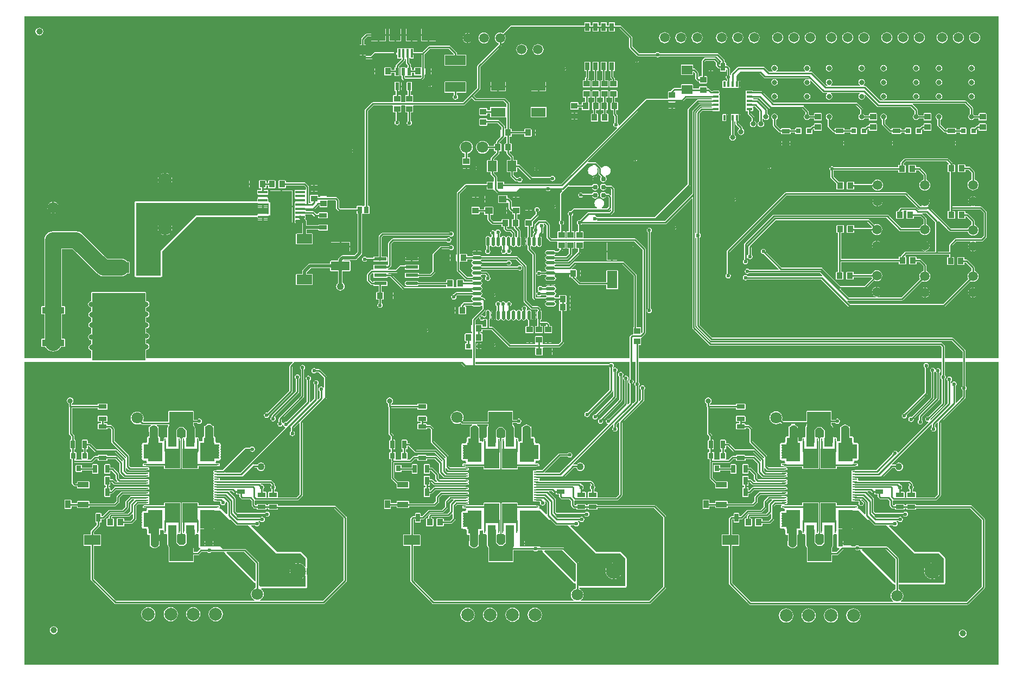
<source format=gtl>
G04 Layer_Physical_Order=1*
G04 Layer_Color=255*
%FSLAX44Y44*%
%MOMM*%
G71*
G01*
G75*
%ADD10R,1.0000X0.9500*%
%ADD11R,0.4000X1.4000*%
%ADD12R,1.8000X1.9000*%
%ADD13R,2.3000X1.9000*%
%ADD14R,3.2000X1.5000*%
%ADD15R,0.6000X1.2000*%
%ADD16R,1.3000X0.7000*%
%ADD17R,0.9500X1.0000*%
%ADD18C,1.0000*%
%ADD19C,1.1000*%
%ADD20R,0.7800X0.2000*%
%ADD21R,0.2000X0.7800*%
%ADD22R,5.6000X4.8000*%
%ADD23R,2.4000X3.1000*%
%ADD24R,1.3000X1.0000*%
%ADD25R,3.2500X3.2500*%
G04:AMPARAMS|DCode=26|XSize=0.35mm|YSize=0.95mm|CornerRadius=0.0875mm|HoleSize=0mm|Usage=FLASHONLY|Rotation=90.000|XOffset=0mm|YOffset=0mm|HoleType=Round|Shape=RoundedRectangle|*
%AMROUNDEDRECTD26*
21,1,0.3500,0.7750,0,0,90.0*
21,1,0.1750,0.9500,0,0,90.0*
1,1,0.1750,0.3875,0.0875*
1,1,0.1750,0.3875,-0.0875*
1,1,0.1750,-0.3875,-0.0875*
1,1,0.1750,-0.3875,0.0875*
%
%ADD26ROUNDEDRECTD26*%
%ADD27R,0.9500X0.3500*%
%ADD28R,0.3500X0.9500*%
%ADD29R,3.4000X5.0000*%
%ADD30R,1.5000X0.4500*%
G04:AMPARAMS|DCode=31|XSize=0.45mm|YSize=1.5mm|CornerRadius=0.1125mm|HoleSize=0mm|Usage=FLASHONLY|Rotation=270.000|XOffset=0mm|YOffset=0mm|HoleType=Round|Shape=RoundedRectangle|*
%AMROUNDEDRECTD31*
21,1,0.4500,1.2750,0,0,270.0*
21,1,0.2250,1.5000,0,0,270.0*
1,1,0.2250,-0.6375,-0.1125*
1,1,0.2250,-0.6375,0.1125*
1,1,0.2250,0.6375,0.1125*
1,1,0.2250,0.6375,-0.1125*
%
%ADD31ROUNDEDRECTD31*%
%ADD32R,0.8000X1.0000*%
%ADD33R,1.6000X2.8000*%
%ADD34O,1.5000X0.5500*%
%ADD35O,0.5500X1.5000*%
%ADD36R,1.9800X0.5300*%
%ADD37O,1.9800X0.5300*%
%ADD38R,0.7600X1.2500*%
%ADD39R,1.4000X1.7000*%
%ADD40R,2.3000X1.4000*%
%ADD41R,2.5000X1.7000*%
%ADD42R,2.4000X1.5000*%
%ADD43R,2.9500X1.4000*%
%ADD44R,0.8000X0.8000*%
%ADD45R,0.7000X1.3000*%
%ADD46R,1.7000X1.4000*%
%ADD47R,3.7000X2.4500*%
%ADD48R,0.8000X0.9000*%
%ADD49R,0.8500X1.2000*%
%ADD50R,1.7020X0.9140*%
%ADD51R,2.5000X1.6000*%
%ADD52C,0.7870*%
%ADD53R,3.5040X1.0160*%
%ADD54R,8.3800X10.4900*%
%ADD55C,0.2540*%
%ADD56C,2.5400*%
%ADD57C,1.2700*%
%ADD58C,0.5080*%
%ADD59C,0.8000*%
%ADD60C,1.5000*%
%ADD61C,2.0000*%
%ADD62C,1.8000*%
%ADD63C,2.5000*%
%ADD64C,2.2000*%
%ADD65C,0.6000*%
G36*
X715390Y214120D02*
X709890D01*
Y206820D01*
X694590D01*
Y214120D01*
X693390D01*
Y216820D01*
X686790Y216820D01*
Y216920D01*
X686390D01*
Y218920D01*
X686790D01*
Y220920D01*
X686390D01*
Y222920D01*
X686790D01*
Y224920D01*
X686390D01*
Y226920D01*
X686790D01*
Y228920D01*
X686390D01*
Y230920D01*
X686790D01*
Y232920D01*
X686390D01*
Y234920D01*
X686790D01*
Y236920D01*
X686390D01*
Y238920D01*
X686590D01*
X686790Y239120D01*
X693490Y239120D01*
Y243020D01*
X715390D01*
Y214120D01*
D02*
G37*
G36*
X1324312Y270852D02*
X1325068Y270347D01*
X1325960Y270169D01*
X1327860D01*
Y269000D01*
X1328182Y268222D01*
X1328960Y267900D01*
X1333129D01*
Y265000D01*
X1333307Y264108D01*
X1333812Y263352D01*
X1335812Y261352D01*
X1336568Y260847D01*
X1337460Y260669D01*
X1349494D01*
X1352129Y258035D01*
Y251000D01*
X1352307Y250108D01*
X1352812Y249352D01*
X1355312Y246852D01*
X1356068Y246347D01*
X1356960Y246169D01*
X1359860D01*
Y245000D01*
X1360182Y244222D01*
X1360960Y243900D01*
X1373960D01*
X1374738Y244222D01*
X1375060Y245000D01*
Y246169D01*
X1377860D01*
Y245000D01*
X1378182Y244222D01*
X1378960Y243900D01*
X1391960D01*
X1392737Y244222D01*
X1393060Y245000D01*
Y246169D01*
X1477534D01*
X1495669Y228035D01*
Y123966D01*
X1472035Y100331D01*
X1369829D01*
X1369398Y101601D01*
X1370643Y102556D01*
X1372249Y104649D01*
X1373258Y107085D01*
X1373602Y109700D01*
X1373258Y112315D01*
X1372249Y114751D01*
X1370643Y116844D01*
X1368551Y118449D01*
X1366115Y119458D01*
X1365831Y119496D01*
Y127410D01*
X1436000D01*
X1436991Y127607D01*
X1437831Y128169D01*
X1438393Y129009D01*
X1438590Y130000D01*
Y167960D01*
X1438393Y168951D01*
X1437831Y169791D01*
X1430291Y177331D01*
X1429451Y177893D01*
X1428460Y178090D01*
X1391533D01*
X1351127Y218496D01*
X1351613Y219669D01*
X1357159D01*
X1357547Y219087D01*
X1358884Y218195D01*
X1360460Y217881D01*
X1362036Y218195D01*
X1363373Y219087D01*
X1364265Y220424D01*
X1364579Y222000D01*
X1364265Y223576D01*
X1363373Y224913D01*
X1362644Y225399D01*
X1363030Y226669D01*
X1365159D01*
X1365547Y226087D01*
X1366884Y225194D01*
X1368460Y224881D01*
X1370036Y225194D01*
X1371373Y226087D01*
X1372265Y227424D01*
X1372579Y229000D01*
X1372265Y230576D01*
X1371373Y231913D01*
X1370036Y232806D01*
X1368460Y233119D01*
X1366884Y232806D01*
X1365547Y231913D01*
X1365159Y231331D01*
X1330425D01*
X1328313Y233444D01*
X1328326Y233556D01*
X1328883Y234669D01*
X1373159D01*
X1373547Y234087D01*
X1374884Y233195D01*
X1376460Y232881D01*
X1378036Y233195D01*
X1379373Y234087D01*
X1380266Y235424D01*
X1380579Y237000D01*
X1380266Y238576D01*
X1379373Y239913D01*
X1378036Y240806D01*
X1376460Y241119D01*
X1374884Y240806D01*
X1373547Y239913D01*
X1373159Y239331D01*
X1329425D01*
X1327331Y241425D01*
Y260960D01*
X1327153Y261852D01*
X1326648Y262608D01*
X1317357Y271899D01*
X1317883Y273169D01*
X1321994D01*
X1324312Y270852D01*
D02*
G37*
G36*
X827312D02*
X828068Y270347D01*
X828960Y270169D01*
X830860D01*
Y269000D01*
X831182Y268222D01*
X831960Y267900D01*
X836129D01*
Y265000D01*
X836307Y264108D01*
X836812Y263352D01*
X838812Y261352D01*
X839568Y260847D01*
X840460Y260669D01*
X852495D01*
X855129Y258035D01*
Y251000D01*
X855307Y250108D01*
X855812Y249352D01*
X858312Y246852D01*
X859068Y246347D01*
X859960Y246169D01*
X862860D01*
Y245000D01*
X863182Y244222D01*
X863960Y243900D01*
X876960D01*
X877738Y244222D01*
X878060Y245000D01*
Y246169D01*
X880860D01*
Y245000D01*
X881182Y244222D01*
X881960Y243900D01*
X894960D01*
X895738Y244222D01*
X896060Y245000D01*
Y246669D01*
X984035D01*
X998669Y232035D01*
Y123965D01*
X976535Y101831D01*
X870829D01*
X870398Y103101D01*
X871644Y104057D01*
X873249Y106149D01*
X874258Y108585D01*
X874602Y111200D01*
X874258Y113815D01*
X873249Y116251D01*
X871644Y118343D01*
X869551Y119949D01*
X867922Y120624D01*
X867815Y121200D01*
X868852Y122410D01*
X939000D01*
X939991Y122607D01*
X940831Y123169D01*
X941393Y124009D01*
X941590Y125000D01*
Y167960D01*
X941393Y168951D01*
X940831Y169791D01*
X933291Y177331D01*
X932451Y177893D01*
X931460Y178090D01*
X894533D01*
X854127Y218496D01*
X854613Y219669D01*
X860158D01*
X860547Y219087D01*
X861884Y218195D01*
X863460Y217881D01*
X865036Y218195D01*
X866373Y219087D01*
X867266Y220424D01*
X867579Y222000D01*
X867266Y223576D01*
X866373Y224913D01*
X865644Y225399D01*
X866030Y226669D01*
X868158D01*
X868547Y226087D01*
X869884Y225194D01*
X871460Y224881D01*
X873036Y225194D01*
X874373Y226087D01*
X875266Y227424D01*
X875579Y229000D01*
X875266Y230576D01*
X874373Y231913D01*
X873036Y232806D01*
X871460Y233119D01*
X869884Y232806D01*
X868547Y231913D01*
X868158Y231331D01*
X833425D01*
X831313Y233444D01*
X831326Y233556D01*
X831883Y234669D01*
X876159D01*
X876547Y234087D01*
X877884Y233195D01*
X879460Y232881D01*
X881036Y233195D01*
X882373Y234087D01*
X883266Y235424D01*
X883579Y237000D01*
X883266Y238576D01*
X882373Y239913D01*
X881036Y240806D01*
X879460Y241119D01*
X877884Y240806D01*
X876547Y239913D01*
X876159Y239331D01*
X832425D01*
X830831Y240926D01*
Y260460D01*
X830653Y261352D01*
X830148Y262108D01*
X820357Y271899D01*
X820883Y273169D01*
X824995D01*
X827312Y270852D01*
D02*
G37*
G36*
X820460Y228500D02*
X822500D01*
X830649Y220352D01*
X831405Y219847D01*
X831553Y219817D01*
X832297Y219669D01*
X849291D01*
X893460Y175500D01*
X931460D01*
X939000Y167960D01*
Y125000D01*
X867960D01*
X866831Y126129D01*
Y161000D01*
X866653Y161892D01*
X866148Y162648D01*
X844148Y184648D01*
X843392Y185153D01*
X842500Y185331D01*
X807629D01*
X806460Y186500D01*
X801534D01*
X801076Y186806D01*
X799500Y187119D01*
X797924Y186806D01*
X797467Y186500D01*
X775460D01*
X775190Y186770D01*
Y214120D01*
X775190D01*
Y243020D01*
X797090D01*
Y239120D01*
X797090D01*
Y243020D01*
X805940D01*
X820460Y228500D01*
D02*
G37*
G36*
X885743Y283421D02*
X885633Y281970D01*
X885547Y281913D01*
X884654Y280576D01*
X884341Y279000D01*
X884654Y277424D01*
X885547Y276087D01*
X886129Y275699D01*
Y272100D01*
X881960D01*
X881182Y271778D01*
X880860Y271000D01*
Y264000D01*
X880413Y263331D01*
X878507D01*
X878060Y264000D01*
Y271000D01*
X877738Y271778D01*
X876960Y272100D01*
X872791D01*
Y275819D01*
X873373Y276207D01*
X874266Y277544D01*
X874579Y279120D01*
X874266Y280696D01*
X873373Y282033D01*
X872036Y282926D01*
X870634Y283204D01*
X870424Y283399D01*
X870479Y283819D01*
X871072Y284669D01*
X884494D01*
X885743Y283421D01*
D02*
G37*
G36*
X1168683Y259019D02*
X1163812Y254148D01*
X1163307Y253392D01*
X1163129Y252500D01*
Y241465D01*
X1159494Y237831D01*
X1133460D01*
X1132568Y237653D01*
X1131812Y237148D01*
X1129812Y235148D01*
X1129307Y234392D01*
X1129129Y233500D01*
Y230600D01*
X1126710D01*
X1125932Y230278D01*
X1125610Y229500D01*
Y219500D01*
X1125932Y218722D01*
X1126710Y218400D01*
X1136210D01*
X1136988Y218722D01*
X1137310Y219500D01*
Y229500D01*
X1136988Y230278D01*
X1136210Y230600D01*
X1133791D01*
Y232535D01*
X1134425Y233169D01*
X1160460D01*
X1161352Y233347D01*
X1162108Y233852D01*
X1165859Y237603D01*
X1167129Y237077D01*
Y230466D01*
X1163494Y226831D01*
X1153310D01*
Y229500D01*
X1152988Y230278D01*
X1152210Y230600D01*
X1142710D01*
X1141932Y230278D01*
X1141610Y229500D01*
Y219500D01*
X1141932Y218722D01*
X1142710Y218400D01*
X1152210D01*
X1152988Y218722D01*
X1153310Y219500D01*
Y222169D01*
X1164460D01*
X1165352Y222347D01*
X1166108Y222852D01*
X1171108Y227852D01*
X1171613Y228608D01*
X1171791Y229500D01*
Y249535D01*
X1174425Y252169D01*
X1183459D01*
X1183460Y250900D01*
X1182682Y250578D01*
X1182360Y249800D01*
Y247800D01*
X1182682Y247022D01*
X1183460Y246700D01*
X1185749D01*
X1186398Y246267D01*
X1187290Y246089D01*
X1187891D01*
X1187909Y246071D01*
X1188453Y244819D01*
X1188167Y244391D01*
X1187970Y243400D01*
Y242988D01*
X1187072Y242090D01*
X1183860Y242090D01*
X1182869Y241893D01*
X1182612Y241721D01*
X1182469Y241693D01*
X1181629Y241131D01*
X1181067Y240291D01*
X1180870Y239300D01*
Y237300D01*
X1181067Y236309D01*
X1181073Y236300D01*
X1181067Y236291D01*
X1180870Y235300D01*
Y233300D01*
X1181067Y232309D01*
X1181073Y232300D01*
X1181067Y232291D01*
X1180870Y231300D01*
Y229300D01*
X1181067Y228309D01*
X1181073Y228300D01*
X1181067Y228291D01*
X1180870Y227300D01*
Y225300D01*
X1181067Y224309D01*
X1181073Y224300D01*
X1181067Y224291D01*
X1180870Y223300D01*
Y221300D01*
X1181067Y220309D01*
X1181073Y220300D01*
X1181067Y220291D01*
X1180870Y219300D01*
Y217300D01*
X1181067Y216309D01*
X1181629Y215469D01*
X1182469Y214907D01*
X1182825Y214837D01*
X1182869Y214807D01*
X1183860Y214610D01*
X1187870Y214610D01*
Y214500D01*
X1188067Y213509D01*
X1188629Y212669D01*
X1189070Y212374D01*
Y207200D01*
X1189267Y206209D01*
X1189829Y205369D01*
X1190669Y204807D01*
X1191660Y204610D01*
X1193030D01*
Y195411D01*
X1192860Y195000D01*
Y188000D01*
X1193182Y187222D01*
X1193960Y186900D01*
X1194705D01*
X1195206Y186247D01*
X1196745Y185066D01*
X1198537Y184324D01*
X1200460Y184070D01*
X1202383Y184324D01*
X1204175Y185066D01*
X1205713Y186247D01*
X1206215Y186900D01*
X1206960D01*
X1207738Y187222D01*
X1208060Y188000D01*
Y195000D01*
X1207889Y195411D01*
Y204795D01*
X1207951Y204807D01*
X1208791Y205369D01*
X1209353Y206209D01*
X1209550Y207200D01*
Y211910D01*
X1212460D01*
X1213451Y212107D01*
X1213489Y212133D01*
X1214759Y211454D01*
Y211120D01*
X1214937Y210228D01*
X1215060Y210043D01*
Y207600D01*
X1215382Y206822D01*
X1216160Y206500D01*
X1218160D01*
X1219450Y206114D01*
X1219634Y205860D01*
X1220029Y205269D01*
X1220660Y204847D01*
Y190120D01*
X1220914Y188197D01*
X1221656Y186405D01*
X1222837Y184867D01*
X1222860Y184843D01*
Y163500D01*
X1223182Y162722D01*
X1223960Y162400D01*
X1260960D01*
X1261738Y162722D01*
X1262060Y163500D01*
Y173419D01*
X1269750D01*
X1270642Y173597D01*
X1271398Y174102D01*
X1279465Y182169D01*
X1298199D01*
X1298587Y181587D01*
X1299924Y180694D01*
X1301500Y180381D01*
X1303076Y180694D01*
X1304413Y181587D01*
X1305723Y181734D01*
X1305905Y181701D01*
X1306374Y180996D01*
X1306572Y180005D01*
X1307133Y179165D01*
X1358068Y128230D01*
X1358142Y128180D01*
X1358196Y128110D01*
X1358560Y127901D01*
X1358908Y127668D01*
X1358995Y127651D01*
X1359072Y127607D01*
X1359488Y127553D01*
X1359899Y127471D01*
X1360276Y127456D01*
X1361169Y126621D01*
Y119496D01*
X1360885Y119458D01*
X1358449Y118449D01*
X1356357Y116844D01*
X1354751Y114751D01*
X1353742Y112315D01*
X1353398Y109700D01*
X1353742Y107085D01*
X1354751Y104649D01*
X1356357Y102556D01*
X1357602Y101601D01*
X1357171Y100331D01*
X1135465D01*
X1105791Y130006D01*
Y187400D01*
X1115960D01*
X1116738Y187722D01*
X1117060Y188500D01*
Y204500D01*
X1116738Y205278D01*
X1115960Y205600D01*
X1105791D01*
Y228535D01*
X1106425Y229169D01*
X1108360D01*
Y225000D01*
X1108682Y224222D01*
X1109460Y223900D01*
X1116460D01*
X1117238Y224222D01*
X1117560Y225000D01*
Y229169D01*
X1120460D01*
X1121352Y229347D01*
X1122108Y229852D01*
X1131425Y239169D01*
X1151460D01*
X1152352Y239347D01*
X1153108Y239852D01*
X1159108Y245852D01*
X1159613Y246608D01*
X1159791Y247500D01*
Y255535D01*
X1164545Y260289D01*
X1168157D01*
X1168683Y259019D01*
D02*
G37*
G36*
X1212460Y214500D02*
X1206960D01*
Y207200D01*
X1191660D01*
Y214500D01*
X1190460D01*
Y217200D01*
X1183860Y217200D01*
Y217300D01*
X1183460D01*
Y219300D01*
X1183860D01*
Y221300D01*
X1183460D01*
Y223300D01*
X1183860D01*
Y225300D01*
X1183460D01*
Y227300D01*
X1183860D01*
Y229300D01*
X1183460D01*
Y231300D01*
X1183860D01*
Y233300D01*
X1183460D01*
Y235300D01*
X1183860D01*
Y237300D01*
X1183460D01*
Y239300D01*
X1183660D01*
X1183860Y239500D01*
X1190560Y239500D01*
Y243400D01*
X1212460D01*
Y214500D01*
D02*
G37*
G36*
X1074933Y878413D02*
X1074913Y878373D01*
X1074383Y877831D01*
X1056000D01*
X1055108Y877653D01*
X1054352Y877148D01*
X1044852Y867648D01*
X1044347Y866892D01*
X1044169Y866000D01*
Y737466D01*
X1001034Y694331D01*
X896207D01*
X895553Y695601D01*
X895958Y696169D01*
X986500D01*
X987392Y696347D01*
X988148Y696852D01*
X1040648Y749352D01*
X1041153Y750108D01*
X1041331Y751000D01*
Y867035D01*
X1053966Y879669D01*
X1074404D01*
X1074933Y878413D01*
D02*
G37*
G36*
X861900Y661689D02*
Y652250D01*
X862222Y651472D01*
X863000Y651150D01*
X865669D01*
Y646965D01*
X850215Y631511D01*
X830642D01*
X830385Y631895D01*
X829518Y632474D01*
X829475Y632605D01*
Y633755D01*
X829518Y633886D01*
X830385Y634465D01*
X830642Y634849D01*
X848180D01*
X849072Y635027D01*
X849828Y635532D01*
X855648Y641352D01*
X856153Y642108D01*
X856331Y643000D01*
Y651150D01*
X859000D01*
X859778Y651472D01*
X860100Y652250D01*
Y661689D01*
X861000Y662389D01*
X861900Y661689D01*
D02*
G37*
G36*
X917669Y712577D02*
Y710965D01*
X915035Y708331D01*
X882000D01*
X881108Y708153D01*
X880352Y707648D01*
X868686Y695983D01*
X868000Y696119D01*
X866424Y695806D01*
X865087Y694913D01*
X864194Y693576D01*
X863881Y692000D01*
X864194Y690424D01*
X865087Y689087D01*
X865669Y688699D01*
Y678850D01*
X863000D01*
X862222Y678528D01*
X861900Y677750D01*
Y668311D01*
X861000Y667611D01*
X860100Y668311D01*
Y677750D01*
X859778Y678528D01*
X859000Y678850D01*
X856331D01*
Y702699D01*
X856913Y703087D01*
X857806Y704424D01*
X858119Y706000D01*
X857983Y706686D01*
X860965Y709669D01*
X912000D01*
X912892Y709847D01*
X913648Y710352D01*
X916399Y713103D01*
X917669Y712577D01*
D02*
G37*
G36*
X737390Y206720D02*
X724790D01*
Y219720D01*
X737390D01*
Y206720D01*
D02*
G37*
G36*
X1262860Y207100D02*
X1250260D01*
Y220100D01*
X1262860D01*
Y207100D01*
D02*
G37*
G36*
X1234460D02*
X1221860D01*
Y220100D01*
X1234460D01*
Y207100D01*
D02*
G37*
G36*
X765790Y206720D02*
X753190D01*
Y219720D01*
X765790D01*
Y206720D01*
D02*
G37*
G36*
X955669Y443302D02*
X955087Y442913D01*
X954194Y441576D01*
X953881Y440000D01*
X954194Y438424D01*
X955087Y437087D01*
X955669Y436698D01*
Y413506D01*
X952101Y409937D01*
X950831Y410463D01*
Y440699D01*
X951413Y441087D01*
X952306Y442424D01*
X952619Y444000D01*
X952306Y445576D01*
X951413Y446913D01*
X950680Y447402D01*
Y475000D01*
X955669D01*
Y443302D01*
D02*
G37*
G36*
X1521944Y2056D02*
X2056D01*
Y475000D01*
X420044D01*
X420530Y473827D01*
X416352Y469648D01*
X415847Y468892D01*
X415669Y468000D01*
Y429965D01*
X381103Y395400D01*
X380000Y395619D01*
X378424Y395306D01*
X377087Y394413D01*
X376194Y393076D01*
X375881Y391500D01*
X376194Y389924D01*
X377087Y388587D01*
X378424Y387694D01*
X380000Y387381D01*
X381576Y387694D01*
X382913Y388587D01*
X383806Y389924D01*
X384119Y391500D01*
X384066Y391769D01*
X419648Y427352D01*
X420153Y428108D01*
X420331Y429000D01*
Y467034D01*
X424965Y471669D01*
X683634D01*
X687951Y467352D01*
X688707Y466847D01*
X689599Y466669D01*
X914199D01*
X914587Y466087D01*
X915169Y465699D01*
Y431006D01*
X880686Y396523D01*
X880000Y396659D01*
X878424Y396346D01*
X877087Y395453D01*
X876194Y394116D01*
X875881Y392540D01*
X876194Y390964D01*
X877087Y389627D01*
X878424Y388735D01*
X880000Y388421D01*
X881576Y388735D01*
X882913Y389627D01*
X883806Y390964D01*
X884119Y392540D01*
X883983Y393227D01*
X919148Y428392D01*
X919653Y429148D01*
X919756Y429665D01*
X921026Y429540D01*
Y420863D01*
X893146Y392983D01*
X892460Y393119D01*
X890884Y392806D01*
X889547Y391913D01*
X888654Y390576D01*
X888341Y389000D01*
X888654Y387424D01*
X889547Y386087D01*
X890884Y385194D01*
X892460Y384881D01*
X894036Y385194D01*
X895373Y386087D01*
X896265Y387424D01*
X896579Y389000D01*
X896442Y389686D01*
X925108Y418352D01*
X925613Y419108D01*
X925791Y420000D01*
X925688Y420518D01*
Y458555D01*
X926270Y458944D01*
X927163Y460281D01*
X927476Y461857D01*
X927163Y463433D01*
X926270Y464770D01*
X924933Y465663D01*
X923357Y465976D01*
X921781Y465663D01*
X921556Y465512D01*
X920640Y466428D01*
X921306Y467424D01*
X921619Y469000D01*
X921306Y470576D01*
X920413Y471913D01*
X919076Y472806D01*
X917500Y473119D01*
X915924Y472806D01*
X914587Y471913D01*
X914199Y471331D01*
X705331D01*
Y475000D01*
X946018D01*
Y447201D01*
X945587Y446913D01*
X944694Y445576D01*
X944381Y444000D01*
X944694Y442424D01*
X945587Y441087D01*
X946169Y440699D01*
Y410506D01*
X943982Y408318D01*
X942812Y408944D01*
X942831Y409040D01*
Y445699D01*
X943413Y446087D01*
X944306Y447424D01*
X944619Y449000D01*
X944306Y450576D01*
X943413Y451913D01*
X942076Y452806D01*
X940500Y453119D01*
X938924Y452806D01*
X937587Y451913D01*
X936694Y450576D01*
X936381Y449000D01*
X936694Y447424D01*
X937587Y446087D01*
X938169Y445699D01*
Y410005D01*
X914146Y385983D01*
X913460Y386119D01*
X911884Y385806D01*
X910547Y384913D01*
X909654Y383576D01*
X909341Y382000D01*
X909654Y380424D01*
X910547Y379087D01*
X911884Y378195D01*
X912032Y378165D01*
X912450Y376787D01*
X837114Y301451D01*
X814043D01*
X813517Y302721D01*
X837965Y327169D01*
X849698D01*
X850087Y326587D01*
X851424Y325694D01*
X853000Y325381D01*
X854576Y325694D01*
X855913Y326587D01*
X856806Y327924D01*
X857119Y329500D01*
X856806Y331076D01*
X855913Y332413D01*
X854576Y333306D01*
X853000Y333619D01*
X851424Y333306D01*
X850087Y332413D01*
X849698Y331831D01*
X837000D01*
X836108Y331653D01*
X835352Y331148D01*
X810035Y305831D01*
X800360D01*
X799468Y305653D01*
X798819Y305220D01*
X796390D01*
X795612Y304898D01*
X795290Y304120D01*
Y302120D01*
X795612Y301342D01*
X795612Y300898D01*
X795290Y300120D01*
Y298120D01*
X795612Y297342D01*
X795612Y296898D01*
X795290Y296120D01*
Y294120D01*
X795612Y293342D01*
X795612Y292898D01*
X795290Y292120D01*
Y290120D01*
X795612Y289342D01*
X795612Y288898D01*
X795290Y288120D01*
Y286120D01*
X795612Y285342D01*
X795612Y284898D01*
X795290Y284120D01*
Y282120D01*
X795612Y281342D01*
X795612Y280898D01*
X795290Y280120D01*
Y278120D01*
X795612Y277342D01*
X795612Y276898D01*
X795290Y276120D01*
Y274120D01*
X795612Y273342D01*
X795612Y272898D01*
X795290Y272120D01*
Y270120D01*
X795612Y269342D01*
X795612Y268898D01*
X795290Y268120D01*
Y266120D01*
X795612Y265342D01*
X795612Y264898D01*
X795290Y264120D01*
Y262120D01*
X795612Y261342D01*
X795612Y260898D01*
X795290Y260120D01*
Y258120D01*
X795612Y257342D01*
X796390Y257020D01*
X804190D01*
X804550Y257169D01*
X805994D01*
X806852Y256312D01*
X806694Y256076D01*
X806381Y254500D01*
X806694Y252924D01*
X807587Y251587D01*
X808924Y250694D01*
X810500Y250381D01*
X812076Y250694D01*
X813413Y251587D01*
X814306Y252924D01*
X814619Y254500D01*
X814306Y256076D01*
X815321Y256843D01*
X817129Y255035D01*
Y237153D01*
X815956Y236667D01*
X807771Y244851D01*
X806931Y245413D01*
X805940Y245610D01*
X805594D01*
X805066Y246880D01*
X805290Y247420D01*
Y249420D01*
X804968Y250198D01*
X804190Y250520D01*
X801262D01*
X801182Y250573D01*
X800290Y250751D01*
X772190Y250751D01*
Y253920D01*
X771868Y254698D01*
X771090Y255020D01*
X747090D01*
X746312Y254698D01*
X745990Y253920D01*
Y222920D01*
X746059Y222754D01*
Y211120D01*
X746237Y210228D01*
X746290Y210148D01*
Y207220D01*
X746612Y206442D01*
X747390Y206120D01*
X749390D01*
X749422Y206133D01*
X750755Y205741D01*
X750924Y205539D01*
X751359Y204889D01*
X751960Y204487D01*
Y192757D01*
X748303Y189100D01*
X742617D01*
X738520Y193197D01*
Y204420D01*
X739221Y204889D01*
X739656Y205539D01*
X739825Y205741D01*
X741158Y206133D01*
X741190Y206120D01*
X743190D01*
X743968Y206442D01*
X744290Y207220D01*
Y210148D01*
X744343Y210228D01*
X744521Y211120D01*
Y222754D01*
X744590Y222920D01*
Y253920D01*
X744268Y254698D01*
X743490Y255020D01*
X719490D01*
X718712Y254698D01*
X718390Y253920D01*
Y250751D01*
X690290D01*
X689398Y250573D01*
X689318Y250520D01*
X686390D01*
X685612Y250198D01*
X685290Y249420D01*
Y247420D01*
X685612Y246642D01*
X686390Y246320D01*
X689318D01*
X689398Y246267D01*
X690290Y246089D01*
X691226D01*
X691600Y245020D01*
X691637Y244819D01*
X691097Y244011D01*
X690900Y243020D01*
Y242608D01*
X690002Y241710D01*
X686790Y241710D01*
X685799Y241513D01*
X685542Y241341D01*
X685399Y241313D01*
X684559Y240751D01*
X683997Y239911D01*
X683800Y238920D01*
Y236920D01*
X683997Y235929D01*
X684003Y235920D01*
X683997Y235911D01*
X683800Y234920D01*
Y232920D01*
X683997Y231929D01*
X684003Y231920D01*
X683997Y231911D01*
X683800Y230920D01*
Y228920D01*
X683997Y227929D01*
X684003Y227920D01*
X683997Y227911D01*
X683800Y226920D01*
Y224920D01*
X683997Y223929D01*
X684003Y223920D01*
X683997Y223911D01*
X683800Y222920D01*
Y220920D01*
X683997Y219929D01*
X684003Y219920D01*
X683997Y219911D01*
X683800Y218920D01*
Y216920D01*
X683997Y215929D01*
X684559Y215089D01*
X685399Y214527D01*
X685755Y214456D01*
X685799Y214427D01*
X686790Y214230D01*
X690800Y214230D01*
Y214120D01*
X690997Y213129D01*
X691559Y212289D01*
X692000Y211994D01*
Y206820D01*
X692197Y205829D01*
X692759Y204989D01*
X693599Y204427D01*
X694590Y204230D01*
X696030D01*
Y195411D01*
X695860Y195000D01*
Y188000D01*
X696182Y187222D01*
X696960Y186900D01*
X697705D01*
X698206Y186247D01*
X699745Y185066D01*
X701537Y184324D01*
X703460Y184070D01*
X705383Y184324D01*
X707175Y185066D01*
X708713Y186247D01*
X709215Y186900D01*
X709960D01*
X710738Y187222D01*
X711060Y188000D01*
Y195000D01*
X710890Y195411D01*
Y204433D01*
X711721Y204989D01*
X712283Y205829D01*
X712480Y206820D01*
Y211530D01*
X715390D01*
X716381Y211727D01*
X716489Y211800D01*
X717759Y211121D01*
Y211120D01*
X717937Y210228D01*
X717990Y210148D01*
Y207220D01*
X718312Y206442D01*
X719090Y206120D01*
X721090D01*
X722380Y205734D01*
X722564Y205480D01*
X722959Y204889D01*
X723660Y204420D01*
Y190120D01*
X723914Y188197D01*
X724656Y186405D01*
X725836Y184867D01*
X725860Y184843D01*
Y163500D01*
X726182Y162722D01*
X726960Y162400D01*
X763960D01*
X764738Y162722D01*
X765060Y163500D01*
Y180669D01*
X796199D01*
X796587Y180087D01*
X797924Y179194D01*
X799500Y178881D01*
X801076Y179194D01*
X802413Y180087D01*
X802802Y180669D01*
X809813D01*
X810372Y180250D01*
X810874Y179496D01*
X811072Y178505D01*
X811633Y177665D01*
X859165Y130133D01*
X860005Y129572D01*
X860996Y129374D01*
X861846Y128786D01*
X862169Y128313D01*
Y120996D01*
X861885Y120958D01*
X859449Y119949D01*
X857356Y118343D01*
X855751Y116251D01*
X854742Y113815D01*
X854398Y111200D01*
X854742Y108585D01*
X855751Y106149D01*
X857356Y104057D01*
X858602Y103101D01*
X858171Y101831D01*
X640965D01*
X608791Y134005D01*
Y187400D01*
X618960D01*
X619738Y187722D01*
X620060Y188500D01*
Y204500D01*
X619738Y205278D01*
X618960Y205600D01*
X608791D01*
Y228535D01*
X609425Y229169D01*
X611360D01*
Y225000D01*
X611682Y224222D01*
X612460Y223900D01*
X619460D01*
X620238Y224222D01*
X620560Y225000D01*
Y229169D01*
X623460D01*
X624352Y229347D01*
X625108Y229852D01*
X634425Y239169D01*
X654460D01*
X655352Y239347D01*
X656108Y239852D01*
X662108Y245852D01*
X662613Y246608D01*
X662791Y247500D01*
Y255535D01*
X667545Y260289D01*
X671157D01*
X671683Y259019D01*
X666812Y254148D01*
X666307Y253392D01*
X666129Y252500D01*
Y241465D01*
X662495Y237831D01*
X636460D01*
X635568Y237653D01*
X634812Y237148D01*
X632812Y235148D01*
X632307Y234392D01*
X632129Y233500D01*
Y230600D01*
X629710D01*
X628932Y230278D01*
X628610Y229500D01*
Y219500D01*
X628932Y218722D01*
X629710Y218400D01*
X639210D01*
X639988Y218722D01*
X640310Y219500D01*
Y229500D01*
X639988Y230278D01*
X639210Y230600D01*
X636791D01*
Y232535D01*
X637425Y233169D01*
X663460D01*
X664352Y233347D01*
X665108Y233852D01*
X668859Y237603D01*
X670129Y237077D01*
Y230466D01*
X666495Y226831D01*
X656310D01*
Y229500D01*
X655987Y230278D01*
X655210Y230600D01*
X645710D01*
X644932Y230278D01*
X644610Y229500D01*
Y219500D01*
X644932Y218722D01*
X645710Y218400D01*
X655210D01*
X655987Y218722D01*
X656310Y219500D01*
Y222169D01*
X667460D01*
X668352Y222347D01*
X669108Y222852D01*
X674108Y227852D01*
X674613Y228608D01*
X674791Y229500D01*
Y249535D01*
X677425Y252169D01*
X690170D01*
X691062Y252347D01*
X691322Y252520D01*
X694190D01*
X694968Y252842D01*
X695290Y253620D01*
Y255620D01*
X694968Y256398D01*
X694968Y256842D01*
X695290Y257620D01*
Y259620D01*
X694968Y260398D01*
X694968Y260842D01*
X695290Y261620D01*
Y263620D01*
X694968Y264398D01*
X694190Y264720D01*
X691262D01*
X691182Y264773D01*
X690290Y264951D01*
X666580D01*
X665688Y264773D01*
X664932Y264268D01*
X658812Y258148D01*
X658307Y257392D01*
X658129Y256500D01*
Y248465D01*
X653494Y243831D01*
X633460D01*
X632568Y243653D01*
X631812Y243148D01*
X622495Y233831D01*
X620560D01*
Y238000D01*
X620238Y238778D01*
X619460Y239100D01*
X612460D01*
X611682Y238778D01*
X611360Y238000D01*
Y233831D01*
X608460D01*
X607568Y233653D01*
X606812Y233148D01*
X604812Y231148D01*
X604307Y230392D01*
X604129Y229500D01*
Y205600D01*
X593960D01*
X593182Y205278D01*
X592860Y204500D01*
Y188500D01*
X593182Y187722D01*
X593960Y187400D01*
X604129D01*
Y133040D01*
X604307Y132148D01*
X604812Y131392D01*
X638352Y97852D01*
X639108Y97347D01*
X640000Y97169D01*
X977500D01*
X978392Y97347D01*
X979148Y97852D01*
X1002648Y121352D01*
X1003153Y122108D01*
X1003331Y123000D01*
Y233000D01*
X1003153Y233892D01*
X1002648Y234648D01*
X986648Y250648D01*
X985892Y251153D01*
X985000Y251331D01*
X896060D01*
Y252000D01*
X895738Y252778D01*
X894960Y253100D01*
X881960D01*
X881182Y252778D01*
X880860Y252000D01*
Y250831D01*
X878060D01*
Y252000D01*
X877738Y252778D01*
X876960Y253100D01*
X863960D01*
X863182Y252778D01*
X862860Y252000D01*
Y250831D01*
X860925D01*
X859791Y251966D01*
Y257839D01*
X859964Y258063D01*
X861061Y258749D01*
X861460Y258669D01*
X926460D01*
X927352Y258847D01*
X928108Y259352D01*
X934108Y265352D01*
X934613Y266108D01*
X934791Y267000D01*
Y380035D01*
X968148Y413392D01*
X968653Y414148D01*
X968831Y415040D01*
Y430699D01*
X969413Y431087D01*
X970306Y432424D01*
X970619Y434000D01*
X970306Y435576D01*
X969413Y436913D01*
X968076Y437806D01*
X966500Y438119D01*
X964924Y437806D01*
X963587Y436913D01*
X962694Y435576D01*
X962381Y434000D01*
X962694Y432424D01*
X963587Y431087D01*
X964169Y430699D01*
Y416006D01*
X961601Y413437D01*
X960331Y413963D01*
Y436698D01*
X960913Y437087D01*
X961806Y438424D01*
X962119Y440000D01*
X961806Y441576D01*
X960913Y442913D01*
X960331Y443302D01*
Y475000D01*
X1433129D01*
Y454301D01*
X1432547Y453913D01*
X1431654Y452576D01*
X1431341Y451000D01*
X1431654Y449424D01*
X1432547Y448087D01*
X1433129Y447699D01*
Y410346D01*
X1412077Y389294D01*
X1411391Y389431D01*
X1409814Y389117D01*
X1408478Y388224D01*
X1407585Y386888D01*
X1407272Y385311D01*
X1407585Y383735D01*
X1408478Y382399D01*
X1409814Y381506D01*
X1411391Y381192D01*
X1412226Y381358D01*
X1412852Y380188D01*
X1365673Y333009D01*
X1364295Y333428D01*
X1364265Y333576D01*
X1363373Y334913D01*
X1362036Y335806D01*
X1360460Y336119D01*
X1358884Y335806D01*
X1357547Y334913D01*
X1356654Y333576D01*
X1356341Y332000D01*
X1356477Y331314D01*
X1330995Y305831D01*
X1297360D01*
X1296468Y305653D01*
X1296388Y305600D01*
X1293460D01*
X1292682Y305278D01*
X1292360Y304500D01*
Y302500D01*
X1292682Y301723D01*
X1292682Y301278D01*
X1292360Y300500D01*
Y298500D01*
X1292682Y297722D01*
X1292682Y297278D01*
X1292360Y296500D01*
Y294500D01*
X1292682Y293722D01*
X1292682Y293278D01*
X1292360Y292500D01*
Y290500D01*
X1292682Y289722D01*
X1292682Y289278D01*
X1292360Y288500D01*
Y286500D01*
X1292682Y285722D01*
X1292682Y285278D01*
X1292360Y284500D01*
Y282500D01*
X1292682Y281722D01*
X1292682Y281278D01*
X1292360Y280500D01*
Y278500D01*
X1292682Y277722D01*
X1292682Y277278D01*
X1292360Y276500D01*
Y274500D01*
X1292682Y273722D01*
X1292682Y273278D01*
X1292360Y272500D01*
Y270500D01*
X1292682Y269722D01*
X1292682Y269278D01*
X1292360Y268500D01*
Y266500D01*
X1292682Y265723D01*
X1292682Y265278D01*
X1292360Y264500D01*
Y262500D01*
X1292682Y261723D01*
X1292682Y261278D01*
X1292360Y260500D01*
Y258500D01*
X1292682Y257722D01*
X1293460Y257400D01*
X1296388D01*
X1296468Y257347D01*
X1297360Y257169D01*
X1302995D01*
X1304052Y256112D01*
X1303694Y255576D01*
X1303381Y254000D01*
X1303694Y252424D01*
X1304587Y251087D01*
X1305924Y250194D01*
X1307500Y249881D01*
X1309076Y250194D01*
X1310413Y251087D01*
X1311306Y252424D01*
X1311369Y252743D01*
X1311613Y253108D01*
X1311791Y254000D01*
X1311613Y254892D01*
X1311369Y255258D01*
X1311306Y255576D01*
X1310413Y256913D01*
X1309076Y257806D01*
X1308919Y257837D01*
X1307815Y258941D01*
X1308264Y260288D01*
X1308800Y260364D01*
X1314129Y255035D01*
Y237153D01*
X1312956Y236667D01*
X1304771Y244851D01*
X1303931Y245413D01*
X1302940Y245610D01*
X1301946D01*
X1301693Y246880D01*
X1302038Y247022D01*
X1302360Y247800D01*
Y249800D01*
X1302038Y250578D01*
X1301260Y250900D01*
X1293460D01*
X1293100Y250751D01*
X1269260Y250751D01*
Y254300D01*
X1268938Y255078D01*
X1268160Y255400D01*
X1244160D01*
X1243382Y255078D01*
X1243060Y254300D01*
Y227725D01*
X1243059Y227720D01*
Y211120D01*
X1243237Y210228D01*
X1243360Y210043D01*
Y207600D01*
X1243682Y206822D01*
X1244460Y206500D01*
X1246460D01*
X1246492Y206514D01*
X1247825Y206122D01*
X1247994Y205919D01*
X1248429Y205269D01*
X1248960Y204914D01*
Y192757D01*
X1245303Y189100D01*
X1239617D01*
X1235519Y193197D01*
Y204753D01*
X1236291Y205269D01*
X1236726Y205919D01*
X1236895Y206122D01*
X1238228Y206514D01*
X1238260Y206500D01*
X1240260D01*
X1241038Y206822D01*
X1241360Y207600D01*
Y210310D01*
X1241521Y211120D01*
Y222965D01*
X1241660Y223300D01*
Y254300D01*
X1241338Y255078D01*
X1240560Y255400D01*
X1216560D01*
X1215782Y255078D01*
X1215460Y254300D01*
Y250751D01*
X1191620D01*
X1191260Y250900D01*
X1187171D01*
X1187170Y252169D01*
X1188062Y252347D01*
X1188818Y252852D01*
X1188867Y252900D01*
X1191260D01*
X1192038Y253222D01*
X1192360Y254000D01*
Y256000D01*
X1192038Y256778D01*
X1192038Y257222D01*
X1192360Y258000D01*
Y260000D01*
X1192038Y260778D01*
X1192038Y261222D01*
X1192360Y262000D01*
Y264000D01*
X1192038Y264778D01*
X1191260Y265100D01*
X1183460D01*
X1183100Y264951D01*
X1163580D01*
X1162688Y264773D01*
X1161932Y264268D01*
X1155812Y258148D01*
X1155307Y257392D01*
X1155129Y256500D01*
Y248465D01*
X1150495Y243831D01*
X1130460D01*
X1129568Y243653D01*
X1128812Y243148D01*
X1119494Y233831D01*
X1117560D01*
Y238000D01*
X1117238Y238778D01*
X1116460Y239100D01*
X1109460D01*
X1108682Y238778D01*
X1108360Y238000D01*
Y233831D01*
X1105460D01*
X1104568Y233653D01*
X1103812Y233148D01*
X1101812Y231148D01*
X1101307Y230392D01*
X1101129Y229500D01*
Y205600D01*
X1090960D01*
X1090182Y205278D01*
X1089860Y204500D01*
Y188500D01*
X1090182Y187722D01*
X1090960Y187400D01*
X1101129D01*
Y129040D01*
X1101307Y128148D01*
X1101812Y127392D01*
X1132852Y96352D01*
X1133608Y95847D01*
X1134500Y95669D01*
X1473000D01*
X1473892Y95847D01*
X1474648Y96352D01*
X1499648Y121352D01*
X1500153Y122108D01*
X1500331Y123000D01*
Y229000D01*
X1500153Y229892D01*
X1499648Y230648D01*
X1480148Y250148D01*
X1479392Y250653D01*
X1478500Y250831D01*
X1393060D01*
Y252000D01*
X1392737Y252778D01*
X1391960Y253100D01*
X1378960D01*
X1378182Y252778D01*
X1377860Y252000D01*
Y250831D01*
X1375060D01*
Y252000D01*
X1374738Y252778D01*
X1373960Y253100D01*
X1360960D01*
X1360182Y252778D01*
X1359860Y252000D01*
Y250831D01*
X1357925D01*
X1356791Y251966D01*
Y257839D01*
X1356964Y258063D01*
X1358061Y258749D01*
X1358460Y258669D01*
X1423460D01*
X1424352Y258847D01*
X1425108Y259352D01*
X1431108Y265352D01*
X1431613Y266108D01*
X1431791Y267000D01*
Y380035D01*
X1469648Y417892D01*
X1470153Y418648D01*
X1470331Y419540D01*
Y430699D01*
X1470913Y431087D01*
X1471806Y432424D01*
X1472119Y434000D01*
X1471806Y435576D01*
X1470913Y436913D01*
X1470331Y437301D01*
Y475000D01*
X1521944D01*
Y2056D01*
D02*
G37*
G36*
X1427129Y379577D02*
Y267966D01*
X1422495Y263331D01*
X1393507D01*
X1393060Y264000D01*
Y271000D01*
X1392738Y271778D01*
X1391960Y272100D01*
X1387791D01*
Y275699D01*
X1388373Y276087D01*
X1389265Y277424D01*
X1389579Y279000D01*
X1389265Y280576D01*
X1388373Y281913D01*
X1387791Y282302D01*
Y284000D01*
X1387613Y284892D01*
X1387108Y285648D01*
X1384108Y288648D01*
X1383352Y289153D01*
X1382460Y289331D01*
X1303250D01*
X1302360Y290500D01*
Y292500D01*
X1302807Y293169D01*
X1338960D01*
X1339852Y293347D01*
X1340608Y293852D01*
X1356425Y309669D01*
X1360063D01*
X1360112Y309299D01*
X1360768Y307714D01*
X1361813Y306353D01*
X1363174Y305308D01*
X1364759Y304652D01*
X1366460Y304428D01*
X1368161Y304652D01*
X1369746Y305308D01*
X1371107Y306353D01*
X1372152Y307714D01*
X1372808Y309299D01*
X1373032Y311000D01*
X1372808Y312701D01*
X1372152Y314286D01*
X1371107Y315647D01*
X1369746Y316692D01*
X1368161Y317348D01*
X1366460Y317572D01*
X1364759Y317348D01*
X1363174Y316692D01*
X1361813Y315647D01*
X1360802Y314331D01*
X1355460D01*
X1355364Y314312D01*
X1354738Y315482D01*
X1416859Y377603D01*
X1418129Y377077D01*
Y373302D01*
X1417547Y372913D01*
X1416654Y371576D01*
X1416341Y370000D01*
X1416654Y368424D01*
X1417547Y367087D01*
X1418884Y366194D01*
X1420460Y365881D01*
X1422036Y366194D01*
X1423373Y367087D01*
X1424265Y368424D01*
X1424579Y370000D01*
X1424265Y371576D01*
X1423373Y372913D01*
X1422791Y373302D01*
Y377035D01*
X1425859Y380103D01*
X1427129Y379577D01*
D02*
G37*
G36*
X1465669Y437301D02*
X1465087Y436913D01*
X1464194Y435576D01*
X1463881Y434000D01*
X1464194Y432424D01*
X1465087Y431087D01*
X1465669Y430699D01*
Y420506D01*
X1456061Y410897D01*
X1454791Y411423D01*
Y436699D01*
X1455373Y437087D01*
X1456266Y438424D01*
X1456579Y440000D01*
X1456266Y441576D01*
X1455373Y442913D01*
X1454036Y443806D01*
X1452460Y444119D01*
X1450884Y443806D01*
X1449547Y442913D01*
X1448654Y441576D01*
X1448628Y441442D01*
X1447358Y441567D01*
Y444482D01*
X1447940Y444870D01*
X1448833Y446207D01*
X1449146Y447783D01*
X1448833Y449359D01*
X1447940Y450696D01*
X1446603Y451589D01*
X1445027Y451902D01*
X1443451Y451589D01*
X1442114Y450696D01*
X1441221Y449359D01*
X1440908Y447783D01*
X1441221Y446207D01*
X1442114Y444870D01*
X1442696Y444482D01*
Y410033D01*
X1416514Y383851D01*
X1415344Y384476D01*
X1415510Y385311D01*
X1415373Y385998D01*
X1437108Y407733D01*
X1437613Y408489D01*
X1437791Y409381D01*
Y447699D01*
X1438373Y448087D01*
X1439265Y449424D01*
X1439579Y451000D01*
X1439265Y452576D01*
X1438373Y453913D01*
X1437791Y454301D01*
Y475000D01*
X1465669D01*
Y437301D01*
D02*
G37*
G36*
X816669Y688035D02*
Y669000D01*
X816847Y668108D01*
X817352Y667352D01*
X821352Y663352D01*
X822108Y662847D01*
X823000Y662669D01*
X832906D01*
X833900Y661750D01*
Y652250D01*
X834222Y651472D01*
X835000Y651150D01*
X836058D01*
X836584Y649880D01*
X834214Y647511D01*
X830642D01*
X830385Y647895D01*
X829139Y648727D01*
X827670Y649020D01*
X818170D01*
X816701Y648727D01*
X815455Y647895D01*
X814623Y646649D01*
X814330Y645180D01*
X814623Y643710D01*
X815455Y642465D01*
X816322Y641886D01*
X816365Y641755D01*
Y640605D01*
X816322Y640474D01*
X815455Y639895D01*
X814623Y638649D01*
X814330Y637180D01*
X814623Y635711D01*
X815455Y634465D01*
X816322Y633886D01*
X816365Y633755D01*
Y632605D01*
X816322Y632474D01*
X815455Y631895D01*
X814623Y630649D01*
X814330Y629180D01*
X814623Y627711D01*
X815455Y626465D01*
X816322Y625886D01*
X816365Y625755D01*
Y624605D01*
X816322Y624474D01*
X815455Y623895D01*
X814623Y622649D01*
X814330Y621180D01*
X814623Y619711D01*
X815455Y618465D01*
X816322Y617886D01*
X816365Y617755D01*
Y616605D01*
X816322Y616474D01*
X815455Y615895D01*
X815198Y615511D01*
X808181D01*
X807913Y615913D01*
X806576Y616806D01*
X805000Y617119D01*
X803424Y616806D01*
X802087Y615913D01*
X801194Y614576D01*
X800881Y613000D01*
X801194Y611424D01*
X802087Y610087D01*
X803424Y609194D01*
X805000Y608881D01*
X806576Y609194D01*
X807913Y610087D01*
X808422Y610849D01*
X815198D01*
X815455Y610465D01*
X816322Y609886D01*
X816365Y609755D01*
Y608605D01*
X816322Y608474D01*
X815455Y607895D01*
X814623Y606649D01*
X814330Y605180D01*
X814623Y603711D01*
X815455Y602465D01*
X816701Y601632D01*
X818170Y601340D01*
X827670D01*
X829139Y601632D01*
X830385Y602465D01*
X831217Y603711D01*
X831510Y605180D01*
X831217Y606649D01*
X830385Y607895D01*
X829518Y608474D01*
X829475Y608605D01*
Y609755D01*
X829518Y609886D01*
X830385Y610465D01*
X830522Y610669D01*
X852150D01*
Y608000D01*
X852472Y607222D01*
X853250Y606900D01*
X855689D01*
X855847Y606108D01*
X856352Y605352D01*
X866352Y595352D01*
X867108Y594847D01*
X868000Y594669D01*
X909900D01*
Y589000D01*
X910222Y588222D01*
X911000Y587900D01*
X927000D01*
X927778Y588222D01*
X928100Y589000D01*
Y617000D01*
X927778Y617778D01*
X927000Y618100D01*
X911000D01*
X910222Y617778D01*
X909900Y617000D01*
Y599331D01*
X868965D01*
X862569Y605727D01*
X863063Y607030D01*
X863528Y607222D01*
X863850Y608000D01*
Y618000D01*
X863528Y618778D01*
X862750Y619100D01*
X856192D01*
X855666Y620370D01*
X861965Y626669D01*
X935035D01*
X952669Y609035D01*
Y528713D01*
X952222Y528528D01*
X951900Y527750D01*
Y518250D01*
X950906Y517331D01*
X950000D01*
X949108Y517153D01*
X948352Y516648D01*
X946701Y514997D01*
X946196Y514241D01*
X946018Y513349D01*
Y480500D01*
X705331D01*
Y505906D01*
X706250Y506900D01*
X715750D01*
X716528Y507222D01*
X716850Y508000D01*
Y518000D01*
X716528Y518778D01*
X715750Y519100D01*
X713331D01*
Y520900D01*
X715750D01*
X716528Y521222D01*
X716850Y522000D01*
Y524669D01*
X731035D01*
X757352Y498352D01*
X758108Y497847D01*
X759000Y497669D01*
X798705D01*
X799316Y496399D01*
X799150Y496000D01*
Y486000D01*
X799472Y485222D01*
X800250Y484900D01*
X809750D01*
X810528Y485222D01*
X810850Y486000D01*
Y496000D01*
X810684Y496399D01*
X811295Y497669D01*
X835820D01*
X836712Y497847D01*
X837468Y498352D01*
X843468Y504352D01*
X843973Y505108D01*
X844151Y506000D01*
Y553900D01*
X846750D01*
X847528Y554222D01*
X847850Y555000D01*
Y565000D01*
X847528Y565778D01*
X847443Y565813D01*
Y567187D01*
X847528Y567222D01*
X847850Y568000D01*
Y578000D01*
X847528Y578778D01*
X846750Y579100D01*
X837250D01*
X836472Y578778D01*
X836150Y578000D01*
Y575511D01*
X830642D01*
X830385Y575895D01*
X829518Y576474D01*
X829475Y576605D01*
Y577755D01*
X829518Y577886D01*
X830385Y578465D01*
X831217Y579711D01*
X831510Y581180D01*
X831217Y582649D01*
X830385Y583895D01*
X829518Y584474D01*
X829475Y584605D01*
Y585755D01*
X829518Y585886D01*
X830385Y586465D01*
X831217Y587710D01*
X831510Y589180D01*
X831217Y590649D01*
X830385Y591895D01*
X829139Y592727D01*
X827670Y593020D01*
X818170D01*
X816701Y592727D01*
X815455Y591895D01*
X815198Y591511D01*
X810181D01*
X809913Y591913D01*
X808576Y592806D01*
X807000Y593119D01*
X805424Y592806D01*
X804087Y591913D01*
X803194Y590576D01*
X803123Y590216D01*
X803027Y590072D01*
X802849Y589180D01*
X802883Y589010D01*
X802881Y589000D01*
X803194Y587424D01*
X804002Y586216D01*
X803891Y585531D01*
X803652Y584851D01*
X803424Y584806D01*
X802087Y583913D01*
X801194Y582576D01*
X800881Y581000D01*
X801194Y579424D01*
X802087Y578087D01*
X803424Y577194D01*
X805000Y576881D01*
X806576Y577194D01*
X807913Y578087D01*
X808422Y578849D01*
X815198D01*
X815455Y578465D01*
X816322Y577886D01*
X816365Y577755D01*
Y576605D01*
X816322Y576474D01*
X815455Y575895D01*
X815198Y575511D01*
X799785D01*
X799331Y575965D01*
Y643326D01*
X799153Y644218D01*
X798648Y644974D01*
X791751Y651871D01*
Y654958D01*
X792135Y655215D01*
X792714Y656082D01*
X792845Y656125D01*
X793995D01*
X794126Y656082D01*
X794705Y655215D01*
X795951Y654382D01*
X797420Y654090D01*
X798889Y654382D01*
X800135Y655215D01*
X800714Y656082D01*
X800845Y656125D01*
X801995D01*
X802126Y656082D01*
X802705Y655215D01*
X803951Y654382D01*
X805420Y654090D01*
X806889Y654382D01*
X808135Y655215D01*
X808968Y656461D01*
X809260Y657930D01*
Y667430D01*
X808968Y668899D01*
X808135Y670145D01*
X807751Y670402D01*
Y672455D01*
X810648Y675352D01*
X811153Y676108D01*
X811331Y677000D01*
Y683699D01*
X811913Y684087D01*
X812806Y685424D01*
X813119Y687000D01*
X812806Y688576D01*
X812256Y689399D01*
X812822Y690530D01*
X814066Y690637D01*
X816669Y688035D01*
D02*
G37*
G36*
X1050669Y668042D02*
Y531000D01*
X1050847Y530108D01*
X1051352Y529352D01*
X1072352Y508352D01*
X1073108Y507847D01*
X1074000Y507669D01*
X1449035D01*
X1465669Y491035D01*
Y480500D01*
X1437791D01*
Y499540D01*
X1437613Y500432D01*
X1437108Y501188D01*
X1434148Y504148D01*
X1433392Y504653D01*
X1432500Y504831D01*
X1072965D01*
X1048831Y528965D01*
Y667793D01*
X1050101Y668447D01*
X1050669Y668042D01*
D02*
G37*
G36*
X1044169Y729214D02*
Y528000D01*
X1044347Y527108D01*
X1044852Y526352D01*
X1070352Y500852D01*
X1071108Y500347D01*
X1072000Y500169D01*
X1431535D01*
X1433129Y498575D01*
Y480500D01*
X960331D01*
Y501150D01*
X963000D01*
X963778Y501472D01*
X964100Y502250D01*
Y511750D01*
X964892Y512847D01*
X964951Y512886D01*
X965648Y513352D01*
X970648Y518352D01*
X971153Y519108D01*
X971331Y520000D01*
Y651000D01*
X971153Y651892D01*
X970648Y652648D01*
X956648Y666648D01*
X955892Y667153D01*
X955000Y667331D01*
X875094D01*
X874100Y668250D01*
Y677750D01*
X873778Y678528D01*
X873000Y678850D01*
X870331D01*
Y688699D01*
X870913Y689087D01*
X871301Y689669D01*
X1002000D01*
X1002892Y689847D01*
X1003648Y690352D01*
X1042996Y729700D01*
X1044169Y729214D01*
D02*
G37*
G36*
X1521944Y480500D02*
X1470331D01*
Y492000D01*
X1470153Y492892D01*
X1469648Y493648D01*
X1451648Y511648D01*
X1450892Y512153D01*
X1450000Y512331D01*
X1074965D01*
X1055331Y531965D01*
Y668699D01*
X1055913Y669087D01*
X1056806Y670424D01*
X1057119Y672000D01*
X1056806Y673576D01*
X1055913Y674913D01*
X1055331Y675302D01*
Y862035D01*
X1059965Y866669D01*
X1075391D01*
X1075472Y866472D01*
X1076250Y866150D01*
X1085750D01*
X1086528Y866472D01*
X1086850Y867250D01*
Y870750D01*
X1086528Y871528D01*
X1086443Y871563D01*
Y872937D01*
X1086528Y872972D01*
X1086850Y873750D01*
Y877250D01*
X1086528Y878028D01*
X1086443Y878063D01*
Y879437D01*
X1086528Y879472D01*
X1086850Y880250D01*
Y883750D01*
X1086528Y884528D01*
X1086443Y884563D01*
Y885937D01*
X1086528Y885972D01*
X1086850Y886750D01*
Y890250D01*
X1086528Y891028D01*
X1086051Y891225D01*
X1086030Y891279D01*
X1085897Y892388D01*
X1085920Y892549D01*
X1086238Y892762D01*
X1086656Y893387D01*
X1086803Y894125D01*
Y895875D01*
X1086656Y896613D01*
X1086238Y897238D01*
X1085613Y897656D01*
X1084875Y897803D01*
X1077125D01*
X1076387Y897656D01*
X1075900Y897331D01*
X1073965D01*
X1070648Y900648D01*
X1069892Y901153D01*
X1069000Y901331D01*
X1067100D01*
Y903750D01*
X1066778Y904528D01*
X1066000Y904850D01*
X1056000D01*
X1055222Y904528D01*
X1054900Y903750D01*
Y901331D01*
X1045600D01*
Y906630D01*
X1045278Y907408D01*
X1044500Y907730D01*
X1027500D01*
X1026722Y907408D01*
X1026400Y906630D01*
Y901961D01*
X1016130D01*
X1015238Y901783D01*
X1014482Y901278D01*
X1010852Y897648D01*
X1010347Y896892D01*
X1010338Y896850D01*
X1007500D01*
X1006722Y896528D01*
X1006400Y895750D01*
Y886250D01*
X1005406Y885331D01*
X973000D01*
X972108Y885153D01*
X971352Y884648D01*
X930094Y843390D01*
X928923Y844016D01*
X929119Y845000D01*
X928806Y846576D01*
X927913Y847913D01*
X927331Y848301D01*
Y859000D01*
X927153Y859892D01*
X926648Y860648D01*
X925131Y862166D01*
Y867740D01*
X927550D01*
X928328Y868062D01*
X928650Y868840D01*
Y878840D01*
X928328Y879618D01*
X927550Y879940D01*
X923481D01*
Y886660D01*
X926150D01*
X926928Y886982D01*
X927250Y887760D01*
Y897260D01*
X926928Y898038D01*
X926150Y898360D01*
X916150D01*
X915372Y898038D01*
X915050Y897260D01*
Y887760D01*
X915372Y886982D01*
X916150Y886660D01*
X918819D01*
Y879940D01*
X918050D01*
X917272Y879618D01*
X916950Y878840D01*
Y868840D01*
X917272Y868062D01*
X918050Y867740D01*
X920469D01*
Y861200D01*
X920647Y860308D01*
X921152Y859552D01*
X922669Y858035D01*
Y848301D01*
X922087Y847913D01*
X921194Y846576D01*
X920881Y845000D01*
X921194Y843424D01*
X922087Y842087D01*
X923424Y841194D01*
X925000Y840881D01*
X925984Y841077D01*
X926610Y839906D01*
X839321Y752617D01*
X750850D01*
Y755000D01*
X750528Y755778D01*
X749750Y756100D01*
X740250D01*
X739331Y757094D01*
Y763000D01*
X739153Y763892D01*
X738648Y764648D01*
X734341Y768956D01*
Y770700D01*
X739010D01*
X739788Y771022D01*
X740110Y771800D01*
Y788800D01*
X739788Y789578D01*
X739010Y789900D01*
X734643D01*
X734466Y791170D01*
X742298Y799002D01*
X742803Y799758D01*
X742981Y800650D01*
Y803410D01*
X745400D01*
X746178Y803732D01*
X746500Y804510D01*
Y814510D01*
X746178Y815288D01*
X745400Y815610D01*
X742981D01*
Y817685D01*
X750648Y825352D01*
X751153Y826108D01*
X751650Y826374D01*
X751900Y826270D01*
X754319D01*
Y815610D01*
X751900D01*
X751122Y815287D01*
X750800Y814510D01*
Y804510D01*
X751122Y803732D01*
X751900Y803410D01*
X754319D01*
Y800350D01*
X754497Y799458D01*
X755002Y798702D01*
X760419Y793285D01*
Y789900D01*
X755750D01*
X754972Y789578D01*
X754650Y788800D01*
Y771800D01*
X754972Y771022D01*
X755750Y770700D01*
X760419D01*
Y765250D01*
X760597Y764358D01*
X761102Y763602D01*
X767352Y757352D01*
X768108Y756847D01*
X769000Y756669D01*
X771699D01*
X772087Y756087D01*
X773424Y755194D01*
X775000Y754881D01*
X776576Y755194D01*
X777913Y756087D01*
X778806Y757424D01*
X779119Y759000D01*
X778806Y760576D01*
X777913Y761913D01*
X776576Y762806D01*
X775000Y763119D01*
X773424Y762806D01*
X772087Y761913D01*
X771699Y761331D01*
X769965D01*
X765081Y766216D01*
Y770700D01*
X769750D01*
X770528Y771022D01*
X770850Y771800D01*
Y777969D01*
X772735D01*
X791352Y759352D01*
X792108Y758847D01*
X793000Y758669D01*
X822699D01*
X823087Y758087D01*
X824424Y757194D01*
X826000Y756881D01*
X827576Y757194D01*
X828913Y758087D01*
X829806Y759424D01*
X830119Y761000D01*
X829806Y762576D01*
X828913Y763913D01*
X827576Y764806D01*
X826000Y765119D01*
X824424Y764806D01*
X823087Y763913D01*
X822699Y763331D01*
X793965D01*
X775348Y781948D01*
X774592Y782453D01*
X773700Y782631D01*
X770850D01*
Y788800D01*
X770528Y789578D01*
X769750Y789900D01*
X765081D01*
Y794250D01*
X764903Y795142D01*
X764398Y795898D01*
X758981Y801315D01*
Y803410D01*
X761400D01*
X762178Y803732D01*
X762500Y804510D01*
Y814510D01*
X762178Y815287D01*
X761400Y815610D01*
X758981D01*
Y826270D01*
X761400D01*
X762178Y826592D01*
X762500Y827370D01*
Y830039D01*
X781790D01*
Y827370D01*
X782112Y826592D01*
X782890Y826270D01*
X792390D01*
X793168Y826592D01*
X793490Y827370D01*
Y837370D01*
X793168Y838148D01*
X792390Y838470D01*
X782890D01*
X782112Y838148D01*
X781790Y837370D01*
Y834701D01*
X762500D01*
Y837370D01*
X762178Y838148D01*
X761400Y838470D01*
X758981D01*
Y878350D01*
X758803Y879242D01*
X758298Y879998D01*
X752648Y885648D01*
X751892Y886153D01*
X751000Y886331D01*
X706965D01*
X703296Y890000D01*
X712648Y899352D01*
X713153Y900108D01*
X713331Y901000D01*
Y935035D01*
X746048Y967752D01*
X746553Y968508D01*
X746731Y969400D01*
Y971748D01*
X748695Y972561D01*
X750474Y973926D01*
X751839Y975705D01*
X752697Y977777D01*
X752990Y980000D01*
X752697Y982223D01*
X751883Y984187D01*
X762665Y994969D01*
X875610D01*
Y991050D01*
X875932Y990272D01*
X876710Y989950D01*
X884310D01*
X885088Y990272D01*
X885410Y991050D01*
Y994969D01*
X888310D01*
Y991050D01*
X888632Y990272D01*
X889410Y989950D01*
X897010D01*
X897788Y990272D01*
X898110Y991050D01*
Y994969D01*
X901010D01*
Y991050D01*
X901332Y990272D01*
X902110Y989950D01*
X909710D01*
X910488Y990272D01*
X910810Y991050D01*
Y994969D01*
X913710D01*
Y991050D01*
X914032Y990272D01*
X914810Y989950D01*
X922410D01*
X923188Y990272D01*
X923510Y991050D01*
Y994969D01*
X930735D01*
X945669Y980035D01*
Y966000D01*
X945847Y965108D01*
X946352Y964352D01*
X958352Y952352D01*
X959108Y951847D01*
X960000Y951669D01*
X986699D01*
X987087Y951087D01*
X988424Y950194D01*
X990000Y949881D01*
X991576Y950194D01*
X992913Y951087D01*
X993301Y951669D01*
X1082035D01*
X1089669Y944035D01*
Y942600D01*
X1088500D01*
X1087722Y942278D01*
X1087400Y941500D01*
Y938692D01*
X1086299Y938236D01*
X1085331Y939026D01*
Y943000D01*
X1085153Y943892D01*
X1084648Y944648D01*
X1080648Y948648D01*
X1079892Y949153D01*
X1079000Y949331D01*
X1064000D01*
X1063108Y949153D01*
X1062352Y948648D01*
X1059352Y945648D01*
X1058847Y944892D01*
X1058669Y944000D01*
Y920850D01*
X1056000D01*
X1055222Y920528D01*
X1054900Y919750D01*
Y919366D01*
X1053630Y918702D01*
X1053331Y918910D01*
Y926000D01*
X1053153Y926892D01*
X1052648Y927648D01*
X1048278Y932018D01*
X1047522Y932523D01*
X1046630Y932701D01*
X1045600D01*
Y937370D01*
X1045278Y938148D01*
X1044500Y938470D01*
X1027500D01*
X1026722Y938148D01*
X1026400Y937370D01*
Y923370D01*
X1026722Y922592D01*
X1027500Y922270D01*
X1044500D01*
X1045278Y922592D01*
X1045600Y923370D01*
Y926308D01*
X1046870Y926834D01*
X1048669Y925035D01*
Y917000D01*
X1048847Y916108D01*
X1049352Y915352D01*
X1051352Y913352D01*
X1052108Y912847D01*
X1053000Y912669D01*
X1054900D01*
Y910250D01*
X1055222Y909472D01*
X1056000Y909150D01*
X1066000D01*
X1066778Y909472D01*
X1067100Y910250D01*
Y919750D01*
X1066778Y920528D01*
X1066000Y920850D01*
X1063331D01*
Y943035D01*
X1064966Y944669D01*
X1078035D01*
X1080669Y942035D01*
Y938000D01*
X1080847Y937108D01*
X1081352Y936352D01*
X1084352Y933352D01*
X1085108Y932847D01*
X1086000Y932669D01*
X1087400D01*
Y928500D01*
X1087722Y927722D01*
X1088500Y927400D01*
X1095500D01*
X1096278Y927722D01*
X1096600Y928500D01*
Y930105D01*
X1097870Y930784D01*
X1098169Y930583D01*
Y922301D01*
X1097587Y921913D01*
X1096694Y920576D01*
X1096381Y919000D01*
X1096694Y917424D01*
X1097587Y916087D01*
X1098169Y915698D01*
Y913609D01*
X1097972Y913528D01*
X1097937Y913443D01*
X1096563D01*
X1096528Y913528D01*
X1095750Y913850D01*
X1092250D01*
X1091472Y913528D01*
X1091150Y912750D01*
Y903250D01*
X1091472Y902472D01*
X1092250Y902150D01*
X1095750D01*
X1096528Y902472D01*
X1096563Y902557D01*
X1097937D01*
X1097972Y902472D01*
X1098750Y902150D01*
X1102250D01*
X1103028Y902472D01*
X1103063Y902557D01*
X1104437D01*
X1104472Y902472D01*
X1105250Y902150D01*
X1108750D01*
X1109528Y902472D01*
X1109563Y902557D01*
X1110937D01*
X1110972Y902472D01*
X1111750Y902150D01*
X1115250D01*
X1116028Y902472D01*
X1116350Y903250D01*
Y912750D01*
X1116028Y913528D01*
X1115831Y913609D01*
Y919535D01*
X1120965Y924669D01*
X1149035D01*
X1155352Y918352D01*
X1156108Y917847D01*
X1157000Y917669D01*
X1225035D01*
X1226215Y916489D01*
X1225405Y915503D01*
X1225117Y915695D01*
X1223160Y916084D01*
X1221203Y915695D01*
X1219544Y914586D01*
X1218435Y912927D01*
X1218046Y910970D01*
X1218435Y909013D01*
X1219544Y907354D01*
X1221203Y906245D01*
X1223160Y905856D01*
X1225117Y906245D01*
X1226776Y907354D01*
X1227885Y909013D01*
X1228274Y910970D01*
X1227885Y912927D01*
X1227693Y913215D01*
X1228679Y914025D01*
X1247352Y895352D01*
X1248108Y894847D01*
X1249000Y894669D01*
X1254665D01*
X1255050Y893399D01*
X1253834Y892586D01*
X1252725Y890927D01*
X1252336Y888970D01*
X1252725Y887013D01*
X1253834Y885354D01*
X1255493Y884245D01*
X1257450Y883856D01*
X1259407Y884245D01*
X1261066Y885354D01*
X1262175Y887013D01*
X1262564Y888970D01*
X1262175Y890927D01*
X1261066Y892586D01*
X1259850Y893399D01*
X1260235Y894669D01*
X1305465D01*
X1305850Y893399D01*
X1304634Y892586D01*
X1303525Y890927D01*
X1303136Y888970D01*
X1303525Y887013D01*
X1304634Y885354D01*
X1306293Y884245D01*
X1308250Y883856D01*
X1310207Y884245D01*
X1311866Y885354D01*
X1312975Y887013D01*
X1313364Y888970D01*
X1312975Y890927D01*
X1312964Y890944D01*
X1313950Y891753D01*
X1332352Y873352D01*
X1333108Y872847D01*
X1334000Y872669D01*
X1385035D01*
X1391009Y866694D01*
Y861445D01*
X1389724Y860586D01*
X1388615Y858927D01*
X1388226Y856970D01*
X1388615Y855013D01*
X1389724Y853354D01*
X1391383Y852245D01*
X1393340Y851856D01*
X1395297Y852245D01*
X1396956Y853354D01*
X1397815Y854639D01*
X1404900D01*
Y852250D01*
X1405222Y851472D01*
X1406000Y851150D01*
X1416000D01*
X1416778Y851472D01*
X1417100Y852250D01*
Y861750D01*
X1416778Y862528D01*
X1416000Y862850D01*
X1406000D01*
X1405222Y862528D01*
X1404900Y861750D01*
Y859301D01*
X1397815D01*
X1396956Y860586D01*
X1395671Y861445D01*
Y867660D01*
X1395493Y868552D01*
X1394988Y869308D01*
X1387897Y876399D01*
X1388168Y877376D01*
X1388377Y877669D01*
X1469035D01*
X1477369Y869335D01*
Y861445D01*
X1476084Y860586D01*
X1474975Y858927D01*
X1474586Y856970D01*
X1474975Y855013D01*
X1476084Y853354D01*
X1477743Y852245D01*
X1479700Y851856D01*
X1481657Y852245D01*
X1483316Y853354D01*
X1484175Y854639D01*
X1490900D01*
Y852250D01*
X1491222Y851472D01*
X1492000Y851150D01*
X1502000D01*
X1502778Y851472D01*
X1503100Y852250D01*
Y861750D01*
X1502778Y862528D01*
X1502000Y862850D01*
X1492000D01*
X1491222Y862528D01*
X1490900Y861750D01*
Y859301D01*
X1484175D01*
X1483316Y860586D01*
X1482031Y861445D01*
Y870300D01*
X1481853Y871192D01*
X1481348Y871948D01*
X1471648Y881648D01*
X1470892Y882153D01*
X1470000Y882331D01*
X1336965D01*
X1314648Y904648D01*
X1313892Y905153D01*
X1313000Y905331D01*
X1311125D01*
X1310739Y906601D01*
X1311866Y907354D01*
X1312975Y909013D01*
X1313364Y910970D01*
X1312975Y912927D01*
X1311866Y914586D01*
X1310207Y915695D01*
X1308250Y916084D01*
X1306293Y915695D01*
X1304634Y914586D01*
X1303525Y912927D01*
X1303136Y910970D01*
X1303525Y909013D01*
X1304634Y907354D01*
X1305760Y906601D01*
X1305375Y905331D01*
X1260325D01*
X1259939Y906601D01*
X1261066Y907354D01*
X1262175Y909013D01*
X1262564Y910970D01*
X1262175Y912927D01*
X1261066Y914586D01*
X1259407Y915695D01*
X1257450Y916084D01*
X1255493Y915695D01*
X1253834Y914586D01*
X1252725Y912927D01*
X1252336Y910970D01*
X1252725Y909013D01*
X1253834Y907354D01*
X1254960Y906601D01*
X1254575Y905331D01*
X1252965D01*
X1231648Y926648D01*
X1230892Y927153D01*
X1230000Y927331D01*
X1226035D01*
X1225649Y928601D01*
X1226776Y929354D01*
X1227885Y931013D01*
X1228274Y932970D01*
X1227885Y934927D01*
X1226776Y936586D01*
X1225117Y937695D01*
X1223160Y938084D01*
X1221203Y937695D01*
X1219544Y936586D01*
X1218435Y934927D01*
X1218046Y932970D01*
X1218435Y931013D01*
X1219544Y929354D01*
X1220670Y928601D01*
X1220285Y927331D01*
X1175235D01*
X1174849Y928601D01*
X1175976Y929354D01*
X1177085Y931013D01*
X1177474Y932970D01*
X1177085Y934927D01*
X1175976Y936586D01*
X1174317Y937695D01*
X1172360Y938084D01*
X1170403Y937695D01*
X1168744Y936586D01*
X1167635Y934927D01*
X1167246Y932970D01*
X1167635Y931013D01*
X1168744Y929354D01*
X1169871Y928601D01*
X1169485Y927331D01*
X1163965D01*
X1156648Y934648D01*
X1155892Y935153D01*
X1155000Y935331D01*
X1116000D01*
X1115108Y935153D01*
X1114352Y934648D01*
X1105352Y925648D01*
X1104847Y924892D01*
X1104669Y924000D01*
Y923207D01*
X1103399Y922553D01*
X1102831Y922958D01*
Y932500D01*
X1102653Y933392D01*
X1102148Y934148D01*
X1099648Y936648D01*
X1098892Y937153D01*
X1098000Y937331D01*
X1096600D01*
Y941500D01*
X1096278Y942278D01*
X1095500Y942600D01*
X1094331D01*
Y945000D01*
X1094153Y945892D01*
X1093648Y946648D01*
X1084648Y955648D01*
X1083892Y956153D01*
X1083000Y956331D01*
X993301D01*
X992913Y956913D01*
X991576Y957806D01*
X990000Y958119D01*
X988424Y957806D01*
X987087Y956913D01*
X986699Y956331D01*
X960965D01*
X950331Y966965D01*
Y981000D01*
X950153Y981892D01*
X949648Y982648D01*
X933348Y998948D01*
X932592Y999453D01*
X931700Y999631D01*
X923510D01*
Y1003550D01*
X923188Y1004328D01*
X922410Y1004650D01*
X914810D01*
X914032Y1004328D01*
X913710Y1003550D01*
Y999631D01*
X910810D01*
Y1003550D01*
X910488Y1004328D01*
X909710Y1004650D01*
X902110D01*
X901332Y1004328D01*
X901010Y1003550D01*
Y999631D01*
X898110D01*
Y1003550D01*
X897788Y1004328D01*
X897010Y1004650D01*
X889410D01*
X888632Y1004328D01*
X888310Y1003550D01*
Y999631D01*
X885410D01*
Y1003550D01*
X885088Y1004328D01*
X884310Y1004650D01*
X876710D01*
X875932Y1004328D01*
X875610Y1003550D01*
Y999631D01*
X761700D01*
X760808Y999453D01*
X760052Y998948D01*
X748587Y987483D01*
X746623Y988297D01*
X744400Y988589D01*
X742177Y988297D01*
X740105Y987439D01*
X738326Y986074D01*
X736961Y984295D01*
X736103Y982223D01*
X735810Y980000D01*
X736103Y977777D01*
X736961Y975705D01*
X738326Y973926D01*
X740105Y972561D01*
X742069Y971748D01*
Y970365D01*
X709352Y937648D01*
X708847Y936892D01*
X708669Y936000D01*
Y901965D01*
X698352Y891648D01*
X686535Y879831D01*
X609594D01*
X608600Y880750D01*
Y890250D01*
X608278Y891028D01*
X607500Y891350D01*
X604831D01*
Y897400D01*
X605500D01*
X606278Y897722D01*
X606600Y898500D01*
Y910500D01*
X606278Y911278D01*
X605500Y911600D01*
X599500D01*
X598722Y911278D01*
X598400Y910500D01*
Y898500D01*
X598722Y897722D01*
X599500Y897400D01*
X600169D01*
Y891350D01*
X597500D01*
X596722Y891028D01*
X596400Y890250D01*
Y880750D01*
X595406Y879831D01*
X590594D01*
X589600Y880750D01*
Y890250D01*
X589278Y891028D01*
X588500Y891350D01*
X585831D01*
Y897400D01*
X586500D01*
X587278Y897722D01*
X587600Y898500D01*
Y910500D01*
X587278Y911278D01*
X586500Y911600D01*
X580500D01*
X579722Y911278D01*
X579400Y910500D01*
Y898500D01*
X579722Y897722D01*
X580500Y897400D01*
X581169D01*
Y891350D01*
X578500D01*
X577722Y891028D01*
X577400Y890250D01*
Y880750D01*
X576406Y879831D01*
X545500D01*
X544608Y879653D01*
X543852Y879148D01*
X533852Y869148D01*
X533347Y868392D01*
X533169Y867500D01*
Y718100D01*
X531500D01*
X530722Y717778D01*
X530278Y717778D01*
X529500Y718100D01*
X521500D01*
X520722Y717778D01*
X520400Y717000D01*
Y714331D01*
X494465D01*
X492831Y715965D01*
Y727000D01*
X492653Y727892D01*
X492148Y728648D01*
X489648Y731148D01*
X488892Y731653D01*
X488000Y731831D01*
X474347D01*
X473500Y732750D01*
X473500Y733101D01*
Y736230D01*
X468500D01*
X463500D01*
Y733101D01*
X463500Y732750D01*
X462653Y731831D01*
X460100D01*
Y734250D01*
X459778Y735028D01*
X459000Y735350D01*
X449000D01*
X448222Y735028D01*
X447900Y734250D01*
Y724750D01*
X448222Y723972D01*
X448516Y723851D01*
X448263Y722581D01*
X445831D01*
Y748000D01*
X445653Y748892D01*
X445148Y749648D01*
X440648Y754148D01*
X439892Y754653D01*
X439000Y754831D01*
X409850D01*
Y757000D01*
X409528Y757778D01*
X408750Y758100D01*
X399250D01*
X398472Y757778D01*
X398150Y757000D01*
Y747000D01*
X398472Y746222D01*
X399250Y745900D01*
X408750D01*
X409528Y746222D01*
X409850Y747000D01*
Y750169D01*
X438035D01*
X441169Y747035D01*
Y743545D01*
X439899Y742934D01*
X439500Y743100D01*
X424500D01*
X423722Y742778D01*
X423400Y742000D01*
Y737500D01*
X423664Y736500D01*
X423400Y735500D01*
Y731000D01*
X423722Y730222D01*
X424054Y730085D01*
X424500Y729000D01*
X424500Y728630D01*
Y728020D01*
X432000D01*
Y725480D01*
X424500D01*
Y724870D01*
X424500Y724500D01*
X424054Y723415D01*
X423722Y723278D01*
X423400Y722500D01*
Y718000D01*
X423722Y717222D01*
X423722Y716778D01*
X423400Y716000D01*
Y711500D01*
X423664Y710500D01*
X423400Y709500D01*
Y705000D01*
X423722Y704222D01*
X423722Y703778D01*
X423400Y703000D01*
Y698500D01*
X423680Y697826D01*
X423722Y697722D01*
X423705Y696355D01*
X423608Y696210D01*
X423442Y695375D01*
Y693125D01*
X423608Y692290D01*
X424081Y691581D01*
X424790Y691108D01*
X425625Y690942D01*
X435374D01*
Y685000D01*
X435374Y685000D01*
X435374Y685000D01*
Y675100D01*
X427000D01*
X426222Y674778D01*
X425900Y674000D01*
Y659000D01*
X426222Y658222D01*
X427000Y657900D01*
X451000D01*
X451778Y658222D01*
X452100Y659000D01*
Y674000D01*
X451778Y674778D01*
X451000Y675100D01*
X442626D01*
Y680874D01*
X460452D01*
X460722Y680222D01*
X461500Y679900D01*
X474500D01*
X475278Y680222D01*
X475600Y681000D01*
Y688000D01*
X475278Y688778D01*
X474500Y689100D01*
X461500D01*
X460722Y688778D01*
X460452Y688126D01*
X442626D01*
Y693750D01*
X442626Y693750D01*
X442350Y695137D01*
X441564Y696314D01*
X441564Y696314D01*
X440257Y697620D01*
X440278Y697722D01*
X440600Y698500D01*
Y703000D01*
X440282Y703767D01*
X440795Y704919D01*
X451285D01*
X454352Y701852D01*
X455108Y701347D01*
X456000Y701169D01*
X460400D01*
Y700000D01*
X460722Y699222D01*
X461500Y698900D01*
X474500D01*
X475278Y699222D01*
X475600Y700000D01*
Y707000D01*
X475278Y707778D01*
X474500Y708100D01*
X461500D01*
X460722Y707778D01*
X460400Y707000D01*
Y705831D01*
X456965D01*
X453898Y708898D01*
X453142Y709403D01*
X452250Y709581D01*
X441338D01*
X440812Y710500D01*
X441338Y711419D01*
X452250D01*
X453142Y711597D01*
X453898Y712102D01*
X460965Y719169D01*
X462400D01*
Y716750D01*
X462722Y715972D01*
X463500Y715650D01*
X473500D01*
X474278Y715972D01*
X474600Y716750D01*
Y726250D01*
X475594Y727169D01*
X487035D01*
X488169Y726035D01*
Y715000D01*
X488347Y714108D01*
X488852Y713352D01*
X491852Y710352D01*
X492608Y709847D01*
X493500Y709669D01*
X520400D01*
Y707000D01*
X520722Y706222D01*
X521500Y705900D01*
X521874D01*
Y646002D01*
X516998Y641126D01*
X498500D01*
X498500Y641126D01*
X497113Y640850D01*
X495936Y640064D01*
X495936Y640064D01*
X492436Y636564D01*
X491650Y635387D01*
X491374Y634000D01*
X491374Y634000D01*
Y632600D01*
X480250D01*
X479472Y632278D01*
X479150Y631500D01*
Y628126D01*
X447500D01*
X447500Y628126D01*
X446113Y627850D01*
X444936Y627064D01*
X444936Y627064D01*
X436436Y618564D01*
X435650Y617388D01*
X435374Y616000D01*
X435374Y616000D01*
Y612100D01*
X427000D01*
X426222Y611778D01*
X425900Y611000D01*
Y596000D01*
X426222Y595222D01*
X427000Y594900D01*
X451000D01*
X451778Y595222D01*
X452100Y596000D01*
Y611000D01*
X451778Y611778D01*
X451000Y612100D01*
X442626D01*
Y614498D01*
X449002Y620874D01*
X479150D01*
Y617500D01*
X479472Y616722D01*
X480250Y616400D01*
X491374D01*
Y597931D01*
X490353Y597147D01*
X489308Y595786D01*
X488652Y594201D01*
X488428Y592500D01*
X488652Y590799D01*
X489308Y589214D01*
X490353Y587853D01*
X491714Y586808D01*
X493299Y586152D01*
X495000Y585928D01*
X496701Y586152D01*
X498286Y586808D01*
X499647Y587853D01*
X500692Y589214D01*
X501348Y590799D01*
X501572Y592500D01*
X501348Y594201D01*
X500692Y595786D01*
X499647Y597147D01*
X498626Y597931D01*
Y616400D01*
X509750D01*
X510528Y616722D01*
X510850Y617500D01*
Y631500D01*
X510528Y632278D01*
X509750Y632600D01*
X501909D01*
X501230Y633870D01*
X501233Y633874D01*
X518500D01*
X518500Y633874D01*
X519888Y634150D01*
X521064Y634936D01*
X528064Y641936D01*
X528064Y641936D01*
X528850Y643112D01*
X529126Y644500D01*
X529126Y644500D01*
Y705900D01*
X529500D01*
X530278Y706222D01*
X530722Y706222D01*
X531500Y705900D01*
X539500D01*
X540278Y706222D01*
X540600Y707000D01*
Y717000D01*
X540278Y717778D01*
X539500Y718100D01*
X537831D01*
Y866535D01*
X546465Y875169D01*
X576406D01*
X577400Y874250D01*
Y864750D01*
X577722Y863972D01*
X578500Y863650D01*
X581169D01*
Y851301D01*
X580587Y850913D01*
X579694Y849576D01*
X579381Y848000D01*
X579694Y846424D01*
X580587Y845087D01*
X581924Y844194D01*
X583500Y843881D01*
X585076Y844194D01*
X586413Y845087D01*
X587306Y846424D01*
X587619Y848000D01*
X587306Y849576D01*
X586413Y850913D01*
X585831Y851301D01*
Y863650D01*
X588500D01*
X589278Y863972D01*
X589600Y864750D01*
Y874250D01*
X590594Y875169D01*
X595406D01*
X596400Y874250D01*
Y864750D01*
X596722Y863972D01*
X597500Y863650D01*
X600169D01*
Y850801D01*
X599587Y850413D01*
X598694Y849076D01*
X598381Y847500D01*
X598694Y845924D01*
X599587Y844587D01*
X600924Y843694D01*
X602500Y843381D01*
X604076Y843694D01*
X605413Y844587D01*
X606306Y845924D01*
X606619Y847500D01*
X606306Y849076D01*
X605413Y850413D01*
X604831Y850801D01*
Y863650D01*
X607500D01*
X608278Y863972D01*
X608600Y864750D01*
Y874250D01*
X609594Y875169D01*
X687500D01*
X688392Y875347D01*
X689148Y875852D01*
X700000Y886704D01*
X704352Y882352D01*
X705108Y881847D01*
X706000Y881669D01*
X750034D01*
X754319Y877385D01*
Y873115D01*
X753049Y872428D01*
X752780Y872540D01*
X729780D01*
X729002Y872218D01*
X728680Y871440D01*
Y867331D01*
X724100D01*
Y869750D01*
X723778Y870528D01*
X723000Y870850D01*
X713000D01*
X712222Y870528D01*
X711900Y869750D01*
Y860250D01*
X712222Y859472D01*
X713000Y859150D01*
X723000D01*
X723778Y859472D01*
X724100Y860250D01*
Y862669D01*
X728680D01*
Y857440D01*
X729002Y856662D01*
X729780Y856340D01*
X752780D01*
X753049Y856452D01*
X754319Y855765D01*
Y838470D01*
X751900D01*
X751331Y838850D01*
Y842000D01*
X751153Y842892D01*
X750648Y843648D01*
X742928Y851368D01*
X742172Y851873D01*
X741280Y852051D01*
X724100D01*
Y853750D01*
X723778Y854528D01*
X723000Y854850D01*
X713000D01*
X712222Y854528D01*
X711900Y853750D01*
Y844250D01*
X712222Y843472D01*
X713000Y843150D01*
X723000D01*
X723778Y843472D01*
X724100Y844250D01*
Y847389D01*
X740314D01*
X746669Y841035D01*
Y837372D01*
X745400Y837370D01*
X745399Y837370D01*
X741920D01*
Y832370D01*
Y827370D01*
X744278D01*
X744804Y826100D01*
X739002Y820298D01*
X738497Y819542D01*
X738319Y818650D01*
Y815610D01*
X735900D01*
X735122Y815288D01*
X734800Y814510D01*
Y811831D01*
X726796D01*
X726758Y812115D01*
X725749Y814551D01*
X724144Y816644D01*
X722051Y818249D01*
X719615Y819258D01*
X717000Y819602D01*
X714385Y819258D01*
X711949Y818249D01*
X709856Y816644D01*
X708251Y814551D01*
X707242Y812115D01*
X706898Y809500D01*
X707242Y806885D01*
X708251Y804449D01*
X709856Y802356D01*
X711949Y800751D01*
X714385Y799742D01*
X717000Y799398D01*
X719615Y799742D01*
X722051Y800751D01*
X724144Y802356D01*
X725749Y804449D01*
X726758Y806885D01*
X726796Y807169D01*
X734800D01*
Y804510D01*
X735122Y803732D01*
X735900Y803410D01*
X738319D01*
Y801616D01*
X730362Y793658D01*
X729857Y792902D01*
X729679Y792010D01*
Y789900D01*
X725010D01*
X724232Y789578D01*
X723910Y788800D01*
Y771800D01*
X724232Y771022D01*
X725010Y770700D01*
X729679D01*
Y767990D01*
X729857Y767098D01*
X730362Y766342D01*
X734669Y762035D01*
Y757094D01*
X733750Y756100D01*
X724250D01*
X723472Y755778D01*
X723150Y755000D01*
Y752331D01*
X691000D01*
X690108Y752153D01*
X689352Y751648D01*
X677352Y739648D01*
X676847Y738892D01*
X676669Y738000D01*
Y642847D01*
X675750Y642000D01*
X675399Y642000D01*
X672270D01*
Y637000D01*
Y632000D01*
X675399D01*
X675750Y632000D01*
X676669Y631153D01*
Y618000D01*
X676847Y617108D01*
X677352Y616352D01*
X690172Y603532D01*
X690928Y603027D01*
X691820Y602849D01*
X700198D01*
X700455Y602465D01*
X701322Y601886D01*
X701365Y601755D01*
Y600605D01*
X701322Y600474D01*
X700455Y599895D01*
X700198Y599511D01*
X687850D01*
Y602000D01*
X687528Y602778D01*
X686750Y603100D01*
X677250D01*
X676472Y602778D01*
X676150Y602000D01*
Y592000D01*
X675823Y591511D01*
X672177D01*
X671850Y592000D01*
Y602000D01*
X671528Y602778D01*
X670750Y603100D01*
X661250D01*
X660472Y602778D01*
X660150Y602000D01*
Y599331D01*
X616718D01*
X616543Y599593D01*
X615330Y600403D01*
X613900Y600688D01*
X599400D01*
X597970Y600403D01*
X596757Y599593D01*
X595947Y598380D01*
X595662Y596950D01*
X595947Y595520D01*
X596757Y594307D01*
X597970Y593497D01*
X599400Y593212D01*
X613900D01*
X615330Y593497D01*
X616543Y594307D01*
X616785Y594669D01*
X660150D01*
Y592000D01*
X659823Y591511D01*
X594785D01*
X574998Y611298D01*
X574242Y611803D01*
X573350Y611981D01*
X569543D01*
X569310Y612399D01*
X570057Y613669D01*
X582000D01*
X582892Y613847D01*
X583648Y614352D01*
X589965Y620669D01*
X595650D01*
Y619700D01*
X595972Y618922D01*
X596750Y618600D01*
X616550D01*
X617328Y618922D01*
X617650Y619700D01*
Y625000D01*
X617328Y625778D01*
X616550Y626100D01*
X596750D01*
X595972Y625778D01*
X595787Y625331D01*
X589000D01*
X588108Y625153D01*
X587352Y624648D01*
X581035Y618331D01*
X570037D01*
X569201Y619529D01*
X569190Y619601D01*
X569522Y620053D01*
X570242Y620197D01*
X570998Y620702D01*
X573648Y623352D01*
X574153Y624108D01*
X574331Y625000D01*
Y659035D01*
X577965Y662669D01*
X660698D01*
X661087Y662087D01*
X662424Y661194D01*
X664000Y660881D01*
X665576Y661194D01*
X666913Y662087D01*
X667806Y663424D01*
X668119Y665000D01*
X667806Y666576D01*
X666913Y667913D01*
X665576Y668806D01*
X664000Y669119D01*
X662424Y668806D01*
X661087Y667913D01*
X660698Y667331D01*
X577000D01*
X576108Y667153D01*
X575352Y666648D01*
X570352Y661648D01*
X569847Y660892D01*
X569669Y660000D01*
Y626902D01*
X568485Y625759D01*
X568028Y625778D01*
X567250Y626100D01*
X547450D01*
X546672Y625778D01*
X546350Y625000D01*
Y619700D01*
X546391Y619601D01*
X545605Y618331D01*
X544000D01*
X543108Y618153D01*
X542352Y617648D01*
X537352Y612648D01*
X536847Y611892D01*
X536669Y611000D01*
Y602000D01*
X536847Y601108D01*
X537352Y600352D01*
X542402Y595302D01*
X543158Y594797D01*
X544050Y594619D01*
X546350D01*
Y594300D01*
X546672Y593522D01*
X547450Y593200D01*
X554669D01*
Y584100D01*
X552250D01*
X551472Y583778D01*
X551150Y583000D01*
Y573000D01*
X551472Y572222D01*
X552250Y571900D01*
X554669D01*
Y566301D01*
X554087Y565913D01*
X553194Y564576D01*
X552881Y563000D01*
X553194Y561424D01*
X554087Y560087D01*
X555424Y559194D01*
X557000Y558881D01*
X558576Y559194D01*
X559913Y560087D01*
X560806Y561424D01*
X561119Y563000D01*
X560806Y564576D01*
X559913Y565913D01*
X559331Y566301D01*
Y571900D01*
X561750D01*
X562528Y572222D01*
X562850Y573000D01*
Y583000D01*
X562528Y583778D01*
X561750Y584100D01*
X559331D01*
Y593200D01*
X567250D01*
X568028Y593522D01*
X568350Y594300D01*
Y599600D01*
X568028Y600378D01*
X567250Y600700D01*
X547450D01*
X546672Y600378D01*
X546350Y599600D01*
Y599281D01*
X545015D01*
X541331Y602965D01*
Y610035D01*
X544493Y613197D01*
X545442Y613109D01*
X546350Y612300D01*
Y607000D01*
X546672Y606222D01*
X547450Y605900D01*
X567250D01*
X568028Y606222D01*
X568350Y607000D01*
Y607319D01*
X572385D01*
X592172Y587532D01*
X592928Y587027D01*
X593820Y586849D01*
X700198D01*
X700455Y586465D01*
X701322Y585886D01*
X701365Y585755D01*
Y584605D01*
X701322Y584474D01*
X700455Y583895D01*
X700198Y583511D01*
X676180D01*
X675288Y583333D01*
X674532Y582828D01*
X671779Y580075D01*
X670424Y579806D01*
X669087Y578913D01*
X668194Y577576D01*
X667881Y576000D01*
X668194Y574424D01*
X669087Y573087D01*
X670424Y572194D01*
X672000Y571881D01*
X673576Y572194D01*
X674913Y573087D01*
X675806Y574424D01*
X676119Y576000D01*
X675817Y577520D01*
X677145Y578849D01*
X700198D01*
X700455Y578465D01*
X701322Y577886D01*
X701365Y577755D01*
Y576605D01*
X701322Y576474D01*
X700455Y575895D01*
X699623Y574649D01*
X699330Y573180D01*
X699623Y571711D01*
X700455Y570465D01*
X701322Y569886D01*
X701365Y569755D01*
Y568605D01*
X701322Y568474D01*
X700455Y567895D01*
X700198Y567511D01*
X688180D01*
X687288Y567333D01*
X686532Y566828D01*
X683532Y563828D01*
X683027Y563072D01*
X682849Y562180D01*
Y561100D01*
X680849D01*
X680071Y560778D01*
X679749Y560000D01*
Y550000D01*
X680071Y549222D01*
X680849Y548900D01*
X690349D01*
X691127Y549222D01*
X691449Y550000D01*
Y560000D01*
X691127Y560778D01*
X690349Y561100D01*
X690130D01*
X689489Y562370D01*
X689842Y562849D01*
X700198D01*
X700455Y562465D01*
X701701Y561632D01*
X703170Y561340D01*
X712670D01*
X714139Y561632D01*
X715385Y562465D01*
X715399Y562486D01*
X716669Y562101D01*
Y557965D01*
X701352Y542648D01*
X700847Y541892D01*
X700669Y541000D01*
Y532847D01*
X699750Y532000D01*
X699399Y532000D01*
X696270D01*
Y527000D01*
Y522000D01*
X699399D01*
X699750Y522000D01*
X700501Y521308D01*
X700535Y520044D01*
X699633Y519100D01*
X690250D01*
X689472Y518778D01*
X689150Y518000D01*
Y508000D01*
X689472Y507222D01*
X690250Y506900D01*
X692419D01*
Y504100D01*
X690750D01*
X689972Y503778D01*
X689650Y503000D01*
Y495000D01*
X689972Y494222D01*
X690750Y493900D01*
X698750D01*
X699399Y494169D01*
X700669Y493705D01*
Y480500D01*
X192065D01*
Y493374D01*
X193967Y493752D01*
X195634Y494866D01*
X196748Y496534D01*
X197139Y498500D01*
X196748Y500466D01*
X195634Y502134D01*
X193967Y503248D01*
X192065Y503626D01*
Y509504D01*
X192500Y509861D01*
X194466Y510252D01*
X196134Y511366D01*
X197248Y513033D01*
X197639Y515000D01*
X197248Y516967D01*
X196134Y518634D01*
X194466Y519748D01*
X192500Y520139D01*
X192065Y520496D01*
Y526861D01*
X194031Y527252D01*
X195698Y528366D01*
X196812Y530033D01*
X197203Y532000D01*
X196812Y533966D01*
X195698Y535634D01*
X194031Y536748D01*
X192065Y537139D01*
Y543762D01*
X194031Y544153D01*
X195698Y545267D01*
X196812Y546934D01*
X197203Y548900D01*
X196812Y550867D01*
X195698Y552534D01*
X194031Y553648D01*
X192065Y554039D01*
Y559438D01*
X194031Y559829D01*
X195698Y560943D01*
X196812Y562610D01*
X197203Y564576D01*
X196812Y566543D01*
X195698Y568210D01*
X194031Y569324D01*
X192065Y569715D01*
Y582450D01*
X191743Y583228D01*
X190965Y583550D01*
X107165D01*
X106387Y583228D01*
X106065Y582450D01*
Y569552D01*
X104534Y569248D01*
X102866Y568134D01*
X101752Y566466D01*
X101361Y564500D01*
X101752Y562533D01*
X102866Y560866D01*
X104534Y559752D01*
X106065Y559448D01*
Y553453D01*
X105034Y553248D01*
X103366Y552134D01*
X102252Y550466D01*
X101861Y548500D01*
X102252Y546534D01*
X103366Y544866D01*
X105034Y543752D01*
X106065Y543547D01*
Y537453D01*
X105034Y537248D01*
X103366Y536134D01*
X102252Y534467D01*
X101861Y532500D01*
X102252Y530533D01*
X103366Y528866D01*
X105034Y527752D01*
X106065Y527547D01*
Y518552D01*
X104534Y518248D01*
X102866Y517134D01*
X101752Y515466D01*
X101361Y513500D01*
X101752Y511534D01*
X102866Y509866D01*
X104534Y508752D01*
X106065Y508448D01*
Y502453D01*
X105034Y502248D01*
X103366Y501134D01*
X102252Y499467D01*
X101861Y497500D01*
X102252Y495533D01*
X103366Y493866D01*
X105034Y492752D01*
X106065Y492547D01*
Y480500D01*
X2056D01*
Y1013944D01*
X1521944D01*
Y480500D01*
D02*
G37*
G36*
X1074933Y871913D02*
X1074913Y871873D01*
X1074383Y871331D01*
X1059000D01*
X1058108Y871153D01*
X1057352Y870648D01*
X1051352Y864648D01*
X1050847Y863892D01*
X1050669Y863000D01*
Y675958D01*
X1050101Y675553D01*
X1048831Y676207D01*
Y865035D01*
X1056965Y873169D01*
X1074404D01*
X1074933Y871913D01*
D02*
G37*
G36*
X1382743Y283421D02*
X1382633Y281970D01*
X1382547Y281913D01*
X1381654Y280576D01*
X1381341Y279000D01*
X1381654Y277424D01*
X1382547Y276087D01*
X1383129Y275699D01*
Y272100D01*
X1378960D01*
X1378182Y271778D01*
X1377860Y271000D01*
Y264000D01*
X1377413Y263331D01*
X1375507D01*
X1375060Y264000D01*
Y271000D01*
X1374738Y271778D01*
X1373960Y272100D01*
X1369791D01*
Y275819D01*
X1370373Y276207D01*
X1371266Y277544D01*
X1371579Y279120D01*
X1371266Y280696D01*
X1370373Y282033D01*
X1369036Y282926D01*
X1367634Y283204D01*
X1367424Y283399D01*
X1367479Y283819D01*
X1368073Y284669D01*
X1381494D01*
X1382743Y283421D01*
D02*
G37*
G36*
X966669Y650035D02*
Y520965D01*
X965273Y519569D01*
X964100Y520055D01*
Y527750D01*
X963778Y528528D01*
X963000Y528850D01*
X957331D01*
Y610000D01*
X957153Y610892D01*
X956648Y611648D01*
X937648Y630648D01*
X936892Y631153D01*
X936000Y631331D01*
X861000D01*
X860108Y631153D01*
X859352Y630648D01*
X852215Y623511D01*
X830642D01*
X830385Y623895D01*
X829518Y624474D01*
X829475Y624605D01*
Y625755D01*
X829518Y625886D01*
X830385Y626465D01*
X830642Y626849D01*
X851180D01*
X852072Y627027D01*
X852828Y627532D01*
X869648Y644352D01*
X870153Y645108D01*
X870331Y646000D01*
Y651150D01*
X873000D01*
X873778Y651472D01*
X874100Y652250D01*
Y661750D01*
X875094Y662669D01*
X954035D01*
X966669Y650035D01*
D02*
G37*
G36*
X930129Y379577D02*
Y267966D01*
X925495Y263331D01*
X896507D01*
X896060Y264000D01*
Y271000D01*
X895738Y271778D01*
X894960Y272100D01*
X890791D01*
Y275699D01*
X891373Y276087D01*
X892266Y277424D01*
X892579Y279000D01*
X892266Y280576D01*
X891373Y281913D01*
X890791Y282302D01*
Y284000D01*
X890613Y284892D01*
X890108Y285648D01*
X887108Y288648D01*
X886352Y289153D01*
X885460Y289331D01*
X806338D01*
X805290Y290120D01*
Y292120D01*
X806230Y293169D01*
X841960D01*
X842852Y293347D01*
X843608Y293852D01*
X859425Y309669D01*
X863063D01*
X863112Y309299D01*
X863768Y307714D01*
X864813Y306353D01*
X866174Y305308D01*
X867759Y304652D01*
X869460Y304428D01*
X871161Y304652D01*
X872746Y305308D01*
X874107Y306353D01*
X875152Y307714D01*
X875808Y309299D01*
X876032Y311000D01*
X875808Y312701D01*
X875152Y314286D01*
X874107Y315647D01*
X872746Y316692D01*
X871161Y317348D01*
X869460Y317572D01*
X867759Y317348D01*
X866174Y316692D01*
X864813Y315647D01*
X863802Y314331D01*
X858460D01*
X858364Y314312D01*
X857738Y315482D01*
X919859Y377603D01*
X921129Y377077D01*
Y373302D01*
X920547Y372913D01*
X919654Y371576D01*
X919341Y370000D01*
X919654Y368424D01*
X920547Y367087D01*
X921884Y366194D01*
X923460Y365881D01*
X925036Y366194D01*
X926373Y367087D01*
X927265Y368424D01*
X927579Y370000D01*
X927265Y371576D01*
X926373Y372913D01*
X925791Y373302D01*
Y377035D01*
X928859Y380103D01*
X930129Y379577D01*
D02*
G37*
G36*
X723150Y745000D02*
X723472Y744222D01*
X724250Y743900D01*
X733750D01*
X734847Y743108D01*
X734886Y743049D01*
X735352Y742352D01*
X739352Y738352D01*
X740108Y737847D01*
X741000Y737669D01*
X770000D01*
X770892Y737847D01*
X771648Y738352D01*
X775965Y742669D01*
X815698D01*
X816087Y742087D01*
X817424Y741194D01*
X819000Y740881D01*
X820576Y741194D01*
X821913Y742087D01*
X822301Y742669D01*
X840577D01*
X841103Y741399D01*
X838352Y738648D01*
X837847Y737892D01*
X837669Y737000D01*
Y695302D01*
X837087Y694913D01*
X836194Y693576D01*
X835881Y692000D01*
X836194Y690424D01*
X837087Y689087D01*
X837669Y688699D01*
Y678850D01*
X835000D01*
X834222Y678528D01*
X833900Y677750D01*
Y668250D01*
X832906Y667331D01*
X823965D01*
X821331Y669965D01*
Y689000D01*
X821153Y689892D01*
X820648Y690648D01*
X816648Y694648D01*
X815892Y695153D01*
X815000Y695331D01*
X805000D01*
X804108Y695153D01*
X803352Y694648D01*
X798352Y689648D01*
X797847Y688892D01*
X797669Y688000D01*
Y683801D01*
X797087Y683413D01*
X796194Y682076D01*
X795881Y680500D01*
X796194Y678924D01*
X797087Y677587D01*
X796893Y676189D01*
X795772Y675068D01*
X795267Y674312D01*
X795089Y673420D01*
Y670402D01*
X794705Y670145D01*
X794126Y669278D01*
X793995Y669235D01*
X792845D01*
X792714Y669278D01*
X792135Y670145D01*
X791751Y670402D01*
Y685150D01*
X794000D01*
X794778Y685472D01*
X795100Y686250D01*
Y693803D01*
X803648Y702352D01*
X804153Y703108D01*
X804331Y704000D01*
Y708699D01*
X804913Y709087D01*
X805806Y710424D01*
X806119Y712000D01*
X805806Y713576D01*
X804913Y714913D01*
X803576Y715806D01*
X802000Y716119D01*
X800424Y715806D01*
X799087Y714913D01*
X798194Y713576D01*
X797881Y712000D01*
X798194Y710424D01*
X799087Y709087D01*
X799669Y708699D01*
Y704965D01*
X791553Y696850D01*
X784000D01*
X783222Y696528D01*
X782900Y695750D01*
Y686250D01*
X783222Y685472D01*
X784000Y685150D01*
X787089D01*
Y670402D01*
X786705Y670145D01*
X785872Y668899D01*
X785580Y667430D01*
Y657930D01*
X785872Y656461D01*
X786705Y655215D01*
X787089Y654958D01*
Y650906D01*
X787267Y650014D01*
X787772Y649258D01*
X794669Y642361D01*
Y575000D01*
X794847Y574108D01*
X795352Y573352D01*
X797172Y571532D01*
X797928Y571027D01*
X798820Y570849D01*
X815198D01*
X815455Y570465D01*
X816322Y569886D01*
X816365Y569755D01*
Y568605D01*
X816322Y568474D01*
X815455Y567895D01*
X814623Y566649D01*
X814330Y565180D01*
X814623Y563711D01*
X815455Y562465D01*
X816701Y561632D01*
X818170Y561340D01*
X827670D01*
X829139Y561632D01*
X830385Y562465D01*
X831217Y563711D01*
X831510Y565180D01*
X831217Y566649D01*
X830385Y567895D01*
X829518Y568474D01*
X829475Y568605D01*
Y569755D01*
X829518Y569886D01*
X830385Y570465D01*
X830642Y570849D01*
X836150D01*
Y568000D01*
X836472Y567222D01*
X836557Y567187D01*
Y565813D01*
X836472Y565778D01*
X836150Y565000D01*
Y555000D01*
X836472Y554222D01*
X837250Y553900D01*
X839489D01*
Y506965D01*
X834855Y502331D01*
X811295D01*
X810831Y503601D01*
X811100Y504250D01*
Y513750D01*
X810778Y514528D01*
X810000Y514850D01*
X800000D01*
X799222Y514528D01*
X798900Y513750D01*
Y504250D01*
X799169Y503601D01*
X798705Y502331D01*
X759965D01*
X733648Y528648D01*
X732892Y529153D01*
X732000Y529331D01*
X727751D01*
Y539958D01*
X728135Y540215D01*
X728968Y541461D01*
X729260Y542930D01*
Y552430D01*
X728968Y553899D01*
X728135Y555145D01*
X726889Y555978D01*
X725420Y556270D01*
X723951Y555978D01*
X722705Y555145D01*
X721873Y553899D01*
X721580Y552430D01*
Y547136D01*
X720378Y545934D01*
X718913Y545913D01*
X717576Y546806D01*
X716000Y547119D01*
X714424Y546806D01*
X713087Y545913D01*
X712194Y544576D01*
X711881Y543000D01*
X712194Y541424D01*
X713087Y540087D01*
X714424Y539194D01*
X716000Y538881D01*
X717576Y539194D01*
X718913Y540087D01*
X719302Y540669D01*
X720740D01*
X721632Y540847D01*
X722383Y540697D01*
X722705Y540215D01*
X723089Y539958D01*
Y529331D01*
X716850D01*
Y532000D01*
X716528Y532778D01*
X715750Y533100D01*
X706250D01*
X705331Y534094D01*
Y540035D01*
X720648Y555352D01*
X721153Y556108D01*
X721331Y557000D01*
Y571000D01*
X721153Y571892D01*
X720648Y572648D01*
X718468Y574828D01*
X717712Y575333D01*
X716820Y575511D01*
X715642D01*
X715385Y575895D01*
X714518Y576474D01*
X714475Y576605D01*
Y577755D01*
X714518Y577886D01*
X715385Y578465D01*
X716217Y579711D01*
X716510Y581180D01*
X716217Y582649D01*
X715385Y583895D01*
X714518Y584474D01*
X714475Y584605D01*
Y585755D01*
X714518Y585886D01*
X715385Y586465D01*
X716217Y587711D01*
X716510Y589180D01*
X716217Y590649D01*
X715385Y591895D01*
X714518Y592474D01*
X714475Y592605D01*
Y593755D01*
X714518Y593886D01*
X715385Y594465D01*
X716217Y595711D01*
X716510Y597180D01*
X716217Y598649D01*
X715385Y599895D01*
X714518Y600474D01*
X714475Y600605D01*
Y601755D01*
X714518Y601886D01*
X715385Y602465D01*
X716217Y603711D01*
X716510Y605180D01*
X716217Y606649D01*
X715385Y607895D01*
X714518Y608474D01*
X714475Y608605D01*
Y609755D01*
X714518Y609886D01*
X715385Y610465D01*
X715642Y610849D01*
X720855D01*
X722283Y609421D01*
X722173Y607970D01*
X722087Y607913D01*
X721194Y606576D01*
X720881Y605000D01*
X721194Y603424D01*
X722087Y602087D01*
X723424Y601194D01*
X725000Y600881D01*
X726576Y601194D01*
X727913Y602087D01*
X728806Y603424D01*
X729119Y605000D01*
X728806Y606576D01*
X727913Y607913D01*
X727331Y608302D01*
Y610000D01*
X727153Y610892D01*
X726648Y611648D01*
X723468Y614828D01*
X722712Y615333D01*
X721820Y615511D01*
X715642D01*
X715385Y615895D01*
X714518Y616474D01*
X714475Y616605D01*
Y617755D01*
X714518Y617886D01*
X715385Y618465D01*
X715642Y618849D01*
X771518D01*
X771907Y618267D01*
X773244Y617374D01*
X774820Y617061D01*
X776396Y617374D01*
X777733Y618267D01*
X778626Y619604D01*
X778939Y621180D01*
X778626Y622756D01*
X777733Y624093D01*
X776396Y624986D01*
X774820Y625299D01*
X773244Y624986D01*
X771907Y624093D01*
X771518Y623511D01*
X715642D01*
X715385Y623895D01*
X714518Y624474D01*
X714475Y624605D01*
Y625755D01*
X714518Y625886D01*
X715385Y626465D01*
X715522Y626669D01*
X754698D01*
X755087Y626087D01*
X756424Y625194D01*
X758000Y624881D01*
X759576Y625194D01*
X760913Y626087D01*
X761806Y627424D01*
X762119Y629000D01*
X761806Y630576D01*
X760913Y631913D01*
X759576Y632806D01*
X758000Y633119D01*
X756424Y632806D01*
X755087Y631913D01*
X754698Y631331D01*
X715762D01*
X715385Y631895D01*
X714518Y632474D01*
X714475Y632605D01*
Y633755D01*
X714518Y633885D01*
X715385Y634465D01*
X715642Y634849D01*
X768855D01*
X780669Y623035D01*
Y570000D01*
X780847Y569108D01*
X781352Y568352D01*
X792286Y557418D01*
X793042Y556913D01*
X793934Y556735D01*
X801969D01*
X802301Y556403D01*
X802705Y555145D01*
X801873Y553899D01*
X801580Y552430D01*
Y542930D01*
X801873Y541461D01*
X802669Y540268D01*
Y530850D01*
X800000D01*
X799222Y530528D01*
X798900Y529750D01*
Y520250D01*
X799222Y519472D01*
X800000Y519150D01*
X810000D01*
X810778Y519472D01*
X811100Y520250D01*
Y529750D01*
X810778Y530528D01*
X810000Y530850D01*
X807331D01*
Y532669D01*
X815547D01*
X816058Y532120D01*
X815505Y530850D01*
X814000D01*
X813222Y530528D01*
X812900Y529750D01*
Y520250D01*
X813222Y519472D01*
X814000Y519150D01*
X824000D01*
X824778Y519472D01*
X825100Y520250D01*
Y529750D01*
X824778Y530528D01*
X824000Y530850D01*
X821331D01*
Y533000D01*
X821153Y533892D01*
X820648Y534648D01*
X818648Y536648D01*
X817892Y537153D01*
X817000Y537331D01*
X807331D01*
Y539677D01*
X808135Y540215D01*
X808968Y541461D01*
X809260Y542930D01*
Y552430D01*
X808968Y553899D01*
X808135Y555145D01*
X807751Y555402D01*
Y556580D01*
X807573Y557472D01*
X807068Y558228D01*
X804582Y560714D01*
X803826Y561219D01*
X802934Y561397D01*
X794900D01*
X785331Y570965D01*
Y624000D01*
X785153Y624892D01*
X784648Y625648D01*
X771468Y638828D01*
X770712Y639333D01*
X769820Y639511D01*
X715642D01*
X715385Y639895D01*
X714139Y640727D01*
X712670Y641020D01*
X703170D01*
X701701Y640727D01*
X700455Y639895D01*
X700198Y639511D01*
X692850D01*
Y642000D01*
X692528Y642778D01*
X691750Y643100D01*
X682250D01*
X681331Y644094D01*
Y737035D01*
X691965Y747669D01*
X723150D01*
Y745000D01*
D02*
G37*
G36*
X847900Y661689D02*
Y652250D01*
X848222Y651472D01*
X849000Y651150D01*
X851669D01*
Y643965D01*
X847215Y639511D01*
X830642D01*
X830385Y639895D01*
X829518Y640474D01*
X829475Y640605D01*
Y641755D01*
X829518Y641886D01*
X830385Y642465D01*
X830642Y642849D01*
X835180D01*
X836072Y643027D01*
X836828Y643532D01*
X841648Y648352D01*
X842153Y649108D01*
X842331Y650000D01*
Y651150D01*
X845000D01*
X845778Y651472D01*
X846100Y652250D01*
Y661689D01*
X847000Y662389D01*
X847900Y661689D01*
D02*
G37*
G36*
X1294160Y243020D02*
X1302940D01*
X1317460Y228500D01*
X1319500D01*
X1327649Y220352D01*
X1328405Y219847D01*
X1329297Y219669D01*
X1346291D01*
X1390460Y175500D01*
X1428460D01*
X1436000Y167960D01*
Y130000D01*
X1365831D01*
Y168000D01*
X1365653Y168892D01*
X1365148Y169648D01*
X1348648Y186148D01*
X1347892Y186653D01*
X1347000Y186831D01*
X1304801D01*
X1304413Y187413D01*
X1303076Y188306D01*
X1301500Y188619D01*
X1299924Y188306D01*
X1298587Y187413D01*
X1298199Y186831D01*
X1292203D01*
X1291960Y188000D01*
X1291960Y188101D01*
Y190230D01*
X1285460D01*
X1278960D01*
Y188101D01*
X1278960Y188000D01*
X1278717Y186831D01*
X1278500D01*
X1277608Y186653D01*
X1277379Y186500D01*
X1272460D01*
X1272190Y186770D01*
Y214120D01*
X1277760D01*
Y214500D01*
X1272260D01*
Y243400D01*
X1294160D01*
Y243020D01*
D02*
G37*
G36*
X700455Y634465D02*
X701322Y633885D01*
X701365Y633755D01*
Y632605D01*
X701322Y632474D01*
X700455Y631895D01*
X699623Y630649D01*
X699330Y629180D01*
X699623Y627711D01*
X700455Y626465D01*
X701322Y625886D01*
X701365Y625755D01*
Y624605D01*
X701322Y624474D01*
X700455Y623895D01*
X699623Y622649D01*
X699330Y621180D01*
X699623Y619711D01*
X700455Y618465D01*
X701322Y617886D01*
X701365Y617755D01*
Y616605D01*
X701322Y616474D01*
X700455Y615895D01*
X699623Y614649D01*
X699330Y613180D01*
X699623Y611711D01*
X700455Y610465D01*
X701322Y609886D01*
X701365Y609755D01*
Y608605D01*
X701322Y608474D01*
X700455Y607895D01*
X700198Y607511D01*
X692785D01*
X681331Y618965D01*
Y629906D01*
X682250Y630900D01*
X691750D01*
X692528Y631222D01*
X692850Y632000D01*
Y634849D01*
X700198D01*
X700455Y634465D01*
D02*
G37*
G36*
X1074933Y884913D02*
X1074913Y884873D01*
X1074383Y884331D01*
X1053000D01*
X1052108Y884153D01*
X1051352Y883648D01*
X1037352Y869648D01*
X1036847Y868892D01*
X1036669Y868000D01*
Y751965D01*
X985535Y700831D01*
X895302D01*
X894913Y701413D01*
X893576Y702306D01*
X893106Y702399D01*
X893231Y703669D01*
X916000D01*
X916892Y703847D01*
X917648Y704352D01*
X921648Y708352D01*
X922153Y709108D01*
X922331Y710000D01*
Y745000D01*
X922153Y745892D01*
X921648Y746648D01*
X919158Y749138D01*
X918402Y749643D01*
X917510Y749821D01*
X909647D01*
X908820Y751059D01*
X907182Y752154D01*
X905250Y752538D01*
X903318Y752154D01*
X901681Y751059D01*
X900586Y749422D01*
X900202Y747490D01*
X900586Y745558D01*
X901681Y743921D01*
X903318Y742826D01*
X905250Y742442D01*
X907182Y742826D01*
X908820Y743921D01*
X909647Y745159D01*
X916545D01*
X917669Y744035D01*
Y735423D01*
X916399Y734897D01*
X914858Y736438D01*
X914102Y736943D01*
X913210Y737121D01*
X909647D01*
X908820Y738360D01*
X907182Y739454D01*
X905250Y739838D01*
X903318Y739454D01*
X901681Y738360D01*
X900586Y736722D01*
X900202Y734790D01*
X900586Y732858D01*
X901681Y731220D01*
X903318Y730126D01*
X905250Y729742D01*
X907182Y730126D01*
X908820Y731220D01*
X909647Y732459D01*
X912245D01*
X913669Y731035D01*
Y716965D01*
X911035Y714331D01*
X903375D01*
X902748Y715467D01*
X902755Y715601D01*
X904246Y716745D01*
X905447Y718310D01*
X906202Y720133D01*
X906460Y722090D01*
X906202Y724047D01*
X905447Y725870D01*
X904246Y727436D01*
X902680Y728637D01*
X900857Y729392D01*
X898900Y729650D01*
X896943Y729392D01*
X895120Y728637D01*
X893555Y727436D01*
X892353Y725870D01*
X891598Y724047D01*
X891340Y722090D01*
X891598Y720133D01*
X892353Y718310D01*
X893555Y716745D01*
X895045Y715601D01*
X895052Y715467D01*
X894425Y714331D01*
X860000D01*
X859108Y714153D01*
X858352Y713648D01*
X854686Y709983D01*
X854000Y710119D01*
X852424Y709806D01*
X851087Y708913D01*
X850194Y707576D01*
X849881Y706000D01*
X850194Y704424D01*
X851087Y703087D01*
X851669Y702699D01*
Y678850D01*
X849000D01*
X848222Y678528D01*
X847900Y677750D01*
Y668311D01*
X847000Y667611D01*
X846100Y668311D01*
Y677750D01*
X845778Y678528D01*
X845000Y678850D01*
X842331D01*
Y688699D01*
X842913Y689087D01*
X843806Y690424D01*
X844119Y692000D01*
X843806Y693576D01*
X842913Y694913D01*
X842331Y695302D01*
Y736035D01*
X851455Y745159D01*
X888153D01*
X888980Y743921D01*
X890618Y742826D01*
X892550Y742442D01*
X894482Y742826D01*
X896120Y743921D01*
X897214Y745558D01*
X897598Y747490D01*
X897214Y749422D01*
X896120Y751059D01*
X894482Y752154D01*
X892550Y752538D01*
X890618Y752154D01*
X888980Y751059D01*
X888153Y749821D01*
X851913D01*
X851387Y751091D01*
X881965Y781669D01*
X888274D01*
X888357Y780399D01*
X886783Y780192D01*
X884960Y779437D01*
X883394Y778235D01*
X882193Y776670D01*
X881438Y774847D01*
X881180Y772890D01*
X881438Y770933D01*
X882193Y769110D01*
X883394Y767544D01*
X884960Y766343D01*
X886783Y765588D01*
X888740Y765330D01*
X890697Y765588D01*
X892520Y766343D01*
X894085Y767544D01*
X895287Y769110D01*
X896042Y770933D01*
X896300Y772890D01*
X896042Y774847D01*
X895675Y775733D01*
X896752Y776452D01*
X897669Y775535D01*
Y768500D01*
X897847Y767608D01*
X898352Y766852D01*
X901586Y763618D01*
X900586Y762122D01*
X900202Y760190D01*
X900586Y758258D01*
X901681Y756620D01*
X903318Y755526D01*
X905250Y755142D01*
X907182Y755526D01*
X908820Y756620D01*
X909914Y758258D01*
X910298Y760190D01*
X909914Y762122D01*
X908820Y763760D01*
X908220Y764160D01*
X908680Y765380D01*
X909060Y765330D01*
X911017Y765588D01*
X912840Y766343D01*
X914406Y767544D01*
X915607Y769110D01*
X916362Y770933D01*
X916620Y772890D01*
X916362Y774847D01*
X915607Y776670D01*
X914406Y778235D01*
X912840Y779437D01*
X911017Y780192D01*
X909060Y780450D01*
X907103Y780192D01*
X905280Y779437D01*
X903715Y778235D01*
X903342Y777750D01*
X903181Y777704D01*
X901842Y777882D01*
X901648Y778172D01*
X901575Y778221D01*
X894148Y785648D01*
X893392Y786153D01*
X892500Y786331D01*
X881423D01*
X880866Y787444D01*
X880853Y787556D01*
X973965Y880669D01*
X1006653D01*
X1007500Y879750D01*
X1007500Y879399D01*
Y876270D01*
X1012500D01*
X1017500D01*
Y879399D01*
X1017500Y879750D01*
X1018347Y880669D01*
X1028000D01*
X1028892Y880847D01*
X1029648Y881352D01*
X1034465Y886169D01*
X1074404D01*
X1074933Y884913D01*
D02*
G37*
G36*
X1361169Y167035D02*
Y130147D01*
X1359899Y130061D01*
X1308964Y180996D01*
X1309450Y182169D01*
X1346035D01*
X1361169Y167035D01*
D02*
G37*
G36*
X862169Y160035D02*
Y132450D01*
X860996Y131964D01*
X813464Y179496D01*
X813950Y180669D01*
X841535D01*
X862169Y160035D01*
D02*
G37*
G36*
X1269600Y205598D02*
Y186770D01*
X1269797Y185779D01*
X1270359Y184939D01*
X1270629Y184669D01*
X1271469Y184107D01*
X1272460Y183910D01*
X1272955D01*
X1273441Y182737D01*
X1268785Y178081D01*
X1262060D01*
Y184969D01*
X1262824Y185965D01*
X1263566Y187757D01*
X1263820Y189680D01*
Y204701D01*
X1263851Y204707D01*
X1264691Y205269D01*
X1265253Y206109D01*
X1266460Y206500D01*
X1268460D01*
X1269600Y205598D01*
D02*
G37*
%LPC*%
G36*
X794960Y195000D02*
X789730D01*
Y192770D01*
X794960D01*
Y195000D01*
D02*
G37*
G36*
X787190D02*
X781960D01*
Y192770D01*
X787190D01*
Y195000D01*
D02*
G37*
G36*
X797190Y214120D02*
Y214120D01*
X797190D01*
X797190Y214120D01*
D02*
G37*
G36*
X922730Y160941D02*
Y149770D01*
X933901D01*
X933638Y151763D01*
X932379Y154804D01*
X930375Y157415D01*
X927764Y159419D01*
X924723Y160678D01*
X922730Y160941D01*
D02*
G37*
G36*
X794960Y190230D02*
X789730D01*
Y188000D01*
X794960D01*
Y190230D01*
D02*
G37*
G36*
X787190D02*
X781960D01*
Y188000D01*
X787190D01*
Y190230D01*
D02*
G37*
G36*
X933901Y147230D02*
X922730D01*
Y136059D01*
X924723Y136322D01*
X927764Y137581D01*
X930375Y139585D01*
X932379Y142196D01*
X933638Y145237D01*
X933901Y147230D01*
D02*
G37*
G36*
X920190D02*
X909019D01*
X909282Y145237D01*
X910541Y142196D01*
X912545Y139585D01*
X915156Y137581D01*
X918197Y136322D01*
X920190Y136059D01*
Y147230D01*
D02*
G37*
G36*
Y160941D02*
X918197Y160678D01*
X915156Y159419D01*
X912545Y157415D01*
X910541Y154804D01*
X909282Y151763D01*
X909019Y149770D01*
X920190D01*
Y160941D01*
D02*
G37*
G36*
X1130460Y315100D02*
X1123460D01*
X1122682Y314778D01*
X1122360Y314000D01*
Y301000D01*
X1122682Y300222D01*
X1123460Y299900D01*
X1130460D01*
X1131238Y300222D01*
X1131560Y301000D01*
Y305169D01*
X1133495D01*
X1140129Y298535D01*
Y292500D01*
X1140307Y291608D01*
X1140812Y290852D01*
X1142943Y288721D01*
X1142417Y287451D01*
X1139806D01*
X1136108Y291148D01*
X1135352Y291653D01*
X1134460Y291831D01*
X1131560D01*
Y296000D01*
X1131238Y296778D01*
X1130460Y297100D01*
X1123460D01*
X1122682Y296778D01*
X1122360Y296000D01*
Y283000D01*
X1122682Y282222D01*
X1123460Y281900D01*
X1124629D01*
Y279100D01*
X1123460D01*
X1122682Y278778D01*
X1122360Y278000D01*
Y265000D01*
X1122682Y264222D01*
X1123460Y263900D01*
X1130460D01*
X1131238Y264222D01*
X1131560Y265000D01*
Y269169D01*
X1133460D01*
X1134352Y269347D01*
X1135108Y269852D01*
X1140045Y274789D01*
X1187290D01*
X1188182Y274967D01*
X1188831Y275400D01*
X1191260D01*
X1192038Y275722D01*
X1192360Y276500D01*
Y278500D01*
X1192038Y279278D01*
X1191260Y279600D01*
X1183460D01*
X1183100Y279451D01*
X1139080D01*
X1138188Y279273D01*
X1137432Y278768D01*
X1132830Y274166D01*
X1131560Y274640D01*
Y278000D01*
X1131238Y278778D01*
X1130460Y279100D01*
X1129291D01*
Y281900D01*
X1130460D01*
X1131238Y282222D01*
X1131560Y283000D01*
Y287169D01*
X1133494D01*
X1137192Y283472D01*
X1137948Y282967D01*
X1138840Y282789D01*
X1187290D01*
X1188182Y282967D01*
X1188831Y283400D01*
X1191260D01*
X1192038Y283722D01*
X1192360Y284500D01*
Y286500D01*
X1192038Y287278D01*
X1192038Y287722D01*
X1192360Y288500D01*
Y290500D01*
X1192038Y291278D01*
X1191260Y291600D01*
X1183460D01*
X1183100Y291451D01*
X1146805D01*
X1144791Y293465D01*
Y299500D01*
X1144613Y300392D01*
X1144108Y301148D01*
X1136108Y309148D01*
X1135352Y309653D01*
X1134460Y309831D01*
X1131560D01*
Y314000D01*
X1131238Y314778D01*
X1130460Y315100D01*
D02*
G37*
G36*
X633460Y315100D02*
X626460D01*
X625682Y314778D01*
X625360Y314000D01*
Y301000D01*
X625682Y300222D01*
X626460Y299900D01*
X633460D01*
X634238Y300222D01*
X634560Y301000D01*
Y305169D01*
X636495D01*
X643129Y298535D01*
Y292500D01*
X643307Y291608D01*
X643812Y290852D01*
X645943Y288721D01*
X645417Y287451D01*
X642805D01*
X639108Y291148D01*
X638352Y291653D01*
X637460Y291831D01*
X634560D01*
Y296000D01*
X634238Y296778D01*
X633460Y297100D01*
X626460D01*
X625682Y296778D01*
X625360Y296000D01*
Y283000D01*
X625682Y282222D01*
X626460Y281900D01*
X627629D01*
Y279100D01*
X626460D01*
X625682Y278778D01*
X625360Y278000D01*
Y265000D01*
X625682Y264222D01*
X626460Y263900D01*
X633460D01*
X634238Y264222D01*
X634560Y265000D01*
Y269169D01*
X636460D01*
X637352Y269347D01*
X638108Y269852D01*
X643045Y274789D01*
X690290D01*
X691182Y274967D01*
X691262Y275020D01*
X694190D01*
X694968Y275342D01*
X695290Y276120D01*
Y278120D01*
X694968Y278898D01*
X694190Y279220D01*
X691262D01*
X691182Y279273D01*
X690290Y279451D01*
X642080D01*
X641188Y279273D01*
X640432Y278768D01*
X635830Y274166D01*
X634560Y274640D01*
Y278000D01*
X634238Y278778D01*
X633460Y279100D01*
X632291D01*
Y281900D01*
X633460D01*
X634238Y282222D01*
X634560Y283000D01*
Y287169D01*
X636494D01*
X640192Y283472D01*
X640948Y282967D01*
X641840Y282789D01*
X690290D01*
X691182Y282967D01*
X691262Y283020D01*
X694190D01*
X694968Y283342D01*
X695290Y284120D01*
Y286120D01*
X694968Y286898D01*
X694968Y287342D01*
X695290Y288120D01*
Y290120D01*
X694968Y290898D01*
X694190Y291220D01*
X691262D01*
X691182Y291273D01*
X690290Y291451D01*
X649806D01*
X647791Y293465D01*
Y299500D01*
X647613Y300392D01*
X647108Y301148D01*
X639108Y309148D01*
X638352Y309653D01*
X637460Y309831D01*
X634560D01*
Y314000D01*
X634238Y314778D01*
X633460Y315100D01*
D02*
G37*
G36*
X1191460Y272300D02*
X1183660D01*
X1183300Y272151D01*
X1149780D01*
X1148888Y271973D01*
X1148132Y271468D01*
X1141812Y265148D01*
X1141307Y264392D01*
X1141129Y263500D01*
Y257465D01*
X1137495Y253831D01*
X1099070D01*
Y256700D01*
X1098748Y257478D01*
X1097970Y257800D01*
X1080950D01*
X1080172Y257478D01*
X1079850Y256700D01*
Y254461D01*
X1071060D01*
Y258500D01*
X1070738Y259278D01*
X1069960Y259600D01*
X1061460D01*
X1060682Y259278D01*
X1060360Y258500D01*
Y246500D01*
X1060682Y245723D01*
X1061460Y245400D01*
X1069960D01*
X1070738Y245723D01*
X1071060Y246500D01*
Y249799D01*
X1079850D01*
Y247560D01*
X1080172Y246782D01*
X1080950Y246460D01*
X1097970D01*
X1098748Y246782D01*
X1099070Y247560D01*
Y249169D01*
X1138460D01*
X1139352Y249347D01*
X1140108Y249852D01*
X1145108Y254852D01*
X1145613Y255608D01*
X1145791Y256500D01*
Y262535D01*
X1150745Y267489D01*
X1187490D01*
X1188382Y267667D01*
X1189031Y268100D01*
X1191460D01*
X1192238Y268422D01*
X1192560Y269200D01*
Y271200D01*
X1192238Y271978D01*
X1191460Y272300D01*
D02*
G37*
G36*
X614460Y315100D02*
X607460D01*
X606682Y314778D01*
X606360Y314000D01*
Y309831D01*
X590560D01*
Y313000D01*
X590238Y313778D01*
X589460Y314100D01*
X581460D01*
X580682Y313778D01*
X580360Y313000D01*
Y304000D01*
X580682Y303222D01*
X581460Y302900D01*
X589460D01*
X590238Y303222D01*
X590560Y304000D01*
Y305169D01*
X606360D01*
Y301000D01*
X606682Y300222D01*
X607460Y299900D01*
X614460D01*
X615238Y300222D01*
X615560Y301000D01*
Y314000D01*
X615238Y314778D01*
X614460Y315100D01*
D02*
G37*
G36*
X116000Y315100D02*
X109000D01*
X108222Y314778D01*
X107900Y314000D01*
Y309831D01*
X92100D01*
Y313000D01*
X91778Y313778D01*
X91000Y314100D01*
X83000D01*
X82222Y313778D01*
X81900Y313000D01*
Y304000D01*
X82222Y303222D01*
X83000Y302900D01*
X91000D01*
X91778Y303222D01*
X92100Y304000D01*
Y305169D01*
X107900D01*
Y301000D01*
X108222Y300222D01*
X109000Y299900D01*
X116000D01*
X116778Y300222D01*
X117100Y301000D01*
Y314000D01*
X116778Y314778D01*
X116000Y315100D01*
D02*
G37*
G36*
X135000Y315100D02*
X128000D01*
X127222Y314778D01*
X126900Y314000D01*
Y301000D01*
X127222Y300222D01*
X128000Y299900D01*
X135000D01*
X135778Y300222D01*
X136100Y301000D01*
Y305169D01*
X138035D01*
X144669Y298535D01*
Y292500D01*
X144847Y291608D01*
X145352Y290852D01*
X147103Y289101D01*
X146577Y287831D01*
X143965D01*
X140648Y291148D01*
X139892Y291653D01*
X139000Y291831D01*
X136100D01*
Y296000D01*
X135778Y296778D01*
X135000Y297100D01*
X128000D01*
X127222Y296778D01*
X126900Y296000D01*
Y283000D01*
X127222Y282222D01*
X128000Y281900D01*
X129169D01*
Y279100D01*
X128000D01*
X127222Y278778D01*
X126900Y278000D01*
Y265000D01*
X127222Y264222D01*
X128000Y263900D01*
X135000D01*
X135778Y264222D01*
X136100Y265000D01*
Y269169D01*
X138000D01*
X138892Y269347D01*
X139648Y269852D01*
X144965Y275169D01*
X191900D01*
X192792Y275347D01*
X192872Y275400D01*
X195800D01*
X196578Y275722D01*
X196900Y276500D01*
Y278500D01*
X196578Y279278D01*
X195800Y279600D01*
X192872D01*
X192792Y279653D01*
X191900Y279831D01*
X144000D01*
X143108Y279653D01*
X142352Y279148D01*
X137370Y274166D01*
X136100Y274640D01*
Y278000D01*
X135778Y278778D01*
X135000Y279100D01*
X133831D01*
Y281900D01*
X135000D01*
X135778Y282222D01*
X136100Y283000D01*
Y287169D01*
X138035D01*
X141352Y283852D01*
X142108Y283347D01*
X143000Y283169D01*
X191900D01*
X192792Y283347D01*
X192872Y283400D01*
X195800D01*
X196578Y283722D01*
X196900Y284500D01*
Y286500D01*
X196578Y287278D01*
X196578Y287722D01*
X196900Y288500D01*
Y290500D01*
X196578Y291278D01*
X195800Y291600D01*
X192872D01*
X192792Y291653D01*
X191900Y291831D01*
X150965D01*
X149331Y293465D01*
Y299500D01*
X149153Y300392D01*
X148648Y301148D01*
X140648Y309148D01*
X139892Y309653D01*
X139000Y309831D01*
X136100D01*
Y314000D01*
X135778Y314778D01*
X135000Y315100D01*
D02*
G37*
G36*
X690490Y272151D02*
X652780D01*
X651888Y271973D01*
X651132Y271468D01*
X644812Y265148D01*
X644307Y264392D01*
X644129Y263500D01*
Y257465D01*
X640495Y253831D01*
X602070D01*
Y256700D01*
X601748Y257478D01*
X600970Y257800D01*
X583950D01*
X583172Y257478D01*
X582850Y256700D01*
Y254461D01*
X574060D01*
Y258500D01*
X573738Y259278D01*
X572960Y259600D01*
X564460D01*
X563682Y259278D01*
X563360Y258500D01*
Y246500D01*
X563682Y245723D01*
X564460Y245400D01*
X572960D01*
X573738Y245723D01*
X574060Y246500D01*
Y249799D01*
X582850D01*
Y247560D01*
X583172Y246782D01*
X583950Y246460D01*
X600970D01*
X601748Y246782D01*
X602070Y247560D01*
Y249169D01*
X641460D01*
X642352Y249347D01*
X643108Y249852D01*
X648108Y254852D01*
X648613Y255608D01*
X648791Y256500D01*
Y262535D01*
X653745Y267489D01*
X690490D01*
X691382Y267667D01*
X691462Y267720D01*
X694390D01*
X695168Y268042D01*
X695490Y268820D01*
Y270820D01*
X695168Y271598D01*
X694390Y271920D01*
X691462D01*
X691382Y271973D01*
X690490Y272151D01*
D02*
G37*
G36*
X154750Y272581D02*
X153858Y272403D01*
X153102Y271898D01*
X146352Y265148D01*
X145847Y264392D01*
X145669Y263500D01*
Y257465D01*
X142035Y253831D01*
X103610D01*
Y256700D01*
X103288Y257478D01*
X102510Y257800D01*
X85490D01*
X84712Y257478D01*
X84390Y256700D01*
Y254461D01*
X75600D01*
Y258500D01*
X75278Y259278D01*
X74500Y259600D01*
X66000D01*
X65222Y259278D01*
X64900Y258500D01*
Y246500D01*
X65222Y245722D01*
X66000Y245400D01*
X74500D01*
X75278Y245722D01*
X75600Y246500D01*
Y249799D01*
X84390D01*
Y247560D01*
X84712Y246782D01*
X85490Y246460D01*
X102510D01*
X103288Y246782D01*
X103610Y247560D01*
Y249169D01*
X143000D01*
X143892Y249347D01*
X144648Y249852D01*
X149648Y254852D01*
X150153Y255608D01*
X150331Y256500D01*
Y262535D01*
X155665Y267869D01*
X192100D01*
X192992Y268047D01*
X193072Y268100D01*
X196000D01*
X196778Y268422D01*
X197100Y269200D01*
Y271200D01*
X196778Y271978D01*
X196000Y272300D01*
X193072D01*
X192992Y272353D01*
X192100Y272531D01*
X155001D01*
X154750Y272581D01*
D02*
G37*
G36*
X1111460Y315100D02*
X1104460D01*
X1103682Y314778D01*
X1103360Y314000D01*
Y309831D01*
X1087560D01*
Y313000D01*
X1087237Y313778D01*
X1086460Y314100D01*
X1078460D01*
X1077682Y313778D01*
X1077360Y313000D01*
Y304000D01*
X1077682Y303222D01*
X1078460Y302900D01*
X1086460D01*
X1087237Y303222D01*
X1087560Y304000D01*
Y305169D01*
X1103360D01*
Y301000D01*
X1103682Y300222D01*
X1104460Y299900D01*
X1111460D01*
X1112238Y300222D01*
X1112560Y301000D01*
Y314000D01*
X1112238Y314778D01*
X1111460Y315100D01*
D02*
G37*
G36*
X73540Y419139D02*
X71574Y418747D01*
X69906Y417634D01*
X68793Y415966D01*
X68401Y414000D01*
X68793Y412034D01*
X69906Y410366D01*
X71209Y409496D01*
Y405460D01*
X71387Y404568D01*
X71669Y404145D01*
Y363000D01*
X71847Y362108D01*
X72352Y361352D01*
X75169Y358535D01*
Y353100D01*
X74000D01*
X73222Y352778D01*
X72900Y352000D01*
Y339000D01*
X73222Y338222D01*
X74000Y337900D01*
X75169D01*
Y334100D01*
X74000D01*
X73222Y333778D01*
X72900Y333000D01*
Y324000D01*
X73222Y323222D01*
X74000Y322900D01*
X75669D01*
Y319500D01*
Y286000D01*
X75847Y285108D01*
X76352Y284352D01*
X79482Y281222D01*
X80238Y280717D01*
X81130Y280539D01*
X84390D01*
Y278300D01*
X84712Y277522D01*
X85490Y277200D01*
X102510D01*
X103288Y277522D01*
X103610Y278300D01*
Y287440D01*
X103288Y288218D01*
X102510Y288540D01*
X85490D01*
X84712Y288218D01*
X84390Y287440D01*
Y285201D01*
X82095D01*
X80331Y286965D01*
Y317169D01*
X106000D01*
X106892Y317347D01*
X107648Y317852D01*
X112965Y323169D01*
X116400D01*
Y321500D01*
X116722Y320722D01*
X117500Y320400D01*
X130500D01*
X131278Y320722D01*
X131600Y321500D01*
Y323169D01*
X144035D01*
X150669Y316535D01*
Y302500D01*
X150847Y301608D01*
X151352Y300852D01*
X156852Y295352D01*
X157608Y294847D01*
X158500Y294669D01*
X191397D01*
X191900Y294569D01*
X192792Y294747D01*
X192872Y294800D01*
X195800D01*
X196578Y295122D01*
X196900Y295900D01*
Y297900D01*
X196627Y298850D01*
X196900Y299800D01*
Y301800D01*
X196578Y302578D01*
X195800Y302900D01*
X192872D01*
X192792Y302953D01*
X191900Y303131D01*
X191649Y303081D01*
X162715D01*
X160331Y305465D01*
Y309123D01*
X160624Y309332D01*
X161601Y309603D01*
X164852Y306352D01*
X165608Y305847D01*
X166500Y305669D01*
X191900D01*
X192792Y305847D01*
X192872Y305900D01*
X195800D01*
X196578Y306222D01*
X196900Y307000D01*
Y309000D01*
X196578Y309778D01*
X195800Y310100D01*
X192872D01*
X192792Y310153D01*
X191900Y310331D01*
X167465D01*
X165331Y312465D01*
Y327500D01*
X165153Y328392D01*
X164648Y329148D01*
X142331Y351465D01*
Y370500D01*
X142153Y371392D01*
X141648Y372148D01*
X138148Y375648D01*
X137392Y376153D01*
X136500Y376331D01*
X131600D01*
Y377500D01*
X131278Y378278D01*
X130500Y378600D01*
X126331D01*
Y381400D01*
X130500D01*
X131278Y381722D01*
X131600Y382500D01*
Y389500D01*
X131278Y390278D01*
X130500Y390600D01*
X117500D01*
X116722Y390278D01*
X116400Y389500D01*
Y382500D01*
X116722Y381722D01*
X117500Y381400D01*
X121669D01*
Y378600D01*
X117500D01*
X116722Y378278D01*
X116400Y377500D01*
Y370500D01*
X116722Y369722D01*
X117500Y369400D01*
X130500D01*
X131278Y369722D01*
X131600Y370500D01*
Y371669D01*
X135535D01*
X137669Y369535D01*
Y350500D01*
X137847Y349608D01*
X138352Y348852D01*
X160669Y326535D01*
Y324877D01*
X160376Y324668D01*
X159399Y324397D01*
X146148Y337648D01*
X145392Y338153D01*
X144500Y338331D01*
X114466D01*
X105648Y347148D01*
X104892Y347653D01*
X104000Y347831D01*
X101100D01*
Y352000D01*
X100778Y352778D01*
X100000Y353100D01*
X93000D01*
X92222Y352778D01*
X91900Y352000D01*
Y339000D01*
X92222Y338222D01*
X93000Y337900D01*
X94169D01*
Y334100D01*
X92000D01*
X91222Y333778D01*
X90900Y333000D01*
Y324000D01*
X91222Y323222D01*
X91516Y323101D01*
X91263Y321831D01*
X82737D01*
X82484Y323101D01*
X82778Y323222D01*
X83100Y324000D01*
Y333000D01*
X82778Y333778D01*
X82000Y334100D01*
X79831D01*
Y337900D01*
X81000D01*
X81778Y338222D01*
X82100Y339000D01*
Y352000D01*
X81778Y352778D01*
X81000Y353100D01*
X79831D01*
Y359500D01*
X79653Y360392D01*
X79148Y361148D01*
X76331Y363965D01*
Y402669D01*
X116400D01*
Y401500D01*
X116722Y400722D01*
X117500Y400400D01*
X130500D01*
X131278Y400722D01*
X131600Y401500D01*
Y408500D01*
X131278Y409278D01*
X130500Y409600D01*
X117500D01*
X116722Y409278D01*
X116400Y408500D01*
Y407331D01*
X75871D01*
Y409496D01*
X77174Y410366D01*
X78288Y412034D01*
X78679Y414000D01*
X78288Y415966D01*
X77174Y417634D01*
X75507Y418747D01*
X73540Y419139D01*
D02*
G37*
G36*
X1409000Y473119D02*
X1407424Y472806D01*
X1406087Y471913D01*
X1405194Y470576D01*
X1404881Y469000D01*
X1405194Y467424D01*
X1406087Y466087D01*
X1406669Y465699D01*
Y426859D01*
X1374337Y394527D01*
X1373424Y394346D01*
X1372087Y393453D01*
X1371194Y392116D01*
X1370881Y390540D01*
X1371194Y388964D01*
X1372087Y387627D01*
X1373424Y386735D01*
X1375000Y386421D01*
X1376576Y386735D01*
X1377913Y387627D01*
X1378806Y388964D01*
X1379119Y390540D01*
X1378806Y392116D01*
X1378691Y392288D01*
X1410648Y424246D01*
X1411153Y425002D01*
X1411331Y425894D01*
Y465699D01*
X1411913Y466087D01*
X1412806Y467424D01*
X1413119Y469000D01*
X1412806Y470576D01*
X1411913Y471913D01*
X1410576Y472806D01*
X1409000Y473119D01*
D02*
G37*
G36*
X1260460Y398600D02*
X1223460D01*
X1222682Y398278D01*
X1222360Y397500D01*
Y382331D01*
X1185965D01*
X1184151Y384145D01*
X1184458Y384885D01*
X1184802Y387500D01*
X1184458Y390115D01*
X1183449Y392551D01*
X1181843Y394644D01*
X1179751Y396249D01*
X1177315Y397258D01*
X1174700Y397602D01*
X1172085Y397258D01*
X1169649Y396249D01*
X1167557Y394644D01*
X1165951Y392551D01*
X1164942Y390115D01*
X1164597Y387500D01*
X1164942Y384885D01*
X1165951Y382449D01*
X1167557Y380356D01*
X1169649Y378751D01*
X1172085Y377742D01*
X1174700Y377398D01*
X1177315Y377742D01*
X1179751Y378751D01*
X1181563Y380141D01*
X1183352Y378352D01*
X1184108Y377847D01*
X1185000Y377669D01*
X1198615D01*
X1198868Y376399D01*
X1197745Y375934D01*
X1196206Y374754D01*
X1195705Y374100D01*
X1194960D01*
X1194182Y373778D01*
X1193860Y373000D01*
Y366000D01*
X1194030Y365589D01*
Y358390D01*
X1191660D01*
X1190669Y358193D01*
X1189829Y357631D01*
X1189267Y356791D01*
X1189070Y355800D01*
Y350626D01*
X1188629Y350331D01*
X1188067Y349491D01*
X1187870Y348500D01*
Y348390D01*
X1183863D01*
X1183860Y348390D01*
X1183768Y348372D01*
X1183674Y348383D01*
X1183275Y348274D01*
X1182869Y348193D01*
X1182825Y348164D01*
X1182471Y348094D01*
X1182470Y348093D01*
X1182469Y348093D01*
X1182052Y347814D01*
X1181631Y347533D01*
X1181630Y347532D01*
X1181629Y347531D01*
X1181349Y347113D01*
X1181068Y346694D01*
X1181068Y346692D01*
X1181067Y346691D01*
X1180969Y346196D01*
X1180870Y345703D01*
X1180871Y345701D01*
X1180870Y345700D01*
Y343700D01*
X1181067Y342709D01*
X1181073Y342700D01*
X1181067Y342691D01*
X1181067Y342691D01*
X1181067Y342691D01*
X1180870Y341700D01*
X1180870Y341700D01*
X1180870Y341700D01*
Y339700D01*
X1181067Y338709D01*
X1181067Y338709D01*
X1181067Y338709D01*
X1181073Y338700D01*
X1181067Y338691D01*
X1181067Y338691D01*
X1181067Y338691D01*
X1180870Y337700D01*
Y335700D01*
X1180870Y335700D01*
X1180870Y335700D01*
X1180968Y335207D01*
X1181059Y334750D01*
X1180870Y333800D01*
X1180870Y331700D01*
X1180870Y331700D01*
X1180870Y331700D01*
X1180975Y331174D01*
X1181067Y330709D01*
X1181067Y330709D01*
X1181067Y330709D01*
X1181073Y330700D01*
X1181067Y330691D01*
X1180870Y329700D01*
Y327700D01*
X1180870Y327700D01*
X1180870Y327700D01*
X1180968Y327207D01*
X1181067Y326709D01*
X1181067Y326709D01*
X1181068Y326709D01*
X1181073Y326700D01*
X1181067Y326691D01*
X1181067Y326691D01*
X1181067Y326691D01*
X1180870Y325700D01*
X1180870Y325700D01*
X1180870Y325700D01*
Y323700D01*
X1181067Y322709D01*
X1181067Y322709D01*
X1181067Y322709D01*
X1181375Y322249D01*
X1181629Y321869D01*
X1181629Y321869D01*
X1181629Y321869D01*
X1182009Y321615D01*
X1182469Y321307D01*
X1182469Y321307D01*
X1182469Y321307D01*
X1182612Y321279D01*
X1182869Y321107D01*
X1183860Y320910D01*
X1187970Y320910D01*
Y319600D01*
X1188167Y318609D01*
X1188729Y317769D01*
X1189027Y317570D01*
X1188641Y316300D01*
X1183460D01*
X1182682Y315978D01*
X1182360Y315200D01*
Y313200D01*
X1182682Y312422D01*
X1183460Y312100D01*
X1185749D01*
X1186398Y311667D01*
X1187290Y311489D01*
X1215460D01*
Y308700D01*
X1215782Y307922D01*
X1216560Y307600D01*
X1240560D01*
X1241338Y307922D01*
X1241660Y308700D01*
Y339700D01*
X1241421Y340277D01*
X1241421Y351120D01*
X1241260Y351930D01*
Y355400D01*
X1240938Y356178D01*
X1240160Y356500D01*
X1238160D01*
X1236870Y356886D01*
X1236686Y357141D01*
X1236291Y357731D01*
X1235519Y358247D01*
Y368303D01*
X1239117Y371900D01*
X1244803D01*
X1249060Y367643D01*
Y358153D01*
X1248429Y357731D01*
X1248034Y357141D01*
X1247850Y356886D01*
X1246560Y356500D01*
X1244560D01*
X1243782Y356178D01*
X1243460Y355400D01*
Y352197D01*
X1243337Y352012D01*
X1243159Y351120D01*
Y339939D01*
X1243060Y339700D01*
Y308700D01*
X1243382Y307922D01*
X1244160Y307600D01*
X1268160D01*
X1268938Y307922D01*
X1269260Y308700D01*
Y311489D01*
X1297290D01*
X1298182Y311667D01*
X1298831Y312100D01*
X1301260D01*
X1302038Y312422D01*
X1302360Y313200D01*
Y315200D01*
X1302038Y315978D01*
X1301260Y316300D01*
X1296079D01*
X1295693Y317570D01*
X1295991Y317769D01*
X1296553Y318609D01*
X1296750Y319600D01*
Y320910D01*
X1300810D01*
X1300810Y320910D01*
X1300810Y320910D01*
X1300860D01*
X1301851Y321107D01*
X1302129Y321293D01*
X1302201Y321307D01*
X1303041Y321869D01*
X1303603Y322709D01*
X1303800Y323700D01*
Y325700D01*
X1303800Y325700D01*
X1303800Y325700D01*
X1303603Y326691D01*
X1303603Y326691D01*
X1303602Y326691D01*
X1303597Y326700D01*
X1303603Y326709D01*
X1303800Y327700D01*
Y329700D01*
X1303603Y330691D01*
X1303603Y330691D01*
X1303603Y330691D01*
X1303597Y330700D01*
X1303603Y330709D01*
X1303603Y330709D01*
X1303603Y330709D01*
X1303800Y331700D01*
Y333700D01*
X1303800Y333700D01*
X1303800Y333700D01*
X1303603Y334691D01*
X1303603Y334691D01*
X1303602Y334691D01*
X1303597Y334700D01*
X1303603Y334709D01*
X1303800Y335700D01*
Y337700D01*
X1303603Y338691D01*
X1303597Y338700D01*
X1303602Y338709D01*
X1303603Y338709D01*
X1303603Y338709D01*
X1303800Y339700D01*
X1303800Y339700D01*
X1303800Y339700D01*
Y341700D01*
X1303800Y341700D01*
X1303800Y341700D01*
X1303603Y342691D01*
X1303603Y342691D01*
X1303602Y342691D01*
X1303597Y342700D01*
X1303603Y342709D01*
X1303800Y343700D01*
Y345700D01*
X1303603Y346691D01*
X1303041Y347531D01*
X1302201Y348093D01*
X1301916Y348149D01*
X1301851Y348193D01*
X1300860Y348390D01*
X1296850D01*
Y348500D01*
X1296653Y349491D01*
X1296091Y350331D01*
X1295650Y350626D01*
Y355800D01*
X1295453Y356791D01*
X1294891Y357631D01*
X1294051Y358193D01*
X1293060Y358390D01*
X1289890D01*
Y365589D01*
X1290060Y366000D01*
Y373000D01*
X1289738Y373778D01*
X1288960Y374100D01*
X1288215D01*
X1287713Y374753D01*
X1286175Y375934D01*
X1284383Y376676D01*
X1282460Y376930D01*
X1280537Y376676D01*
X1278745Y375934D01*
X1277206Y374753D01*
X1276705Y374100D01*
X1275960D01*
X1275182Y373778D01*
X1274860Y373000D01*
Y366000D01*
X1275030Y365589D01*
Y351090D01*
X1272260D01*
X1271269Y350893D01*
X1270991Y350707D01*
X1270263Y350943D01*
X1269680Y351323D01*
X1269560Y351930D01*
Y355400D01*
X1269238Y356178D01*
X1268460Y356500D01*
X1266460D01*
X1265253Y356891D01*
X1264691Y357731D01*
X1263920Y358247D01*
Y370720D01*
X1263666Y372643D01*
X1262924Y374435D01*
X1261743Y375974D01*
X1261560Y376157D01*
Y379669D01*
X1267159D01*
X1267547Y379087D01*
X1268884Y378195D01*
X1270460Y377881D01*
X1272036Y378195D01*
X1273373Y379087D01*
X1274266Y380424D01*
X1274579Y382000D01*
X1274266Y383576D01*
X1273373Y384913D01*
X1272036Y385806D01*
X1270460Y386119D01*
X1268884Y385806D01*
X1267547Y384913D01*
X1267159Y384331D01*
X1261560D01*
Y397500D01*
X1261238Y398278D01*
X1260460Y398600D01*
D02*
G37*
G36*
X572000Y419139D02*
X570033Y418748D01*
X568366Y417634D01*
X567252Y415966D01*
X566861Y414000D01*
X567252Y412034D01*
X568366Y410366D01*
X569669Y409496D01*
Y405460D01*
X569847Y404568D01*
X570129Y404145D01*
Y363000D01*
X570307Y362108D01*
X570812Y361352D01*
X573629Y358535D01*
Y353100D01*
X572460D01*
X571682Y352778D01*
X571360Y352000D01*
Y339000D01*
X571682Y338222D01*
X572460Y337900D01*
X573629D01*
Y334100D01*
X572460D01*
X571682Y333778D01*
X571360Y333000D01*
Y324000D01*
X571682Y323222D01*
X572460Y322900D01*
X574129D01*
Y320500D01*
X574307Y319608D01*
X574379Y319500D01*
X574307Y319392D01*
X574129Y318500D01*
Y293500D01*
X574307Y292608D01*
X574812Y291852D01*
X582850Y283813D01*
Y278300D01*
X583172Y277522D01*
X583950Y277200D01*
X600970D01*
X601748Y277522D01*
X602070Y278300D01*
Y287440D01*
X601748Y288218D01*
X600970Y288540D01*
X584716D01*
X578791Y294466D01*
Y317169D01*
X604460D01*
X605352Y317347D01*
X606108Y317852D01*
X611425Y323169D01*
X614860D01*
Y321500D01*
X615182Y320722D01*
X615960Y320400D01*
X628960D01*
X629738Y320722D01*
X630060Y321500D01*
Y323169D01*
X642495D01*
X649129Y316535D01*
Y302500D01*
X649307Y301608D01*
X649812Y300852D01*
X655792Y294872D01*
X656548Y294367D01*
X657440Y294189D01*
X690290D01*
X691182Y294367D01*
X691262Y294420D01*
X694190D01*
X694968Y294742D01*
X695290Y295520D01*
Y297520D01*
X695017Y298470D01*
X695290Y299420D01*
Y301420D01*
X694968Y302198D01*
X694190Y302520D01*
X691262D01*
X691182Y302573D01*
X690290Y302751D01*
X661506D01*
X658791Y305466D01*
Y309123D01*
X659084Y309332D01*
X660061Y309603D01*
X663692Y305972D01*
X664448Y305467D01*
X665340Y305289D01*
X690290D01*
X691182Y305467D01*
X691262Y305520D01*
X694190D01*
X694968Y305842D01*
X695290Y306620D01*
Y308620D01*
X694968Y309398D01*
X694190Y309720D01*
X691262D01*
X691182Y309773D01*
X690290Y309951D01*
X666305D01*
X663791Y312465D01*
Y327500D01*
X663613Y328392D01*
X663108Y329148D01*
X640791Y351465D01*
Y370500D01*
X640613Y371392D01*
X640108Y372148D01*
X636608Y375648D01*
X635852Y376153D01*
X634960Y376331D01*
X630060D01*
Y377500D01*
X629738Y378278D01*
X628960Y378600D01*
X624791D01*
Y381400D01*
X628960D01*
X629738Y381722D01*
X630060Y382500D01*
Y389500D01*
X629738Y390278D01*
X628960Y390600D01*
X615960D01*
X615182Y390278D01*
X614860Y389500D01*
Y382500D01*
X615182Y381722D01*
X615960Y381400D01*
X620129D01*
Y378600D01*
X615960D01*
X615182Y378278D01*
X614860Y377500D01*
Y370500D01*
X615182Y369722D01*
X615960Y369400D01*
X628960D01*
X629738Y369722D01*
X630060Y370500D01*
Y371669D01*
X633994D01*
X636129Y369535D01*
Y350500D01*
X636307Y349608D01*
X636812Y348852D01*
X659129Y326535D01*
Y324877D01*
X658836Y324668D01*
X657859Y324397D01*
X645108Y337148D01*
X644352Y337653D01*
X643460Y337831D01*
X613465D01*
X604148Y347148D01*
X603392Y347653D01*
X602500Y347831D01*
X599560D01*
Y352000D01*
X599238Y352778D01*
X598460Y353100D01*
X591460D01*
X590682Y352778D01*
X590360Y352000D01*
Y339000D01*
X590682Y338222D01*
X591460Y337900D01*
X592629D01*
Y334100D01*
X590460D01*
X589682Y333778D01*
X589360Y333000D01*
Y324000D01*
X589682Y323222D01*
X589976Y323101D01*
X589723Y321831D01*
X581197D01*
X580944Y323101D01*
X581237Y323222D01*
X581560Y324000D01*
Y333000D01*
X581237Y333778D01*
X580460Y334100D01*
X578291D01*
Y337900D01*
X579460D01*
X580238Y338222D01*
X580560Y339000D01*
Y352000D01*
X580238Y352778D01*
X579460Y353100D01*
X578291D01*
Y359500D01*
X578113Y360392D01*
X577608Y361148D01*
X574791Y363965D01*
Y402669D01*
X614860D01*
Y401500D01*
X615182Y400722D01*
X615960Y400400D01*
X628960D01*
X629738Y400722D01*
X630060Y401500D01*
Y408500D01*
X629738Y409278D01*
X628960Y409600D01*
X615960D01*
X615182Y409278D01*
X614860Y408500D01*
Y407331D01*
X574331D01*
Y409496D01*
X575634Y410366D01*
X576748Y412034D01*
X577139Y414000D01*
X576748Y415966D01*
X575634Y417634D01*
X573966Y418748D01*
X572000Y419139D01*
D02*
G37*
G36*
X1069000D02*
X1067033Y418748D01*
X1065366Y417634D01*
X1064252Y415966D01*
X1063861Y414000D01*
X1064252Y412034D01*
X1065366Y410366D01*
X1066669Y409496D01*
Y405460D01*
X1066847Y404568D01*
X1067129Y404145D01*
Y363000D01*
X1067307Y362108D01*
X1067812Y361352D01*
X1070629Y358535D01*
Y353100D01*
X1069460D01*
X1068682Y352778D01*
X1068360Y352000D01*
Y339000D01*
X1068682Y338222D01*
X1069460Y337900D01*
X1070629D01*
Y334100D01*
X1069460D01*
X1068682Y333778D01*
X1068360Y333000D01*
Y324000D01*
X1068682Y323222D01*
X1069460Y322900D01*
X1071129D01*
Y320500D01*
X1071307Y319608D01*
X1071379Y319500D01*
X1071307Y319392D01*
X1071129Y318500D01*
Y293500D01*
X1071307Y292608D01*
X1071812Y291852D01*
X1079850Y283813D01*
Y278300D01*
X1080172Y277522D01*
X1080950Y277200D01*
X1097970D01*
X1098748Y277522D01*
X1099070Y278300D01*
Y287440D01*
X1098748Y288218D01*
X1097970Y288540D01*
X1081717D01*
X1075791Y294466D01*
Y317169D01*
X1101460D01*
X1102352Y317347D01*
X1103108Y317852D01*
X1108425Y323169D01*
X1111860D01*
Y321500D01*
X1112182Y320722D01*
X1112960Y320400D01*
X1125960D01*
X1126738Y320722D01*
X1127060Y321500D01*
Y323169D01*
X1139494D01*
X1146129Y316535D01*
Y302500D01*
X1146307Y301608D01*
X1146812Y300852D01*
X1152792Y294872D01*
X1153548Y294367D01*
X1154440Y294189D01*
X1187290D01*
X1188182Y294367D01*
X1188831Y294800D01*
X1191260D01*
X1192038Y295122D01*
X1192360Y295900D01*
Y297900D01*
X1192087Y298850D01*
X1192360Y299800D01*
Y301800D01*
X1192038Y302578D01*
X1191260Y302900D01*
X1183460D01*
X1183100Y302751D01*
X1158505D01*
X1155791Y305466D01*
Y309123D01*
X1156084Y309332D01*
X1157061Y309603D01*
X1160692Y305972D01*
X1161448Y305467D01*
X1162340Y305289D01*
X1187290D01*
X1188182Y305467D01*
X1188831Y305900D01*
X1191260D01*
X1192038Y306222D01*
X1192360Y307000D01*
Y309000D01*
X1192038Y309778D01*
X1191260Y310100D01*
X1183460D01*
X1183100Y309951D01*
X1163306D01*
X1160791Y312465D01*
Y327500D01*
X1160613Y328392D01*
X1160108Y329148D01*
X1137791Y351465D01*
Y370500D01*
X1137613Y371392D01*
X1137108Y372148D01*
X1133608Y375648D01*
X1132852Y376153D01*
X1131960Y376331D01*
X1127060D01*
Y377500D01*
X1126738Y378278D01*
X1125960Y378600D01*
X1121791D01*
Y381400D01*
X1125960D01*
X1126738Y381722D01*
X1127060Y382500D01*
Y389500D01*
X1126738Y390278D01*
X1125960Y390600D01*
X1112960D01*
X1112182Y390278D01*
X1111860Y389500D01*
Y382500D01*
X1112182Y381722D01*
X1112960Y381400D01*
X1117129D01*
Y378600D01*
X1112960D01*
X1112182Y378278D01*
X1111860Y377500D01*
Y370500D01*
X1112182Y369722D01*
X1112960Y369400D01*
X1125960D01*
X1126738Y369722D01*
X1127060Y370500D01*
Y371669D01*
X1130994D01*
X1133129Y369535D01*
Y350500D01*
X1133307Y349608D01*
X1133812Y348852D01*
X1156129Y326535D01*
Y324877D01*
X1155836Y324668D01*
X1154859Y324397D01*
X1141608Y337648D01*
X1140852Y338153D01*
X1139960Y338331D01*
X1110965D01*
X1102148Y347148D01*
X1101392Y347653D01*
X1100500Y347831D01*
X1096560D01*
Y352000D01*
X1096238Y352778D01*
X1095460Y353100D01*
X1088460D01*
X1087682Y352778D01*
X1087360Y352000D01*
Y339000D01*
X1087682Y338222D01*
X1088460Y337900D01*
X1089629D01*
Y334100D01*
X1087460D01*
X1086682Y333778D01*
X1086360Y333000D01*
Y324000D01*
X1086682Y323222D01*
X1086976Y323101D01*
X1086723Y321831D01*
X1078196D01*
X1077944Y323101D01*
X1078238Y323222D01*
X1078560Y324000D01*
Y333000D01*
X1078238Y333778D01*
X1077460Y334100D01*
X1075291D01*
Y337900D01*
X1076460D01*
X1077238Y338222D01*
X1077560Y339000D01*
Y352000D01*
X1077238Y352778D01*
X1076460Y353100D01*
X1075291D01*
Y359500D01*
X1075113Y360392D01*
X1074608Y361148D01*
X1071791Y363965D01*
Y402669D01*
X1111860D01*
Y401500D01*
X1112182Y400722D01*
X1112960Y400400D01*
X1125960D01*
X1126738Y400722D01*
X1127060Y401500D01*
Y408500D01*
X1126738Y409278D01*
X1125960Y409600D01*
X1112960D01*
X1112182Y409278D01*
X1111860Y408500D01*
Y407331D01*
X1071331D01*
Y409496D01*
X1072634Y410366D01*
X1073748Y412034D01*
X1074139Y414000D01*
X1073748Y415966D01*
X1072634Y417634D01*
X1070966Y418748D01*
X1069000Y419139D01*
D02*
G37*
G36*
X932498Y459118D02*
X930922Y458805D01*
X929585Y457912D01*
X928693Y456575D01*
X928379Y454999D01*
X928693Y453423D01*
X929585Y452086D01*
X930167Y451698D01*
Y416004D01*
X900105Y385941D01*
X899424Y385806D01*
X898087Y384913D01*
X897194Y383576D01*
X896881Y382000D01*
X897194Y380424D01*
X898087Y379087D01*
X899424Y378194D01*
X901000Y377881D01*
X902576Y378194D01*
X903913Y379087D01*
X904806Y380424D01*
X905119Y382000D01*
X904806Y383576D01*
X904616Y383860D01*
X934146Y413390D01*
X934651Y414146D01*
X934829Y415038D01*
Y451698D01*
X935411Y452086D01*
X936304Y453423D01*
X936617Y454999D01*
X936304Y456575D01*
X935411Y457912D01*
X934074Y458805D01*
X932498Y459118D01*
D02*
G37*
G36*
X1419000Y465619D02*
X1417424Y465306D01*
X1416087Y464413D01*
X1415194Y463076D01*
X1414881Y461500D01*
X1415194Y459924D01*
X1416087Y458587D01*
X1416669Y458199D01*
Y419506D01*
X1386146Y388983D01*
X1385460Y389119D01*
X1383884Y388806D01*
X1382547Y387913D01*
X1381654Y386576D01*
X1381341Y385000D01*
X1381654Y383424D01*
X1382547Y382087D01*
X1383884Y381194D01*
X1385460Y380881D01*
X1387036Y381194D01*
X1388373Y382087D01*
X1389265Y383424D01*
X1389579Y385000D01*
X1389443Y385686D01*
X1420648Y416892D01*
X1421153Y417648D01*
X1421331Y418540D01*
Y458199D01*
X1421913Y458587D01*
X1422416Y459341D01*
X1422917Y459373D01*
X1423847Y459196D01*
X1424587Y458087D01*
X1425169Y457699D01*
Y418005D01*
X1398487Y391324D01*
X1397982Y390567D01*
X1397805Y389675D01*
Y384656D01*
X1396692Y383913D01*
X1395799Y382576D01*
X1395485Y381000D01*
X1395799Y379424D01*
X1396692Y378087D01*
X1398028Y377194D01*
X1399604Y376881D01*
X1401181Y377194D01*
X1402517Y378087D01*
X1403410Y379424D01*
X1403724Y381000D01*
X1403410Y382576D01*
X1402517Y383913D01*
X1402466Y383947D01*
Y388710D01*
X1429148Y415392D01*
X1429653Y416148D01*
X1429831Y417040D01*
Y457699D01*
X1430413Y458087D01*
X1431306Y459424D01*
X1431619Y461000D01*
X1431306Y462576D01*
X1430413Y463913D01*
X1429076Y464806D01*
X1427500Y465119D01*
X1425924Y464806D01*
X1424587Y463913D01*
X1424084Y463159D01*
X1423583Y463127D01*
X1422653Y463304D01*
X1421913Y464413D01*
X1420576Y465306D01*
X1419000Y465619D01*
D02*
G37*
G36*
X436000Y470119D02*
X434424Y469806D01*
X433087Y468913D01*
X432194Y467576D01*
X431881Y466000D01*
X432194Y464424D01*
X433087Y463087D01*
X433669Y462699D01*
Y421965D01*
X399352Y387648D01*
X398847Y386892D01*
X398669Y386000D01*
Y381301D01*
X398087Y380913D01*
X397194Y379576D01*
X396881Y378000D01*
X397194Y376424D01*
X398087Y375087D01*
X399424Y374194D01*
X401000Y373881D01*
X402576Y374194D01*
X403913Y375087D01*
X404725Y376303D01*
X405203Y376342D01*
X406046Y376169D01*
X406194Y375424D01*
X407087Y374087D01*
X408424Y373194D01*
X408573Y373165D01*
X408991Y371787D01*
X339035Y301831D01*
X315923D01*
X315397Y303101D01*
X348465Y336169D01*
X354198D01*
X354587Y335587D01*
X355924Y334694D01*
X357500Y334381D01*
X359076Y334694D01*
X360413Y335587D01*
X361306Y336924D01*
X361619Y338500D01*
X361306Y340076D01*
X360413Y341413D01*
X359076Y342306D01*
X357500Y342619D01*
X355924Y342306D01*
X354587Y341413D01*
X354198Y340831D01*
X347500D01*
X346608Y340653D01*
X345852Y340148D01*
X311535Y305831D01*
X301900D01*
X301008Y305653D01*
X300928Y305600D01*
X298000D01*
X297222Y305278D01*
X296900Y304500D01*
Y302500D01*
X297222Y301722D01*
X297222Y301278D01*
X296900Y300500D01*
Y298500D01*
X297222Y297722D01*
X297222Y297278D01*
X296900Y296500D01*
Y294500D01*
X297222Y293722D01*
X297222Y293278D01*
X296900Y292500D01*
Y290500D01*
X297222Y289722D01*
X297222Y289278D01*
X296900Y288500D01*
Y286500D01*
X297222Y285722D01*
X297222Y285278D01*
X296900Y284500D01*
Y282500D01*
X297222Y281722D01*
X297222Y281278D01*
X296900Y280500D01*
Y278500D01*
X297222Y277722D01*
X297222Y277278D01*
X296900Y276500D01*
Y274500D01*
X297222Y273722D01*
X297222Y273278D01*
X296900Y272500D01*
Y270500D01*
X297222Y269722D01*
X297222Y269278D01*
X296900Y268500D01*
Y266500D01*
X297222Y265722D01*
X297222Y265278D01*
X296900Y264500D01*
Y262500D01*
X297222Y261722D01*
X297222Y261278D01*
X296900Y260500D01*
Y258500D01*
X297222Y257722D01*
X298000Y257400D01*
X300928D01*
X301008Y257347D01*
X301900Y257169D01*
X307206D01*
X308107Y256136D01*
X307881Y255000D01*
X308194Y253424D01*
X309087Y252087D01*
X310424Y251194D01*
X312000Y250881D01*
X313576Y251194D01*
X314913Y252087D01*
X315806Y253424D01*
X316119Y255000D01*
X315923Y255984D01*
X317094Y256610D01*
X318669Y255035D01*
Y237153D01*
X317496Y236667D01*
X309311Y244851D01*
X308471Y245413D01*
X307480Y245610D01*
X306486D01*
X306233Y246880D01*
X306578Y247022D01*
X306900Y247800D01*
Y249800D01*
X306578Y250578D01*
X305800Y250900D01*
X302872D01*
X302792Y250953D01*
X301900Y251131D01*
X273800D01*
Y254300D01*
X273478Y255078D01*
X272700Y255400D01*
X248700D01*
X247922Y255078D01*
X247600Y254300D01*
Y227725D01*
X247599Y227720D01*
Y211120D01*
X247777Y210228D01*
X247900Y210043D01*
Y207600D01*
X248222Y206822D01*
X249000Y206500D01*
X251000D01*
X251032Y206514D01*
X252365Y206122D01*
X252534Y205919D01*
X252969Y205269D01*
X253500Y204914D01*
Y192757D01*
X249843Y189100D01*
X244157D01*
X240060Y193197D01*
Y204753D01*
X240831Y205269D01*
X241266Y205919D01*
X241435Y206122D01*
X242768Y206514D01*
X242800Y206500D01*
X244800D01*
X245578Y206822D01*
X245900Y207600D01*
Y210528D01*
X245953Y210608D01*
X246131Y211500D01*
Y223134D01*
X246200Y223300D01*
Y254300D01*
X245878Y255078D01*
X245100Y255400D01*
X221100D01*
X220322Y255078D01*
X220000Y254300D01*
Y251131D01*
X191900D01*
X191008Y250953D01*
X190928Y250900D01*
X188000D01*
X187222Y250578D01*
X186900Y249800D01*
Y247800D01*
X187222Y247022D01*
X188000Y246700D01*
X190928D01*
X191008Y246647D01*
X191900Y246469D01*
X192836D01*
X193210Y245400D01*
X193247Y245199D01*
X192707Y244391D01*
X192510Y243400D01*
Y242988D01*
X191612Y242090D01*
X188400Y242090D01*
X187409Y241893D01*
X187152Y241721D01*
X187009Y241693D01*
X186169Y241131D01*
X185607Y240291D01*
X185410Y239300D01*
Y237300D01*
X185607Y236309D01*
X185613Y236300D01*
X185607Y236291D01*
X185410Y235300D01*
Y233300D01*
X185607Y232309D01*
X185613Y232300D01*
X185607Y232291D01*
X185410Y231300D01*
Y229300D01*
X185607Y228309D01*
X185613Y228300D01*
X185607Y228291D01*
X185410Y227300D01*
Y225300D01*
X185607Y224309D01*
X185613Y224300D01*
X185607Y224291D01*
X185410Y223300D01*
Y221300D01*
X185607Y220309D01*
X185613Y220300D01*
X185607Y220291D01*
X185410Y219300D01*
Y217300D01*
X185607Y216309D01*
X186169Y215469D01*
X187009Y214907D01*
X187365Y214837D01*
X187409Y214807D01*
X188400Y214610D01*
X192410Y214610D01*
Y214500D01*
X192607Y213509D01*
X193169Y212669D01*
X193610Y212374D01*
Y207200D01*
X193807Y206209D01*
X194369Y205369D01*
X195209Y204807D01*
X196200Y204610D01*
X197570D01*
Y195411D01*
X197400Y195000D01*
Y188000D01*
X197722Y187222D01*
X198500Y186900D01*
X199245D01*
X199746Y186246D01*
X201285Y185066D01*
X203077Y184324D01*
X205000Y184070D01*
X206923Y184324D01*
X208715Y185066D01*
X210254Y186246D01*
X210755Y186900D01*
X211500D01*
X212278Y187222D01*
X212600Y188000D01*
Y195000D01*
X212430Y195411D01*
Y204795D01*
X212491Y204807D01*
X213331Y205369D01*
X213893Y206209D01*
X214090Y207200D01*
Y211910D01*
X217000D01*
X217991Y212107D01*
X218099Y212180D01*
X219369Y211501D01*
Y211500D01*
X219547Y210608D01*
X219600Y210528D01*
Y207600D01*
X219922Y206822D01*
X220700Y206500D01*
X222700D01*
X223990Y206114D01*
X224174Y205860D01*
X224569Y205269D01*
X225201Y204847D01*
Y190120D01*
X225454Y188197D01*
X226196Y186405D01*
X227376Y184867D01*
X227400Y184843D01*
Y163500D01*
X227722Y162722D01*
X228500Y162400D01*
X265500D01*
X266278Y162722D01*
X266600Y163500D01*
Y173419D01*
X272750D01*
X273642Y173597D01*
X274398Y174102D01*
X278465Y178169D01*
X287198D01*
X287587Y177587D01*
X288923Y176694D01*
X290499Y176381D01*
X292076Y176694D01*
X293412Y177587D01*
X293801Y178169D01*
X313853D01*
X314412Y177750D01*
X314915Y176996D01*
X315112Y176005D01*
X315673Y175164D01*
X360165Y130673D01*
X361005Y130112D01*
X361996Y129914D01*
X362846Y129326D01*
X363169Y128853D01*
Y121996D01*
X362885Y121958D01*
X360449Y120949D01*
X358357Y119344D01*
X356751Y117251D01*
X355742Y114815D01*
X355398Y112200D01*
X355742Y109585D01*
X356751Y107149D01*
X358357Y105056D01*
X360449Y103451D01*
X361294Y103101D01*
X361042Y101831D01*
X144965D01*
X110331Y136466D01*
Y187400D01*
X120500D01*
X121278Y187722D01*
X121600Y188500D01*
Y204500D01*
X121278Y205278D01*
X120500Y205600D01*
X110331D01*
Y209035D01*
X119148Y217852D01*
X119653Y218608D01*
X119831Y219500D01*
Y223900D01*
X121000D01*
X121778Y224222D01*
X122100Y225000D01*
Y229169D01*
X125000D01*
X125892Y229347D01*
X126648Y229852D01*
X135965Y239169D01*
X156000D01*
X156892Y239347D01*
X157648Y239852D01*
X163648Y245852D01*
X164153Y246608D01*
X164331Y247500D01*
Y255535D01*
X169465Y260669D01*
X173077D01*
X173603Y259399D01*
X168352Y254148D01*
X167847Y253392D01*
X167669Y252500D01*
Y241465D01*
X164035Y237831D01*
X138000D01*
X137108Y237653D01*
X136352Y237148D01*
X134352Y235148D01*
X133847Y234392D01*
X133669Y233500D01*
Y230600D01*
X131250D01*
X130472Y230278D01*
X130150Y229500D01*
Y219500D01*
X130472Y218722D01*
X131250Y218400D01*
X140750D01*
X141528Y218722D01*
X141850Y219500D01*
Y229500D01*
X141528Y230278D01*
X140750Y230600D01*
X138331D01*
Y232535D01*
X138966Y233169D01*
X165000D01*
X165892Y233347D01*
X166648Y233852D01*
X170399Y237603D01*
X171669Y237077D01*
Y230466D01*
X168035Y226831D01*
X157850D01*
Y229500D01*
X157528Y230278D01*
X156750Y230600D01*
X147250D01*
X146472Y230278D01*
X146150Y229500D01*
Y219500D01*
X146472Y218722D01*
X147250Y218400D01*
X156750D01*
X157528Y218722D01*
X157850Y219500D01*
Y222169D01*
X169000D01*
X169892Y222347D01*
X170648Y222852D01*
X175648Y227852D01*
X176153Y228608D01*
X176331Y229500D01*
Y249535D01*
X179465Y252669D01*
X191900D01*
X192792Y252847D01*
X192872Y252900D01*
X195800D01*
X196578Y253222D01*
X196900Y254000D01*
Y256000D01*
X196578Y256778D01*
X196578Y257222D01*
X196900Y258000D01*
Y260000D01*
X196578Y260778D01*
X196578Y261222D01*
X196900Y262000D01*
Y264000D01*
X196578Y264778D01*
X195800Y265100D01*
X192872D01*
X192792Y265153D01*
X191900Y265331D01*
X168500D01*
X167608Y265153D01*
X166852Y264648D01*
X160352Y258148D01*
X159847Y257392D01*
X159669Y256500D01*
Y248465D01*
X155035Y243831D01*
X135000D01*
X134108Y243653D01*
X133352Y243148D01*
X124035Y233831D01*
X122100D01*
Y238000D01*
X121778Y238778D01*
X121000Y239100D01*
X114000D01*
X113222Y238778D01*
X112900Y238000D01*
Y225000D01*
X113222Y224222D01*
X114000Y223900D01*
X115169D01*
Y220465D01*
X106352Y211648D01*
X105847Y210892D01*
X105669Y210000D01*
Y205600D01*
X95500D01*
X94722Y205278D01*
X94400Y204500D01*
Y188500D01*
X94722Y187722D01*
X95500Y187400D01*
X105669D01*
Y135500D01*
X105847Y134608D01*
X106352Y133852D01*
X142352Y97852D01*
X143108Y97347D01*
X144000Y97169D01*
X468500D01*
X469392Y97347D01*
X470148Y97852D01*
X504148Y131852D01*
X504653Y132608D01*
X504831Y133500D01*
Y232000D01*
X504653Y232892D01*
X504148Y233648D01*
X488148Y249648D01*
X487392Y250153D01*
X486500Y250331D01*
X397600D01*
Y252000D01*
X397278Y252778D01*
X396500Y253100D01*
X383500D01*
X382722Y252778D01*
X382400Y252000D01*
Y250831D01*
X379600D01*
Y252000D01*
X379278Y252778D01*
X378500Y253100D01*
X365500D01*
X364722Y252778D01*
X364400Y252000D01*
Y250831D01*
X362466D01*
X361331Y251966D01*
Y257839D01*
X361504Y258063D01*
X362601Y258749D01*
X363000Y258669D01*
X428000D01*
X428892Y258847D01*
X429648Y259352D01*
X435648Y265352D01*
X436153Y266108D01*
X436331Y267000D01*
Y380035D01*
X473299Y417003D01*
X473804Y417759D01*
X473982Y418651D01*
Y451349D01*
X473804Y452241D01*
X473299Y452997D01*
X463648Y462648D01*
X462892Y463153D01*
X462000Y463331D01*
X457301D01*
X456913Y463913D01*
X455576Y464806D01*
X454000Y465119D01*
X452424Y464806D01*
X451087Y463913D01*
X450194Y462576D01*
X449881Y461000D01*
X450194Y459424D01*
X451087Y458087D01*
X452424Y457194D01*
X454000Y456881D01*
X455576Y457194D01*
X456913Y458087D01*
X457301Y458669D01*
X461035D01*
X469320Y450384D01*
Y435092D01*
X468050Y434707D01*
X467913Y434913D01*
X466576Y435806D01*
X465000Y436119D01*
X463424Y435806D01*
X462087Y434913D01*
X461194Y433576D01*
X460881Y432000D01*
X461194Y430424D01*
X462087Y429087D01*
X462669Y428699D01*
Y418640D01*
X460601Y416571D01*
X459331Y417097D01*
Y438699D01*
X459913Y439087D01*
X460806Y440424D01*
X461119Y442000D01*
X460806Y443576D01*
X459913Y444913D01*
X458576Y445806D01*
X457000Y446119D01*
X455424Y445806D01*
X454087Y444913D01*
X453194Y443576D01*
X452881Y442000D01*
X453194Y440424D01*
X454087Y439087D01*
X454669Y438699D01*
Y417465D01*
X448482Y411278D01*
X447312Y411904D01*
X447331Y412000D01*
Y445699D01*
X447913Y446087D01*
X448806Y447424D01*
X449119Y449000D01*
X448806Y450576D01*
X447913Y451913D01*
X446576Y452806D01*
X445000Y453119D01*
X443424Y452806D01*
X442087Y451913D01*
X441194Y450576D01*
X440881Y449000D01*
X441194Y447424D01*
X442087Y446087D01*
X442669Y445699D01*
Y412965D01*
X410686Y380983D01*
X410000Y381119D01*
X408424Y380806D01*
X407087Y379913D01*
X406275Y378697D01*
X405797Y378658D01*
X404954Y378831D01*
X404806Y379576D01*
X403913Y380913D01*
X403331Y381301D01*
Y385035D01*
X437648Y419352D01*
X438153Y420108D01*
X438331Y421000D01*
Y462699D01*
X438913Y463087D01*
X439806Y464424D01*
X440119Y466000D01*
X439806Y467576D01*
X438913Y468913D01*
X437576Y469806D01*
X436000Y470119D01*
D02*
G37*
G36*
X428000Y455119D02*
X426424Y454806D01*
X425087Y453913D01*
X424194Y452576D01*
X423881Y451000D01*
X424194Y449424D01*
X425087Y448087D01*
X425669Y447699D01*
Y428874D01*
X388352Y391557D01*
X387847Y390800D01*
X387669Y389908D01*
Y389301D01*
X387087Y388913D01*
X386194Y387576D01*
X385881Y386000D01*
X386194Y384424D01*
X387087Y383087D01*
X388424Y382194D01*
X390000Y381881D01*
X391576Y382194D01*
X392913Y383087D01*
X393806Y384424D01*
X394119Y386000D01*
X393806Y387576D01*
X392913Y388913D01*
X392858Y389470D01*
X429648Y426260D01*
X430153Y427016D01*
X430331Y427909D01*
Y447699D01*
X430913Y448087D01*
X431806Y449424D01*
X432119Y451000D01*
X431806Y452576D01*
X430913Y453913D01*
X429576Y454806D01*
X428000Y455119D01*
D02*
G37*
G36*
X763460Y398600D02*
X726460D01*
X725682Y398278D01*
X725360Y397500D01*
Y381831D01*
X686665D01*
X685775Y382722D01*
X685949Y382949D01*
X686958Y385385D01*
X687302Y388000D01*
X686958Y390615D01*
X685949Y393051D01*
X684343Y395144D01*
X682251Y396749D01*
X679815Y397758D01*
X677200Y398102D01*
X674585Y397758D01*
X672149Y396749D01*
X670057Y395144D01*
X668451Y393051D01*
X667442Y390615D01*
X667097Y388000D01*
X667442Y385385D01*
X668451Y382949D01*
X670057Y380857D01*
X672149Y379251D01*
X674585Y378242D01*
X677200Y377898D01*
X679815Y378242D01*
X682251Y379251D01*
X682478Y379425D01*
X684052Y377852D01*
X684808Y377347D01*
X685700Y377169D01*
X700365D01*
X700712Y376025D01*
X700699Y375899D01*
X699206Y374754D01*
X699107Y374654D01*
X698681Y374100D01*
X697960D01*
X697182Y373778D01*
X696860Y373000D01*
Y366000D01*
X696930Y365831D01*
Y358010D01*
X694590D01*
X693599Y357813D01*
X692759Y357251D01*
X692197Y356411D01*
X692000Y355420D01*
Y350246D01*
X691559Y349951D01*
X690997Y349111D01*
X690800Y348120D01*
Y348010D01*
X686793D01*
X686790Y348010D01*
X686698Y347992D01*
X686604Y348004D01*
X686205Y347894D01*
X685799Y347813D01*
X685755Y347784D01*
X685401Y347714D01*
X685400Y347713D01*
X685399Y347713D01*
X684982Y347434D01*
X684561Y347153D01*
X684560Y347152D01*
X684559Y347151D01*
X684279Y346733D01*
X683998Y346314D01*
X683998Y346312D01*
X683997Y346311D01*
X683899Y345816D01*
X683800Y345323D01*
X683801Y345321D01*
X683800Y345320D01*
Y343320D01*
X683997Y342329D01*
X684003Y342320D01*
X683997Y342311D01*
X683997Y342311D01*
X683997Y342311D01*
X683800Y341320D01*
X683800Y341320D01*
X683800Y341320D01*
Y339320D01*
X683997Y338329D01*
X683997Y338329D01*
X683997Y338329D01*
X684003Y338320D01*
X683997Y338311D01*
X683997Y338311D01*
X683997Y338311D01*
X683800Y337320D01*
Y335320D01*
X683800Y335320D01*
X683800Y335320D01*
X683898Y334827D01*
X683989Y334370D01*
X683800Y333420D01*
X683800Y331320D01*
X683800Y331320D01*
X683800Y331320D01*
X683905Y330794D01*
X683997Y330329D01*
X683997Y330329D01*
X683997Y330329D01*
X684003Y330320D01*
X683997Y330311D01*
X683800Y329320D01*
Y327320D01*
X683800Y327320D01*
X683800Y327320D01*
X683898Y326827D01*
X683997Y326329D01*
X683997Y326329D01*
X683997Y326329D01*
X684003Y326320D01*
X683997Y326311D01*
X683997Y326311D01*
X683997Y326311D01*
X683800Y325320D01*
X683800Y325320D01*
X683800Y325320D01*
Y323320D01*
X683997Y322329D01*
X683997Y322329D01*
X683997Y322329D01*
X684305Y321869D01*
X684559Y321489D01*
X684559Y321489D01*
X684559Y321489D01*
X684939Y321235D01*
X685399Y320928D01*
X685399Y320927D01*
X685399Y320927D01*
X685542Y320899D01*
X685799Y320727D01*
X686790Y320530D01*
X690900Y320530D01*
Y319220D01*
X691097Y318229D01*
X691637Y317421D01*
X691600Y317220D01*
X691226Y316151D01*
X690290D01*
X689398Y315973D01*
X689318Y315920D01*
X686390D01*
X685612Y315598D01*
X685290Y314820D01*
Y312820D01*
X685612Y312042D01*
X686390Y311720D01*
X689318D01*
X689398Y311667D01*
X690290Y311489D01*
X718390D01*
Y308320D01*
X718712Y307542D01*
X719490Y307220D01*
X743490D01*
X744268Y307542D01*
X744590Y308320D01*
Y339320D01*
X744421Y339728D01*
X744421Y351120D01*
X744243Y352012D01*
X744190Y352092D01*
Y355020D01*
X743868Y355798D01*
X743090Y356120D01*
X741090D01*
X739800Y356506D01*
X739616Y356760D01*
X739221Y357351D01*
X738520Y357820D01*
Y368303D01*
X742117Y371900D01*
X747803D01*
X752060Y367643D01*
Y357820D01*
X751359Y357351D01*
X750964Y356760D01*
X750780Y356506D01*
X749490Y356120D01*
X747490D01*
X746712Y355798D01*
X746390Y355020D01*
Y352092D01*
X746337Y352012D01*
X746159Y351120D01*
Y339728D01*
X745990Y339320D01*
Y308320D01*
X746312Y307542D01*
X747090Y307220D01*
X771090D01*
X771868Y307542D01*
X772190Y308320D01*
Y311489D01*
X800290D01*
X801182Y311667D01*
X801262Y311720D01*
X804190D01*
X804968Y312042D01*
X805290Y312820D01*
Y314820D01*
X804968Y315598D01*
X804190Y315920D01*
X801262D01*
X801182Y315973D01*
X800290Y316151D01*
X799354D01*
X798980Y317220D01*
X798943Y317421D01*
X799483Y318229D01*
X799680Y319220D01*
Y320530D01*
X803740D01*
X803740Y320530D01*
X803740Y320530D01*
X803790D01*
X804781Y320727D01*
X805059Y320913D01*
X805131Y320927D01*
X805971Y321489D01*
X806533Y322329D01*
X806730Y323320D01*
Y325320D01*
X806730Y325320D01*
X806730Y325320D01*
X806533Y326311D01*
X806533Y326311D01*
X806533Y326311D01*
X806527Y326320D01*
X806533Y326329D01*
X806730Y327320D01*
Y329320D01*
X806533Y330311D01*
X806533Y330311D01*
X806533Y330311D01*
X806527Y330320D01*
X806533Y330329D01*
X806533Y330329D01*
X806533Y330329D01*
X806730Y331320D01*
Y333320D01*
X806730Y333320D01*
X806730Y333320D01*
X806533Y334311D01*
X806533Y334311D01*
X806533Y334311D01*
X806527Y334320D01*
X806533Y334329D01*
X806730Y335320D01*
Y337320D01*
X806533Y338311D01*
X806527Y338320D01*
X806533Y338329D01*
X806533Y338329D01*
X806533Y338329D01*
X806730Y339320D01*
X806730Y339320D01*
X806730Y339320D01*
Y341320D01*
X806730Y341320D01*
X806730Y341320D01*
X806533Y342311D01*
X806533Y342311D01*
X806533Y342311D01*
X806527Y342320D01*
X806533Y342329D01*
X806730Y343320D01*
Y345320D01*
X806533Y346311D01*
X805971Y347151D01*
X805131Y347713D01*
X804846Y347769D01*
X804781Y347813D01*
X803790Y348010D01*
X799780D01*
Y348120D01*
X799583Y349111D01*
X799021Y349951D01*
X798580Y350246D01*
Y355420D01*
X798383Y356411D01*
X797821Y357251D01*
X796981Y357813D01*
X795990Y358010D01*
X792889D01*
Y365589D01*
X793060Y366000D01*
Y373000D01*
X792738Y373778D01*
X791960Y374100D01*
X791215D01*
X790714Y374754D01*
X789175Y375934D01*
X787383Y376676D01*
X785460Y376930D01*
X783537Y376676D01*
X781745Y375934D01*
X780207Y374754D01*
X779705Y374100D01*
X778960D01*
X778182Y373778D01*
X777860Y373000D01*
Y366000D01*
X778030Y365589D01*
Y350710D01*
X775190D01*
X774199Y350513D01*
X773991Y350373D01*
X772721Y351052D01*
Y351120D01*
X772543Y352012D01*
X772490Y352092D01*
Y355020D01*
X772168Y355798D01*
X771390Y356120D01*
X769390D01*
X768183Y356511D01*
X767621Y357351D01*
X766919Y357820D01*
Y370720D01*
X766666Y372643D01*
X765924Y374435D01*
X764743Y375974D01*
X764560Y376157D01*
Y379669D01*
X770158D01*
X770547Y379087D01*
X771884Y378195D01*
X773460Y377881D01*
X775036Y378195D01*
X776373Y379087D01*
X777266Y380424D01*
X777579Y382000D01*
X777266Y383576D01*
X776373Y384913D01*
X775036Y385806D01*
X773460Y386119D01*
X771884Y385806D01*
X770547Y384913D01*
X770158Y384331D01*
X764560D01*
Y397500D01*
X764238Y398278D01*
X763460Y398600D01*
D02*
G37*
G36*
X265000Y398600D02*
X228000D01*
X227222Y398278D01*
X226900Y397500D01*
Y381331D01*
X187998D01*
X187986Y381338D01*
X187219Y382601D01*
X187958Y384385D01*
X188302Y387000D01*
X187958Y389615D01*
X186949Y392051D01*
X185343Y394143D01*
X183251Y395749D01*
X180815Y396758D01*
X178200Y397102D01*
X175585Y396758D01*
X173149Y395749D01*
X171056Y394143D01*
X169451Y392051D01*
X168442Y389615D01*
X168098Y387000D01*
X168442Y384385D01*
X169451Y381949D01*
X171056Y379856D01*
X173149Y378251D01*
X175585Y377242D01*
X178200Y376898D01*
X180815Y377242D01*
X183251Y378251D01*
X183478Y378425D01*
X184552Y377352D01*
X185308Y376847D01*
X186200Y376669D01*
X199157D01*
X199588Y375399D01*
X198746Y374753D01*
X198245Y374100D01*
X197500D01*
X196722Y373778D01*
X196400Y373000D01*
Y366000D01*
X196570Y365589D01*
Y358390D01*
X196200D01*
X195209Y358193D01*
X194369Y357631D01*
X193807Y356791D01*
X193610Y355800D01*
Y350626D01*
X193169Y350331D01*
X192607Y349491D01*
X192410Y348500D01*
Y348390D01*
X188403D01*
X188400Y348390D01*
X188308Y348372D01*
X188214Y348383D01*
X187815Y348274D01*
X187409Y348193D01*
X187366Y348164D01*
X187011Y348094D01*
X187010Y348093D01*
X187009Y348093D01*
X186592Y347814D01*
X186171Y347533D01*
X186170Y347532D01*
X186169Y347531D01*
X185889Y347113D01*
X185608Y346693D01*
X185608Y346692D01*
X185607Y346691D01*
X185509Y346195D01*
X185410Y345703D01*
X185410Y345701D01*
X185410Y345700D01*
Y343700D01*
X185607Y342709D01*
X185613Y342700D01*
X185607Y342691D01*
X185607Y342691D01*
X185607Y342691D01*
X185410Y341700D01*
X185410Y341700D01*
X185410Y341700D01*
Y339700D01*
X185607Y338709D01*
X185607Y338709D01*
X185607Y338709D01*
X185613Y338700D01*
X185607Y338691D01*
X185607Y338691D01*
X185607Y338691D01*
X185410Y337700D01*
Y335700D01*
X185410Y335700D01*
X185410Y335700D01*
X185508Y335207D01*
X185599Y334750D01*
X185410Y333800D01*
X185410Y331700D01*
X185410Y331700D01*
X185410Y331700D01*
X185515Y331174D01*
X185607Y330709D01*
X185607Y330709D01*
X185607Y330709D01*
X185613Y330700D01*
X185607Y330691D01*
X185410Y329700D01*
Y327700D01*
X185410Y327700D01*
X185410Y327700D01*
X185508Y327207D01*
X185607Y326709D01*
X185607Y326709D01*
X185607Y326709D01*
X185613Y326700D01*
X185607Y326691D01*
X185607Y326691D01*
X185607Y326691D01*
X185410Y325700D01*
X185410Y325700D01*
X185410Y325700D01*
Y323700D01*
X185607Y322709D01*
X185607Y322709D01*
X185607Y322709D01*
X185915Y322249D01*
X186169Y321869D01*
X186169Y321869D01*
X186169Y321869D01*
X186549Y321615D01*
X187009Y321307D01*
X187009Y321307D01*
X187009Y321307D01*
X187152Y321279D01*
X187409Y321107D01*
X188400Y320910D01*
X192510Y320910D01*
Y319600D01*
X192707Y318609D01*
X193247Y317801D01*
X193210Y317600D01*
X192836Y316531D01*
X191900D01*
X191008Y316353D01*
X190928Y316300D01*
X188000D01*
X187222Y315978D01*
X186900Y315200D01*
Y313200D01*
X187222Y312422D01*
X188000Y312100D01*
X190928D01*
X191008Y312047D01*
X191900Y311869D01*
X220000D01*
Y308700D01*
X220322Y307922D01*
X221100Y307600D01*
X245100D01*
X245878Y307922D01*
X246200Y308700D01*
Y339700D01*
X246031Y340108D01*
Y351500D01*
X245853Y352392D01*
X245800Y352472D01*
Y355400D01*
X245478Y356178D01*
X244700Y356500D01*
X242700D01*
X241410Y356886D01*
X241226Y357141D01*
X240831Y357731D01*
X240060Y358247D01*
Y368302D01*
X243657Y371900D01*
X249343D01*
X253601Y367643D01*
Y358153D01*
X252969Y357731D01*
X252574Y357141D01*
X252390Y356886D01*
X251100Y356500D01*
X249100D01*
X248322Y356178D01*
X248000Y355400D01*
Y352472D01*
X247947Y352392D01*
X247769Y351500D01*
Y340108D01*
X247600Y339700D01*
Y308700D01*
X247922Y307922D01*
X248700Y307600D01*
X272700D01*
X273478Y307922D01*
X273800Y308700D01*
Y311869D01*
X301900D01*
X302792Y312047D01*
X302872Y312100D01*
X305800D01*
X306578Y312422D01*
X306900Y313200D01*
Y315200D01*
X306578Y315978D01*
X305800Y316300D01*
X302872D01*
X302792Y316353D01*
X301900Y316531D01*
X300964D01*
X300590Y317600D01*
X300553Y317801D01*
X301093Y318609D01*
X301290Y319600D01*
Y320910D01*
X305350D01*
X305350Y320910D01*
X305350Y320910D01*
X305400D01*
X306391Y321107D01*
X306669Y321293D01*
X306741Y321307D01*
X307581Y321869D01*
X308143Y322709D01*
X308340Y323700D01*
Y325700D01*
X308340Y325700D01*
X308340Y325700D01*
X308143Y326691D01*
X308143Y326691D01*
X308143Y326691D01*
X308137Y326700D01*
X308143Y326709D01*
X308340Y327700D01*
Y329700D01*
X308143Y330691D01*
X308143Y330691D01*
X308143Y330691D01*
X308137Y330700D01*
X308143Y330709D01*
X308143Y330709D01*
X308143Y330709D01*
X308340Y331700D01*
Y333700D01*
X308340Y333700D01*
X308340Y333700D01*
X308143Y334691D01*
X308143Y334691D01*
X308143Y334691D01*
X308137Y334700D01*
X308143Y334709D01*
X308340Y335700D01*
Y337700D01*
X308143Y338691D01*
X308137Y338700D01*
X308143Y338709D01*
X308143Y338709D01*
X308143Y338709D01*
X308340Y339700D01*
X308340Y339700D01*
X308340Y339700D01*
Y341700D01*
X308340Y341700D01*
X308340Y341700D01*
X308143Y342691D01*
X308143Y342691D01*
X308143Y342691D01*
X308137Y342700D01*
X308143Y342709D01*
X308340Y343700D01*
Y345700D01*
X308143Y346691D01*
X307581Y347531D01*
X306741Y348093D01*
X306456Y348149D01*
X306391Y348193D01*
X305400Y348390D01*
X301390D01*
Y348500D01*
X301193Y349491D01*
X300631Y350331D01*
X300190Y350626D01*
Y355800D01*
X299993Y356791D01*
X299431Y357631D01*
X298591Y358193D01*
X297600Y358390D01*
X297430D01*
Y366589D01*
X297600Y367000D01*
Y374000D01*
X297278Y374778D01*
X296500Y375100D01*
X295755D01*
X295254Y375754D01*
X293715Y376934D01*
X291923Y377676D01*
X290000Y377929D01*
X288077Y377676D01*
X286285Y376934D01*
X284746Y375754D01*
X284245Y375100D01*
X283500D01*
X282722Y374778D01*
X282400Y374000D01*
Y367000D01*
X282570Y366589D01*
Y358390D01*
X282300D01*
X281309Y358193D01*
X280469Y357631D01*
X279907Y356791D01*
X279710Y355800D01*
Y351090D01*
X276800D01*
X275809Y350893D01*
X275601Y350754D01*
X274331Y351432D01*
Y351500D01*
X274153Y352392D01*
X274100Y352472D01*
Y355400D01*
X273778Y356178D01*
X273000Y356500D01*
X271000D01*
X269793Y356891D01*
X269231Y357731D01*
X268460Y358247D01*
Y370720D01*
X268206Y372643D01*
X267464Y374435D01*
X266283Y375973D01*
X266100Y376157D01*
Y379669D01*
X271698D01*
X272087Y379087D01*
X273424Y378194D01*
X275000Y377881D01*
X276576Y378194D01*
X277913Y379087D01*
X278806Y380424D01*
X279119Y382000D01*
X278806Y383576D01*
X277913Y384913D01*
X276576Y385806D01*
X275000Y386119D01*
X273424Y385806D01*
X272087Y384913D01*
X271698Y384331D01*
X266100D01*
Y397500D01*
X265778Y398278D01*
X265000Y398600D01*
D02*
G37*
G36*
X763500Y91111D02*
X760624Y90732D01*
X757944Y89622D01*
X755643Y87857D01*
X753877Y85555D01*
X752768Y82876D01*
X752389Y80000D01*
X752768Y77124D01*
X753877Y74444D01*
X755643Y72143D01*
X757944Y70377D01*
X760624Y69268D01*
X763500Y68889D01*
X766376Y69268D01*
X769055Y70377D01*
X771357Y72143D01*
X773122Y74444D01*
X774232Y77124D01*
X774611Y80000D01*
X774232Y82876D01*
X773122Y85555D01*
X771357Y87857D01*
X769055Y89622D01*
X766376Y90732D01*
X763500Y91111D01*
D02*
G37*
G36*
X728500D02*
X725624Y90732D01*
X722944Y89622D01*
X720643Y87857D01*
X718877Y85555D01*
X717768Y82876D01*
X717389Y80000D01*
X717768Y77124D01*
X718877Y74444D01*
X720643Y72143D01*
X722944Y70377D01*
X725624Y69268D01*
X728500Y68889D01*
X731376Y69268D01*
X734055Y70377D01*
X736357Y72143D01*
X738122Y74444D01*
X739232Y77124D01*
X739611Y80000D01*
X739232Y82876D01*
X738122Y85555D01*
X736357Y87857D01*
X734055Y89622D01*
X731376Y90732D01*
X728500Y91111D01*
D02*
G37*
G36*
X693500D02*
X690624Y90732D01*
X687944Y89622D01*
X685643Y87857D01*
X683878Y85555D01*
X682768Y82876D01*
X682389Y80000D01*
X682768Y77124D01*
X683878Y74444D01*
X685643Y72143D01*
X687944Y70377D01*
X690624Y69268D01*
X693500Y68889D01*
X696376Y69268D01*
X699055Y70377D01*
X701357Y72143D01*
X703122Y74444D01*
X704232Y77124D01*
X704611Y80000D01*
X704232Y82876D01*
X703122Y85555D01*
X701357Y87857D01*
X699055Y89622D01*
X696376Y90732D01*
X693500Y91111D01*
D02*
G37*
G36*
X230500Y92111D02*
X227624Y91732D01*
X224944Y90622D01*
X222643Y88857D01*
X220877Y86556D01*
X219768Y83876D01*
X219389Y81000D01*
X219768Y78124D01*
X220877Y75444D01*
X222643Y73143D01*
X224944Y71378D01*
X227624Y70268D01*
X230500Y69889D01*
X233376Y70268D01*
X236056Y71378D01*
X238357Y73143D01*
X240123Y75444D01*
X241232Y78124D01*
X241611Y81000D01*
X241232Y83876D01*
X240123Y86556D01*
X238357Y88857D01*
X236056Y90622D01*
X233376Y91732D01*
X230500Y92111D01*
D02*
G37*
G36*
X195500D02*
X192624Y91732D01*
X189944Y90622D01*
X187643Y88857D01*
X185878Y86556D01*
X184768Y83876D01*
X184389Y81000D01*
X184768Y78124D01*
X185878Y75444D01*
X187643Y73143D01*
X189944Y71378D01*
X192624Y70268D01*
X195500Y69889D01*
X198376Y70268D01*
X201056Y71378D01*
X203357Y73143D01*
X205123Y75444D01*
X206232Y78124D01*
X206611Y81000D01*
X206232Y83876D01*
X205123Y86556D01*
X203357Y88857D01*
X201056Y90622D01*
X198376Y91732D01*
X195500Y92111D01*
D02*
G37*
G36*
X798500Y91111D02*
X795624Y90732D01*
X792944Y89622D01*
X790643Y87857D01*
X788877Y85555D01*
X787768Y82876D01*
X787389Y80000D01*
X787768Y77124D01*
X788877Y74444D01*
X790643Y72143D01*
X792944Y70377D01*
X795624Y69268D01*
X798500Y68889D01*
X801376Y69268D01*
X804055Y70377D01*
X806357Y72143D01*
X808122Y74444D01*
X809232Y77124D01*
X809611Y80000D01*
X809232Y82876D01*
X808122Y85555D01*
X806357Y87857D01*
X804055Y89622D01*
X801376Y90732D01*
X798500Y91111D01*
D02*
G37*
G36*
X1190500Y90111D02*
X1187624Y89732D01*
X1184945Y88622D01*
X1182643Y86857D01*
X1180878Y84556D01*
X1179768Y81876D01*
X1179389Y79000D01*
X1179768Y76124D01*
X1180878Y73444D01*
X1182643Y71143D01*
X1184945Y69377D01*
X1187624Y68267D01*
X1190500Y67889D01*
X1193376Y68267D01*
X1196056Y69377D01*
X1198357Y71143D01*
X1200123Y73444D01*
X1201232Y76124D01*
X1201611Y79000D01*
X1201232Y81876D01*
X1200123Y84556D01*
X1198357Y86857D01*
X1196056Y88622D01*
X1193376Y89732D01*
X1190500Y90111D01*
D02*
G37*
G36*
X48000Y62134D02*
X45653Y61667D01*
X43663Y60337D01*
X42333Y58347D01*
X41866Y56000D01*
X42333Y53653D01*
X43663Y51663D01*
X45653Y50333D01*
X48000Y49866D01*
X50347Y50333D01*
X52337Y51663D01*
X53667Y53653D01*
X54134Y56000D01*
X53667Y58347D01*
X52337Y60337D01*
X50347Y61667D01*
X48000Y62134D01*
D02*
G37*
G36*
X1466000Y57134D02*
X1463653Y56667D01*
X1461663Y55337D01*
X1460333Y53347D01*
X1459866Y51000D01*
X1460333Y48653D01*
X1461663Y46663D01*
X1463653Y45333D01*
X1466000Y44866D01*
X1468347Y45333D01*
X1470337Y46663D01*
X1471667Y48653D01*
X1472134Y51000D01*
X1471667Y53347D01*
X1470337Y55337D01*
X1468347Y56667D01*
X1466000Y57134D01*
D02*
G37*
G36*
X1295500Y90111D02*
X1292624Y89732D01*
X1289944Y88622D01*
X1287643Y86857D01*
X1285878Y84556D01*
X1284768Y81876D01*
X1284389Y79000D01*
X1284768Y76124D01*
X1285878Y73444D01*
X1287643Y71143D01*
X1289944Y69377D01*
X1292624Y68267D01*
X1295500Y67889D01*
X1298376Y68267D01*
X1301055Y69377D01*
X1303357Y71143D01*
X1305123Y73444D01*
X1306232Y76124D01*
X1306611Y79000D01*
X1306232Y81876D01*
X1305123Y84556D01*
X1303357Y86857D01*
X1301055Y88622D01*
X1298376Y89732D01*
X1295500Y90111D01*
D02*
G37*
G36*
X1260500D02*
X1257624Y89732D01*
X1254945Y88622D01*
X1252643Y86857D01*
X1250878Y84556D01*
X1249768Y81876D01*
X1249389Y79000D01*
X1249768Y76124D01*
X1250878Y73444D01*
X1252643Y71143D01*
X1254945Y69377D01*
X1257624Y68267D01*
X1260500Y67889D01*
X1263376Y68267D01*
X1266056Y69377D01*
X1268357Y71143D01*
X1270123Y73444D01*
X1271232Y76124D01*
X1271611Y79000D01*
X1271232Y81876D01*
X1270123Y84556D01*
X1268357Y86857D01*
X1266056Y88622D01*
X1263376Y89732D01*
X1260500Y90111D01*
D02*
G37*
G36*
X1225500D02*
X1222624Y89732D01*
X1219945Y88622D01*
X1217643Y86857D01*
X1215878Y84556D01*
X1214768Y81876D01*
X1214389Y79000D01*
X1214768Y76124D01*
X1215878Y73444D01*
X1217643Y71143D01*
X1219945Y69377D01*
X1222624Y68267D01*
X1225500Y67889D01*
X1228376Y68267D01*
X1231056Y69377D01*
X1233357Y71143D01*
X1235122Y73444D01*
X1236232Y76124D01*
X1236611Y79000D01*
X1236232Y81876D01*
X1235122Y84556D01*
X1233357Y86857D01*
X1231056Y88622D01*
X1228376Y89732D01*
X1225500Y90111D01*
D02*
G37*
G36*
X265500Y92111D02*
X262624Y91732D01*
X259944Y90622D01*
X257643Y88857D01*
X255877Y86556D01*
X254768Y83876D01*
X254389Y81000D01*
X254768Y78124D01*
X255877Y75444D01*
X257643Y73143D01*
X259944Y71378D01*
X262624Y70268D01*
X265500Y69889D01*
X268376Y70268D01*
X271056Y71378D01*
X273357Y73143D01*
X275123Y75444D01*
X276232Y78124D01*
X276611Y81000D01*
X276232Y83876D01*
X275123Y86556D01*
X273357Y88857D01*
X271056Y90622D01*
X268376Y91732D01*
X265500Y92111D01*
D02*
G37*
G36*
X300500D02*
X297624Y91732D01*
X294944Y90622D01*
X292643Y88857D01*
X290877Y86556D01*
X289768Y83876D01*
X289389Y81000D01*
X289768Y78124D01*
X290877Y75444D01*
X292643Y73143D01*
X294944Y71378D01*
X297624Y70268D01*
X300500Y69889D01*
X303376Y70268D01*
X306056Y71378D01*
X308357Y73143D01*
X310123Y75444D01*
X311232Y78124D01*
X311611Y81000D01*
X311232Y83876D01*
X310123Y86556D01*
X308357Y88857D01*
X306056Y90622D01*
X303376Y91732D01*
X300500Y92111D01*
D02*
G37*
%LPD*%
G36*
X111852Y334352D02*
X112608Y333847D01*
X113500Y333669D01*
X143535D01*
X155669Y321535D01*
Y319877D01*
X155376Y319668D01*
X154399Y319397D01*
X146648Y327148D01*
X145892Y327653D01*
X145000Y327831D01*
X131600D01*
Y328500D01*
X131278Y329278D01*
X130500Y329600D01*
X117500D01*
X116722Y329278D01*
X116400Y328500D01*
Y327831D01*
X112000D01*
X111108Y327653D01*
X110352Y327148D01*
X105035Y321831D01*
X100737D01*
X100484Y323101D01*
X100778Y323222D01*
X101100Y324000D01*
Y333000D01*
X100778Y333778D01*
X100000Y334100D01*
X98831D01*
Y337900D01*
X100000D01*
X100778Y338222D01*
X101100Y339000D01*
Y343169D01*
X103035D01*
X111852Y334352D01*
D02*
G37*
G36*
X1206960Y348500D02*
X1212460D01*
Y319600D01*
X1190560D01*
Y323500D01*
X1183860Y323500D01*
Y325000D01*
X1183860Y323700D01*
X1183460Y323700D01*
Y325700D01*
X1183860Y325700D01*
Y327700D01*
X1183460Y327700D01*
Y329700D01*
X1183860D01*
Y331700D01*
X1183460Y331700D01*
X1183460Y333800D01*
X1183860Y333800D01*
Y334750D01*
X1183860Y335700D01*
X1183460Y335700D01*
Y337700D01*
X1183860Y337700D01*
Y339700D01*
X1183460Y339700D01*
Y341700D01*
X1183860Y341700D01*
Y343700D01*
X1183460D01*
Y345700D01*
X1183660Y345700D01*
X1183860Y345801D01*
Y345800D01*
X1190460D01*
Y348500D01*
X1191660D01*
Y355800D01*
X1206960D01*
Y348500D01*
D02*
G37*
G36*
X1293060D02*
X1294260D01*
Y345800D01*
X1300860D01*
Y345700D01*
X1301210D01*
Y343700D01*
X1300860D01*
Y341700D01*
X1301210Y341700D01*
Y339700D01*
X1300860Y339700D01*
Y337700D01*
X1301210D01*
Y335700D01*
X1300860D01*
Y333700D01*
X1301210Y333700D01*
Y331700D01*
X1300860Y331700D01*
Y329700D01*
X1301210Y329700D01*
Y327700D01*
X1300860D01*
Y325700D01*
X1301210Y325700D01*
Y323700D01*
X1301010D01*
X1300860Y323550D01*
Y323500D01*
X1300810D01*
X1300810Y323500D01*
Y323500D01*
X1294160D01*
Y319600D01*
X1272260D01*
Y348500D01*
X1277760D01*
Y355800D01*
X1293060D01*
Y348500D01*
D02*
G37*
G36*
X1234460Y342900D02*
X1221860D01*
Y355900D01*
X1234460D01*
Y342900D01*
D02*
G37*
G36*
X1262860Y342900D02*
X1250260D01*
Y355900D01*
X1262860D01*
Y342900D01*
D02*
G37*
G36*
X1222360Y376013D02*
X1221656Y375095D01*
X1220914Y373303D01*
X1220660Y371380D01*
Y358153D01*
X1220029Y357731D01*
X1219467Y356891D01*
X1218260Y356500D01*
X1216260D01*
X1215482Y356178D01*
X1215160Y355400D01*
Y352197D01*
X1215037Y352012D01*
X1214922Y351437D01*
X1214130Y350937D01*
X1213589Y350800D01*
X1213451Y350893D01*
X1212460Y351090D01*
X1209550D01*
Y355800D01*
X1209353Y356791D01*
X1208889Y357484D01*
Y365589D01*
X1209060Y366000D01*
Y373000D01*
X1208737Y373778D01*
X1207960Y374100D01*
X1207215D01*
X1206713Y374754D01*
X1205175Y375934D01*
X1204052Y376399D01*
X1204305Y377669D01*
X1222360D01*
Y376013D01*
D02*
G37*
G36*
X610852Y333852D02*
X611608Y333347D01*
X612500Y333169D01*
X642495D01*
X654129Y321535D01*
Y319877D01*
X653836Y319668D01*
X652859Y319397D01*
X645108Y327148D01*
X644352Y327653D01*
X643460Y327831D01*
X630060D01*
Y328500D01*
X629738Y329278D01*
X628960Y329600D01*
X615960D01*
X615182Y329278D01*
X614860Y328500D01*
Y327831D01*
X610460D01*
X609568Y327653D01*
X608812Y327148D01*
X603494Y321831D01*
X599197D01*
X598944Y323101D01*
X599238Y323222D01*
X599560Y324000D01*
Y333000D01*
X599238Y333778D01*
X598460Y334100D01*
X597291D01*
Y337900D01*
X598460D01*
X599238Y338222D01*
X599560Y339000D01*
Y343169D01*
X601535D01*
X610852Y333852D01*
D02*
G37*
G36*
X1108352Y334352D02*
X1109108Y333847D01*
X1110000Y333669D01*
X1138995D01*
X1151129Y321535D01*
Y319877D01*
X1150836Y319668D01*
X1149859Y319397D01*
X1142108Y327148D01*
X1141352Y327653D01*
X1140460Y327831D01*
X1127060D01*
Y328500D01*
X1126738Y329278D01*
X1125960Y329600D01*
X1112960D01*
X1112182Y329278D01*
X1111860Y328500D01*
Y327831D01*
X1107460D01*
X1106568Y327653D01*
X1105812Y327148D01*
X1100495Y321831D01*
X1096197D01*
X1095944Y323101D01*
X1096238Y323222D01*
X1096560Y324000D01*
Y333000D01*
X1096238Y333778D01*
X1095460Y334100D01*
X1094291D01*
Y337900D01*
X1095460D01*
X1096238Y338222D01*
X1096560Y339000D01*
Y343169D01*
X1099535D01*
X1108352Y334352D01*
D02*
G37*
G36*
X267400Y207100D02*
X254800D01*
Y220100D01*
X267400D01*
Y207100D01*
D02*
G37*
G36*
X298700Y243020D02*
X307480D01*
X322000Y228500D01*
X324040D01*
X332189Y220352D01*
X332945Y219847D01*
X333837Y219669D01*
X350831D01*
X395000Y175500D01*
X433000D01*
X441000Y167500D01*
Y154802D01*
X439730Y154550D01*
X437915Y156915D01*
X435304Y158919D01*
X432263Y160178D01*
X430270Y160441D01*
Y148000D01*
Y135559D01*
X432263Y135822D01*
X435304Y137081D01*
X437915Y139085D01*
X439730Y141450D01*
X441000Y141198D01*
Y124000D01*
X370500Y124000D01*
X367831Y126669D01*
Y161000D01*
X367653Y161892D01*
X367148Y162648D01*
X347649Y182148D01*
X346892Y182653D01*
X346000Y182830D01*
X311670D01*
X308000Y186500D01*
X277000D01*
X276730Y186770D01*
Y214120D01*
X282300D01*
Y214500D01*
X276800D01*
Y243400D01*
X298700D01*
Y243020D01*
D02*
G37*
G36*
X363169Y160035D02*
Y132990D01*
X361996Y132504D01*
X317505Y176996D01*
X317990Y178169D01*
X345035D01*
X363169Y160035D01*
D02*
G37*
G36*
X274140Y205598D02*
Y186770D01*
X274337Y185779D01*
X274899Y184939D01*
X275169Y184669D01*
X276009Y184107D01*
X276709Y183968D01*
Y182673D01*
X276608Y182653D01*
X275851Y182148D01*
X271784Y178081D01*
X266600D01*
Y184969D01*
X267364Y185965D01*
X268106Y187757D01*
X268360Y189680D01*
Y204701D01*
X268391Y204707D01*
X269231Y205269D01*
X269793Y206109D01*
X271000Y206500D01*
X273000D01*
X274140Y205598D01*
D02*
G37*
G36*
X239000Y207100D02*
X226400D01*
Y220100D01*
X239000D01*
Y207100D01*
D02*
G37*
G36*
X387283Y283421D02*
X387173Y281970D01*
X387087Y281913D01*
X386194Y280576D01*
X385881Y279000D01*
X386194Y277424D01*
X387087Y276087D01*
X387669Y275699D01*
Y272100D01*
X383500D01*
X382722Y271778D01*
X382400Y271000D01*
Y264000D01*
X381953Y263331D01*
X380047D01*
X379600Y264000D01*
Y271000D01*
X379278Y271778D01*
X378500Y272100D01*
X374331D01*
Y275819D01*
X374913Y276207D01*
X375806Y277544D01*
X376119Y279120D01*
X375806Y280696D01*
X374913Y282033D01*
X373576Y282925D01*
X372000Y283239D01*
X371314Y283102D01*
X370420Y283996D01*
X370906Y285169D01*
X385535D01*
X387283Y283421D01*
D02*
G37*
G36*
X431669Y379251D02*
Y267966D01*
X427035Y263331D01*
X398047D01*
X397600Y264000D01*
Y271000D01*
X397278Y271778D01*
X396500Y272100D01*
X392331D01*
Y275699D01*
X392913Y276087D01*
X393806Y277424D01*
X394119Y279000D01*
X393806Y280576D01*
X392913Y281913D01*
X392331Y282302D01*
Y284000D01*
X392153Y284892D01*
X391648Y285648D01*
X388148Y289148D01*
X387392Y289653D01*
X386500Y289831D01*
X307347D01*
X306900Y290500D01*
Y292500D01*
X307347Y293169D01*
X343500D01*
X344392Y293347D01*
X345148Y293852D01*
X360965Y309669D01*
X364603D01*
X364652Y309299D01*
X365308Y307714D01*
X366353Y306353D01*
X367714Y305308D01*
X369299Y304652D01*
X371000Y304428D01*
X372701Y304652D01*
X374286Y305308D01*
X375647Y306353D01*
X376692Y307714D01*
X377348Y309299D01*
X377572Y311000D01*
X377348Y312701D01*
X376692Y314286D01*
X375647Y315647D01*
X374286Y316692D01*
X372701Y317348D01*
X371000Y317572D01*
X369299Y317348D01*
X367714Y316692D01*
X366353Y315647D01*
X365343Y314331D01*
X360000D01*
X359904Y314312D01*
X359278Y315482D01*
X416399Y372603D01*
X417669Y372077D01*
Y366301D01*
X417087Y365913D01*
X416194Y364576D01*
X415881Y363000D01*
X416194Y361424D01*
X417087Y360087D01*
X418424Y359194D01*
X420000Y358881D01*
X421576Y359194D01*
X422913Y360087D01*
X423806Y361424D01*
X424119Y363000D01*
X423806Y364576D01*
X422913Y365913D01*
X422331Y366301D01*
Y371709D01*
X430399Y379777D01*
X431669Y379251D01*
D02*
G37*
G36*
X328852Y270852D02*
X329608Y270347D01*
X330500Y270169D01*
X332400D01*
Y269000D01*
X332722Y268222D01*
X333500Y267900D01*
X337669D01*
Y265000D01*
X337847Y264108D01*
X338352Y263352D01*
X340352Y261352D01*
X341108Y260847D01*
X342000Y260669D01*
X354035D01*
X356669Y258035D01*
Y251000D01*
X356847Y250108D01*
X357352Y249352D01*
X359852Y246852D01*
X360608Y246347D01*
X361500Y246169D01*
X364400D01*
Y245000D01*
X364722Y244222D01*
X365500Y243900D01*
X378500D01*
X379278Y244222D01*
X379600Y245000D01*
Y246169D01*
X382400D01*
Y245000D01*
X382722Y244222D01*
X383500Y243900D01*
X396500D01*
X397278Y244222D01*
X397600Y245000D01*
Y245669D01*
X485535D01*
X500169Y231035D01*
Y134465D01*
X467535Y101831D01*
X369958D01*
X369706Y103101D01*
X370551Y103451D01*
X372644Y105056D01*
X374249Y107149D01*
X375258Y109585D01*
X375602Y112200D01*
X375258Y114815D01*
X374249Y117251D01*
X372644Y119344D01*
X371605Y120140D01*
X372036Y121410D01*
X441000Y121410D01*
X441991Y121607D01*
X442831Y122169D01*
X443393Y123009D01*
X443590Y124000D01*
Y141198D01*
X443540Y141448D01*
X443540Y141704D01*
X443442Y141939D01*
X443393Y142189D01*
X443251Y142401D01*
X443153Y142637D01*
X442973Y142817D01*
X442831Y143029D01*
X442619Y143171D01*
X442438Y143352D01*
X442168Y144472D01*
X442633Y148000D01*
X442168Y151528D01*
X442438Y152648D01*
X442619Y152829D01*
X442831Y152971D01*
X442973Y153183D01*
X443153Y153363D01*
X443251Y153599D01*
X443393Y153811D01*
X443442Y154061D01*
X443540Y154296D01*
X443540Y154552D01*
X443590Y154802D01*
Y167500D01*
X443393Y168491D01*
X442831Y169331D01*
X434831Y177331D01*
X433991Y177893D01*
X433000Y178090D01*
X396073D01*
X355667Y218496D01*
X356153Y219669D01*
X361698D01*
X362087Y219087D01*
X363424Y218194D01*
X365000Y217881D01*
X366576Y218194D01*
X367913Y219087D01*
X368806Y220424D01*
X369119Y222000D01*
X368806Y223576D01*
X367913Y224913D01*
X367184Y225399D01*
X367570Y226669D01*
X369698D01*
X370087Y226087D01*
X371424Y225194D01*
X373000Y224881D01*
X374576Y225194D01*
X375913Y226087D01*
X376806Y227424D01*
X377119Y229000D01*
X376806Y230576D01*
X375913Y231913D01*
X374576Y232806D01*
X373000Y233119D01*
X371424Y232806D01*
X370087Y231913D01*
X369698Y231331D01*
X334965D01*
X332853Y233444D01*
X332866Y233556D01*
X333423Y234669D01*
X377699D01*
X378087Y234087D01*
X379424Y233194D01*
X381000Y232881D01*
X382576Y233194D01*
X383913Y234087D01*
X384806Y235424D01*
X385119Y237000D01*
X384806Y238576D01*
X383913Y239913D01*
X382576Y240806D01*
X381000Y241119D01*
X379424Y240806D01*
X378087Y239913D01*
X377699Y239331D01*
X333965D01*
X331331Y241965D01*
Y261500D01*
X331153Y262392D01*
X330648Y263148D01*
X321897Y271899D01*
X322423Y273169D01*
X326535D01*
X328852Y270852D01*
D02*
G37*
G36*
X217000Y214500D02*
X211500D01*
Y207200D01*
X196200D01*
Y214500D01*
X195000D01*
Y217200D01*
X188400Y217200D01*
Y217300D01*
X188000D01*
Y219300D01*
X188400D01*
Y221300D01*
X188000D01*
Y223300D01*
X188400D01*
Y225300D01*
X188000D01*
Y227300D01*
X188400D01*
Y229300D01*
X188000D01*
Y231300D01*
X188400D01*
Y233300D01*
X188000D01*
Y235300D01*
X188400D01*
Y237300D01*
X188000D01*
Y239300D01*
X188200D01*
X188400Y239500D01*
X195100Y239500D01*
Y243400D01*
X217000D01*
Y214500D01*
D02*
G37*
%LPC*%
G36*
X288730Y195000D02*
X283500D01*
Y192770D01*
X288730D01*
Y195000D01*
D02*
G37*
G36*
X296500D02*
X291270D01*
Y192770D01*
X296500D01*
Y195000D01*
D02*
G37*
G36*
X298630Y214500D02*
X297600D01*
Y214120D01*
X298730D01*
X298630Y214220D01*
Y214500D01*
D02*
G37*
G36*
X296500Y190230D02*
X291270D01*
Y188000D01*
X296500D01*
Y190230D01*
D02*
G37*
G36*
X427730Y146730D02*
X416559D01*
X416822Y144737D01*
X418081Y141696D01*
X420085Y139085D01*
X422696Y137081D01*
X425737Y135822D01*
X427730Y135559D01*
Y146730D01*
D02*
G37*
G36*
Y160441D02*
X425737Y160178D01*
X422696Y158919D01*
X420085Y156915D01*
X418081Y154304D01*
X416822Y151263D01*
X416559Y149270D01*
X427730D01*
Y160441D01*
D02*
G37*
G36*
X288730Y190230D02*
X283500D01*
Y188000D01*
X288730D01*
Y190230D01*
D02*
G37*
%LPD*%
G36*
X737390Y342520D02*
X724790D01*
Y355520D01*
X737390D01*
Y342520D01*
D02*
G37*
G36*
X725273Y375899D02*
X724656Y375095D01*
X723914Y373303D01*
X723660Y371380D01*
Y357820D01*
X722959Y357351D01*
X722397Y356511D01*
X721190Y356120D01*
X719190D01*
X718412Y355798D01*
X718090Y355020D01*
Y352092D01*
X718037Y352012D01*
X717859Y351120D01*
Y351052D01*
X716589Y350373D01*
X716381Y350513D01*
X715390Y350710D01*
X712480D01*
Y355420D01*
X712283Y356411D01*
X711789Y357149D01*
Y365348D01*
X712060Y366000D01*
Y373000D01*
X711738Y373778D01*
X710960Y374100D01*
X710215D01*
X709713Y374754D01*
X708220Y375899D01*
X708208Y376025D01*
X708555Y377169D01*
X725016D01*
X725273Y375899D01*
D02*
G37*
G36*
X795990Y348120D02*
X797190D01*
Y345420D01*
X803790D01*
Y345320D01*
X804140D01*
Y343320D01*
X803790D01*
Y341320D01*
X804140Y341320D01*
Y339320D01*
X803790Y339320D01*
Y337320D01*
X804140D01*
Y335320D01*
X803790D01*
Y333320D01*
X804140Y333320D01*
Y331320D01*
X803790Y331320D01*
Y329320D01*
X804140Y329320D01*
Y327320D01*
X803790D01*
Y325320D01*
X804140Y325320D01*
Y323320D01*
X803940D01*
X803790Y323170D01*
Y323120D01*
X803740D01*
X803740Y323120D01*
Y323120D01*
X797090D01*
Y319220D01*
X775190D01*
Y348120D01*
X780690D01*
Y355420D01*
X795990D01*
Y348120D01*
D02*
G37*
G36*
X709890D02*
X715390D01*
Y319220D01*
X693490D01*
Y323120D01*
X686790Y323120D01*
Y324620D01*
X686790Y323320D01*
X686390Y323320D01*
Y325320D01*
X686790Y325320D01*
Y327320D01*
X686390Y327320D01*
Y329320D01*
X686790D01*
Y331320D01*
X686390Y331320D01*
X686390Y333420D01*
X686790Y333420D01*
Y334370D01*
X686790Y335320D01*
X686390Y335320D01*
Y337320D01*
X686790Y337320D01*
Y339320D01*
X686390Y339320D01*
Y341320D01*
X686790Y341320D01*
Y343320D01*
X686390D01*
Y345320D01*
X686590Y345320D01*
X686790Y345420D01*
Y345420D01*
X693390D01*
Y348120D01*
X694590D01*
Y355420D01*
X709890D01*
Y348120D01*
D02*
G37*
G36*
X765790Y342520D02*
X753190D01*
Y355520D01*
X765790D01*
Y342520D01*
D02*
G37*
G36*
X297600Y348500D02*
X298800D01*
Y345800D01*
X305400D01*
Y345700D01*
X305750D01*
Y343700D01*
X305400D01*
Y341700D01*
X305750Y341700D01*
Y339700D01*
X305400Y339700D01*
Y337700D01*
X305750D01*
Y335700D01*
X305400D01*
Y333700D01*
X305750Y333700D01*
Y331700D01*
X305400Y331700D01*
Y329700D01*
X305750Y329700D01*
Y327700D01*
X305400D01*
Y325700D01*
X305750Y325700D01*
Y323700D01*
X305550D01*
X305400Y323550D01*
Y323500D01*
X305350D01*
X305350Y323500D01*
Y323500D01*
X298700D01*
Y319600D01*
X276800D01*
Y348500D01*
X282300D01*
Y355800D01*
X297600D01*
Y348500D01*
D02*
G37*
G36*
X267400Y342900D02*
X254800D01*
Y355900D01*
X267400D01*
Y342900D01*
D02*
G37*
G36*
X239000Y342900D02*
X226400D01*
Y355900D01*
X239000D01*
Y342900D01*
D02*
G37*
G36*
X211500Y348500D02*
X217000D01*
Y319600D01*
X195100D01*
Y323500D01*
X188400Y323500D01*
Y325000D01*
X188400Y323700D01*
X188000Y323700D01*
Y325700D01*
X188400Y325700D01*
Y327700D01*
X188000Y327700D01*
Y329700D01*
X188400D01*
Y331700D01*
X188000Y331700D01*
X188000Y333800D01*
X188400Y333800D01*
Y334750D01*
X188400Y335700D01*
X188000Y335700D01*
Y337700D01*
X188400Y337700D01*
Y339700D01*
X188000Y339700D01*
Y341700D01*
X188400Y341700D01*
Y343700D01*
X188000D01*
Y345700D01*
X188200Y345700D01*
X188400Y345800D01*
Y345800D01*
X195000D01*
Y348500D01*
X196200D01*
Y355800D01*
X211500D01*
Y348500D01*
D02*
G37*
G36*
X226430Y375399D02*
X226196Y375095D01*
X225454Y373303D01*
X225201Y371380D01*
Y358153D01*
X224569Y357731D01*
X224007Y356891D01*
X222800Y356500D01*
X220800D01*
X220022Y356178D01*
X219700Y355400D01*
Y352472D01*
X219647Y352392D01*
X219469Y351500D01*
Y351432D01*
X218199Y350754D01*
X217991Y350893D01*
X217000Y351090D01*
X214090D01*
Y355800D01*
X213893Y356791D01*
X213331Y357631D01*
X212491Y358193D01*
X211500Y358390D01*
X211430D01*
Y365589D01*
X211600Y366000D01*
Y373000D01*
X211278Y373778D01*
X210500Y374100D01*
X209755D01*
X209254Y374753D01*
X208412Y375399D01*
X208843Y376669D01*
X225803D01*
X226430Y375399D01*
D02*
G37*
%LPC*%
G36*
X827670Y599984D02*
X824190D01*
Y598450D01*
X830129D01*
X829653Y599163D01*
X828743Y599770D01*
X827670Y599984D01*
D02*
G37*
G36*
X830129Y595910D02*
X824190D01*
Y594376D01*
X827670D01*
X828743Y594590D01*
X829653Y595197D01*
X830129Y595910D01*
D02*
G37*
G36*
X821650Y599984D02*
X818170D01*
X817097Y599770D01*
X816187Y599163D01*
X815711Y598450D01*
X821650D01*
Y599984D01*
D02*
G37*
G36*
X872730Y611730D02*
X869250D01*
Y608000D01*
X872730D01*
Y611730D01*
D02*
G37*
G36*
X878750Y618000D02*
X875270D01*
Y614270D01*
X878750D01*
Y618000D01*
D02*
G37*
G36*
X872730D02*
X869250D01*
Y614270D01*
X872730D01*
Y618000D01*
D02*
G37*
G36*
X878750Y611730D02*
X875270D01*
Y608000D01*
X878750D01*
Y611730D01*
D02*
G37*
G36*
X821650Y595910D02*
X815711D01*
X816187Y595197D01*
X817097Y594590D01*
X818170Y594376D01*
X821650D01*
Y595910D01*
D02*
G37*
G36*
X819730Y489730D02*
X816250D01*
Y486000D01*
X819730D01*
Y489730D01*
D02*
G37*
G36*
X862750Y558730D02*
X859270D01*
Y555000D01*
X862750D01*
Y558730D01*
D02*
G37*
G36*
X856730D02*
X853250D01*
Y555000D01*
X856730D01*
Y558730D01*
D02*
G37*
G36*
Y578000D02*
X853250D01*
Y574270D01*
X856730D01*
Y578000D01*
D02*
G37*
G36*
X862750D02*
X859270D01*
Y574270D01*
X862750D01*
Y578000D01*
D02*
G37*
G36*
Y565000D02*
X859270D01*
Y561270D01*
X862750D01*
Y565000D01*
D02*
G37*
G36*
X856730D02*
X853250D01*
Y561270D01*
X856730D01*
Y565000D01*
D02*
G37*
G36*
X862750Y571730D02*
X859270D01*
Y568000D01*
X862750D01*
Y571730D01*
D02*
G37*
G36*
X856730D02*
X853250D01*
Y568000D01*
X856730D01*
Y571730D01*
D02*
G37*
G36*
X715250Y503000D02*
X712520D01*
Y500270D01*
X715250D01*
Y503000D01*
D02*
G37*
G36*
X709980D02*
X707250D01*
Y500270D01*
X709980D01*
Y503000D01*
D02*
G37*
G36*
X736759Y499730D02*
X735270D01*
Y498241D01*
X736163Y498837D01*
X736759Y499730D01*
D02*
G37*
G36*
X735270Y503759D02*
Y502270D01*
X736759D01*
X736163Y503163D01*
X735270Y503759D01*
D02*
G37*
G36*
X732730D02*
X731837Y503163D01*
X731240Y502270D01*
X732730D01*
Y503759D01*
D02*
G37*
G36*
X825750Y496000D02*
X822270D01*
Y492270D01*
X825750D01*
Y496000D01*
D02*
G37*
G36*
X819730D02*
X816250D01*
Y492270D01*
X819730D01*
Y496000D01*
D02*
G37*
G36*
X825750Y489730D02*
X822270D01*
Y486000D01*
X825750D01*
Y489730D01*
D02*
G37*
G36*
X732730Y499730D02*
X731240D01*
X731837Y498837D01*
X732730Y498241D01*
Y499730D01*
D02*
G37*
G36*
X715250Y497730D02*
X712520D01*
Y495000D01*
X715250D01*
Y497730D01*
D02*
G37*
G36*
X709980D02*
X707250D01*
Y495000D01*
X709980D01*
Y497730D01*
D02*
G37*
G36*
X1017270Y686759D02*
Y685270D01*
X1018760D01*
X1018163Y686163D01*
X1017270Y686759D01*
D02*
G37*
G36*
X1014730D02*
X1013837Y686163D01*
X1013241Y685270D01*
X1014730D01*
Y686759D01*
D02*
G37*
G36*
X1018760Y682730D02*
X1017270D01*
Y681240D01*
X1018163Y681837D01*
X1018760Y682730D01*
D02*
G37*
G36*
X1014730D02*
X1013241D01*
X1013837Y681837D01*
X1014730Y681240D01*
Y682730D01*
D02*
G37*
G36*
X977000Y684119D02*
X975424Y683806D01*
X974087Y682913D01*
X973194Y681576D01*
X972881Y680000D01*
X973194Y678424D01*
X974087Y677087D01*
X974669Y676699D01*
Y558302D01*
X974087Y557913D01*
X973194Y556576D01*
X972881Y555000D01*
X973194Y553424D01*
X974087Y552087D01*
X975424Y551194D01*
X977000Y550881D01*
X978576Y551194D01*
X979913Y552087D01*
X980806Y553424D01*
X981119Y555000D01*
X980806Y556576D01*
X979913Y557913D01*
X979331Y558302D01*
Y676699D01*
X979913Y677087D01*
X980806Y678424D01*
X981119Y680000D01*
X980806Y681576D01*
X979913Y682913D01*
X978576Y683806D01*
X977000Y684119D01*
D02*
G37*
G36*
X509750Y653230D02*
X496270D01*
Y647500D01*
X509750D01*
Y653230D01*
D02*
G37*
G36*
X1489397Y653730D02*
X1483270D01*
Y647602D01*
X1483958Y647693D01*
X1485782Y648449D01*
X1487349Y649651D01*
X1488551Y651218D01*
X1489307Y653042D01*
X1489397Y653730D01*
D02*
G37*
G36*
X1483270Y590397D02*
Y584270D01*
X1489397D01*
X1489307Y584958D01*
X1488551Y586782D01*
X1487349Y588349D01*
X1485782Y589551D01*
X1483958Y590307D01*
X1483270Y590397D01*
D02*
G37*
G36*
X1480730D02*
X1480042Y590307D01*
X1478218Y589551D01*
X1476651Y588349D01*
X1475449Y586782D01*
X1474693Y584958D01*
X1474603Y584270D01*
X1480730D01*
Y590397D01*
D02*
G37*
G36*
X493730Y653230D02*
X480250D01*
Y647500D01*
X493730D01*
Y653230D01*
D02*
G37*
G36*
X1330730Y654730D02*
X1324603D01*
X1324693Y654042D01*
X1325449Y652218D01*
X1326651Y650651D01*
X1328218Y649449D01*
X1330042Y648693D01*
X1330730Y648603D01*
Y654730D01*
D02*
G37*
G36*
X1339397D02*
X1333270D01*
Y648603D01*
X1333958Y648693D01*
X1335782Y649449D01*
X1337349Y650651D01*
X1338551Y652218D01*
X1339307Y654042D01*
X1339397Y654730D01*
D02*
G37*
G36*
X668000Y657119D02*
X666424Y656806D01*
X665087Y655913D01*
X664698Y655331D01*
X652000D01*
X651108Y655153D01*
X650352Y654648D01*
X639352Y643648D01*
X638847Y642892D01*
X638669Y642000D01*
Y615965D01*
X634685Y611981D01*
X617650D01*
Y612300D01*
X617328Y613078D01*
X616550Y613400D01*
X596750D01*
X595972Y613078D01*
X595650Y612300D01*
Y607000D01*
X595972Y606222D01*
X596750Y605900D01*
X616550D01*
X617328Y606222D01*
X617650Y607000D01*
Y607319D01*
X635650D01*
X636542Y607497D01*
X637298Y608002D01*
X642648Y613352D01*
X643153Y614108D01*
X643331Y615000D01*
Y641034D01*
X652965Y650669D01*
X664698D01*
X665087Y650087D01*
X666424Y649194D01*
X668000Y648881D01*
X669576Y649194D01*
X670913Y650087D01*
X671806Y651424D01*
X672119Y653000D01*
X671806Y654576D01*
X670913Y655913D01*
X669576Y656806D01*
X668000Y657119D01*
D02*
G37*
G36*
X1414397Y581730D02*
X1408270D01*
Y575602D01*
X1408958Y575693D01*
X1410782Y576449D01*
X1412349Y577651D01*
X1413551Y579218D01*
X1414307Y581042D01*
X1414397Y581730D01*
D02*
G37*
G36*
X1480730Y653730D02*
X1474603D01*
X1474693Y653042D01*
X1475449Y651218D01*
X1476651Y649651D01*
X1478218Y648449D01*
X1480042Y647693D01*
X1480730Y647602D01*
Y653730D01*
D02*
G37*
G36*
X571730Y583000D02*
X568250D01*
Y579270D01*
X571730D01*
Y583000D01*
D02*
G37*
G36*
X577750D02*
X574270D01*
Y579270D01*
X577750D01*
Y583000D01*
D02*
G37*
G36*
X605380Y633780D02*
X596750D01*
Y632400D01*
X605380D01*
Y633780D01*
D02*
G37*
G36*
X669730Y635730D02*
X666250D01*
Y632000D01*
X669730D01*
Y635730D01*
D02*
G37*
G36*
X1155000Y651119D02*
X1153424Y650806D01*
X1152087Y649913D01*
X1151194Y648576D01*
X1150881Y647000D01*
X1151194Y645424D01*
X1152087Y644087D01*
X1153424Y643194D01*
X1155000Y642881D01*
X1155686Y643017D01*
X1179200Y619504D01*
X1178714Y618331D01*
X1133301D01*
X1132913Y618913D01*
X1131576Y619806D01*
X1130000Y620119D01*
X1128424Y619806D01*
X1127087Y618913D01*
X1126194Y617576D01*
X1125881Y616000D01*
X1126194Y614424D01*
X1127087Y613087D01*
X1128424Y612194D01*
X1130000Y611881D01*
X1131576Y612194D01*
X1132913Y613087D01*
X1133301Y613669D01*
X1243035D01*
X1246947Y609756D01*
X1246914Y609444D01*
X1246000Y608331D01*
X1130302D01*
X1129913Y608913D01*
X1128576Y609806D01*
X1127000Y610119D01*
X1125424Y609806D01*
X1124087Y608913D01*
X1123194Y607576D01*
X1122881Y606000D01*
X1123194Y604424D01*
X1124087Y603087D01*
X1125424Y602194D01*
X1127000Y601881D01*
X1128576Y602194D01*
X1129913Y603087D01*
X1130302Y603669D01*
X1245035D01*
X1287352Y561352D01*
X1288108Y560847D01*
X1289000Y560669D01*
X1436600D01*
X1437492Y560847D01*
X1438248Y561352D01*
X1477813Y600917D01*
X1479777Y600103D01*
X1482000Y599810D01*
X1484223Y600103D01*
X1486295Y600961D01*
X1488074Y602326D01*
X1489439Y604105D01*
X1490297Y606177D01*
X1490589Y608400D01*
X1490297Y610623D01*
X1489439Y612695D01*
X1488074Y614474D01*
X1486295Y615839D01*
X1484331Y616652D01*
Y622000D01*
X1484153Y622892D01*
X1483648Y623648D01*
X1473648Y633648D01*
X1472892Y634153D01*
X1472000Y634331D01*
X1468850D01*
Y637000D01*
X1468528Y637778D01*
X1467750Y638100D01*
X1458250D01*
X1457472Y637778D01*
X1457150Y637000D01*
Y627000D01*
X1457472Y626222D01*
X1458250Y625900D01*
X1467750D01*
X1468528Y626222D01*
X1468850Y627000D01*
Y629669D01*
X1471035D01*
X1479669Y621035D01*
Y616652D01*
X1477705Y615839D01*
X1475926Y614474D01*
X1474561Y612695D01*
X1473703Y610623D01*
X1473410Y608400D01*
X1473703Y606177D01*
X1474517Y604213D01*
X1435634Y565331D01*
X1289965D01*
X1286053Y569244D01*
X1286086Y569556D01*
X1287000Y570669D01*
X1371600D01*
X1372492Y570847D01*
X1373248Y571352D01*
X1402813Y600917D01*
X1404777Y600103D01*
X1407000Y599810D01*
X1409223Y600103D01*
X1411295Y600961D01*
X1413074Y602326D01*
X1414439Y604105D01*
X1415297Y606177D01*
X1415589Y608400D01*
X1415297Y610623D01*
X1414439Y612695D01*
X1413074Y614474D01*
X1411295Y615839D01*
X1409331Y616652D01*
Y625000D01*
X1409153Y625892D01*
X1408648Y626648D01*
X1400648Y634648D01*
X1399892Y635153D01*
X1399000Y635331D01*
X1393850D01*
Y638000D01*
X1393528Y638778D01*
X1392750Y639100D01*
X1383250D01*
X1382472Y638778D01*
X1382150Y638000D01*
Y628000D01*
X1382472Y627222D01*
X1383250Y626900D01*
X1392750D01*
X1393528Y627222D01*
X1393850Y628000D01*
Y630669D01*
X1398035D01*
X1404669Y624035D01*
Y616652D01*
X1402705Y615839D01*
X1400926Y614474D01*
X1399561Y612695D01*
X1398703Y610623D01*
X1398410Y608400D01*
X1398703Y606177D01*
X1399517Y604213D01*
X1370634Y575331D01*
X1333340D01*
X1333257Y576601D01*
X1333958Y576693D01*
X1335782Y577449D01*
X1337349Y578651D01*
X1338551Y580218D01*
X1339307Y582042D01*
X1339397Y582730D01*
X1332000D01*
X1324603D01*
X1324693Y582042D01*
X1325449Y580218D01*
X1326651Y578651D01*
X1328218Y577449D01*
X1330042Y576693D01*
X1330743Y576601D01*
X1330660Y575331D01*
X1287965D01*
X1275800Y587496D01*
X1276286Y588669D01*
X1313600D01*
X1314492Y588847D01*
X1315248Y589352D01*
X1327813Y601917D01*
X1329777Y601103D01*
X1332000Y600811D01*
X1334223Y601103D01*
X1336295Y601961D01*
X1338074Y603326D01*
X1339439Y605105D01*
X1340297Y607177D01*
X1340589Y609400D01*
X1340297Y611623D01*
X1339439Y613695D01*
X1338074Y615474D01*
X1336295Y616839D01*
X1334223Y617697D01*
X1332000Y617989D01*
X1329777Y617697D01*
X1327705Y616839D01*
X1325926Y615474D01*
X1324561Y613695D01*
X1323703Y611623D01*
X1323665Y611331D01*
X1295850D01*
Y614000D01*
X1295528Y614778D01*
X1294750Y615100D01*
X1285250D01*
X1284472Y614778D01*
X1284150Y614000D01*
Y604000D01*
X1284472Y603222D01*
X1285250Y602900D01*
X1294750D01*
X1295528Y603222D01*
X1295850Y604000D01*
Y606669D01*
X1323913D01*
X1324517Y605213D01*
X1312635Y593331D01*
X1274994D01*
X1247121Y621204D01*
X1246365Y621709D01*
X1245473Y621887D01*
X1183409D01*
X1158983Y646314D01*
X1159119Y647000D01*
X1158806Y648576D01*
X1157913Y649913D01*
X1156576Y650806D01*
X1155000Y651119D01*
D02*
G37*
G36*
X82900Y678434D02*
X47000D01*
X43419Y677963D01*
X40083Y676581D01*
X37218Y674382D01*
X35019Y671517D01*
X33637Y668181D01*
X33166Y664600D01*
Y561580D01*
X29415D01*
X28637Y561258D01*
X28315Y560480D01*
Y550320D01*
X28637Y549542D01*
X29415Y549220D01*
X33101D01*
Y510780D01*
X29415D01*
X28637Y510458D01*
X28315Y509680D01*
Y499520D01*
X28637Y498742D01*
X29415Y498420D01*
X34649D01*
X34954Y497683D01*
X37153Y494818D01*
X40018Y492619D01*
X43354Y491237D01*
X46935Y490766D01*
X50516Y491237D01*
X53852Y492619D01*
X56717Y494818D01*
X58916Y497683D01*
X59221Y498420D01*
X64455D01*
X65233Y498742D01*
X65555Y499520D01*
Y509680D01*
X65233Y510458D01*
X64455Y510780D01*
X60769D01*
Y549220D01*
X64455D01*
X65233Y549542D01*
X65555Y550320D01*
Y560480D01*
X65233Y561258D01*
X64455Y561580D01*
X60834D01*
Y650766D01*
X77170D01*
X115718Y612218D01*
X118583Y610019D01*
X121919Y608637D01*
X125500Y608166D01*
X152500D01*
X156081Y608637D01*
X159417Y610019D01*
X162282Y612218D01*
X162423Y612400D01*
X165000D01*
X165778Y612722D01*
X166100Y613500D01*
Y620218D01*
X166334Y622000D01*
X166100Y623782D01*
Y630500D01*
X165778Y631278D01*
X165000Y631600D01*
X162423D01*
X162282Y631782D01*
X159417Y633981D01*
X156081Y635363D01*
X152500Y635834D01*
X131230D01*
X92682Y674382D01*
X89817Y676581D01*
X86481Y677963D01*
X82900Y678434D01*
D02*
G37*
G36*
X1330730Y591398D02*
X1330042Y591307D01*
X1328218Y590551D01*
X1326651Y589349D01*
X1325449Y587782D01*
X1324693Y585958D01*
X1324603Y585270D01*
X1330730D01*
Y591398D01*
D02*
G37*
G36*
X1333270Y591398D02*
Y585270D01*
X1339397D01*
X1339307Y585958D01*
X1338551Y587782D01*
X1337349Y589349D01*
X1335782Y590551D01*
X1333958Y591307D01*
X1333270Y591398D01*
D02*
G37*
G36*
X1408270Y590397D02*
Y584270D01*
X1414397D01*
X1414307Y584958D01*
X1413551Y586782D01*
X1412349Y588349D01*
X1410782Y589551D01*
X1408958Y590307D01*
X1408270Y590397D01*
D02*
G37*
G36*
X1405730D02*
X1405042Y590307D01*
X1403218Y589551D01*
X1401651Y588349D01*
X1400449Y586782D01*
X1399693Y584958D01*
X1399603Y584270D01*
X1405730D01*
Y590397D01*
D02*
G37*
G36*
X669730Y642000D02*
X666250D01*
Y638270D01*
X669730D01*
Y642000D01*
D02*
G37*
G36*
X616550Y637700D02*
X607920D01*
Y636320D01*
X616550D01*
Y637700D01*
D02*
G37*
G36*
Y633780D02*
X607920D01*
Y632400D01*
X616550D01*
Y633780D01*
D02*
G37*
G36*
X605380Y637700D02*
X596750D01*
Y636320D01*
X605380D01*
Y637700D01*
D02*
G37*
G36*
X45730Y714130D02*
X38090D01*
X38232Y713051D01*
X39139Y710861D01*
X40581Y708981D01*
X42461Y707539D01*
X44651Y706632D01*
X45730Y706490D01*
Y714130D01*
D02*
G37*
G36*
X381500Y699480D02*
X375270D01*
Y698500D01*
X381500D01*
Y699480D01*
D02*
G37*
G36*
X55910Y714130D02*
X48270D01*
Y706490D01*
X49349Y706632D01*
X51539Y707539D01*
X53419Y708981D01*
X54861Y710861D01*
X55768Y713051D01*
X55910Y714130D01*
D02*
G37*
G36*
X48270Y724310D02*
Y716670D01*
X55910D01*
X55768Y717749D01*
X54861Y719939D01*
X53419Y721819D01*
X51539Y723261D01*
X49349Y724168D01*
X48270Y724310D01*
D02*
G37*
G36*
X45730D02*
X44651Y724168D01*
X42461Y723261D01*
X40581Y721819D01*
X39139Y719939D01*
X38232Y717749D01*
X38090Y716670D01*
X45730D01*
Y724310D01*
D02*
G37*
G36*
X420000Y742000D02*
X404270D01*
Y718270D01*
X420000D01*
Y742000D01*
D02*
G37*
G36*
X1331730Y723730D02*
X1325603D01*
X1325693Y723042D01*
X1326449Y721218D01*
X1327651Y719651D01*
X1329218Y718449D01*
X1331042Y717693D01*
X1331730Y717602D01*
Y723730D01*
D02*
G37*
G36*
X1340397D02*
X1334270D01*
Y717602D01*
X1334958Y717693D01*
X1336782Y718449D01*
X1338349Y719651D01*
X1339551Y721218D01*
X1340307Y723042D01*
X1340397Y723730D01*
D02*
G37*
G36*
X381500Y696500D02*
X375270D01*
Y695520D01*
X381500D01*
Y696500D01*
D02*
G37*
G36*
X1408270Y662998D02*
Y656870D01*
X1414397D01*
X1414307Y657558D01*
X1413551Y659382D01*
X1412349Y660949D01*
X1410782Y662151D01*
X1408958Y662907D01*
X1408270Y662998D01*
D02*
G37*
G36*
X1333270Y663398D02*
Y657270D01*
X1339397D01*
X1339307Y657958D01*
X1338551Y659782D01*
X1337349Y661349D01*
X1335782Y662551D01*
X1333958Y663307D01*
X1333270Y663398D01*
D02*
G37*
G36*
X1330730D02*
X1330042Y663307D01*
X1328218Y662551D01*
X1326651Y661349D01*
X1325449Y659782D01*
X1324693Y657958D01*
X1324603Y657270D01*
X1330730D01*
Y663398D01*
D02*
G37*
G36*
X1405730Y662998D02*
X1405042Y662907D01*
X1403218Y662151D01*
X1401651Y660949D01*
X1400449Y659382D01*
X1399693Y657558D01*
X1399603Y656870D01*
X1405730D01*
Y662998D01*
D02*
G37*
G36*
X509750Y661500D02*
X496270D01*
Y655770D01*
X509750D01*
Y661500D01*
D02*
G37*
G36*
X493730D02*
X480250D01*
Y655770D01*
X493730D01*
Y661500D01*
D02*
G37*
G36*
X372730Y692980D02*
X366500D01*
Y692000D01*
X372730D01*
Y692980D01*
D02*
G37*
G36*
Y696500D02*
X366500D01*
Y695520D01*
X372730D01*
Y696500D01*
D02*
G37*
G36*
X420000Y715730D02*
X404270D01*
Y692000D01*
X420000D01*
Y715730D01*
D02*
G37*
G36*
X381500Y692980D02*
X375270D01*
Y692000D01*
X381500D01*
Y692980D01*
D02*
G37*
G36*
X668000Y678119D02*
X666424Y677806D01*
X665087Y676913D01*
X664698Y676331D01*
X561000D01*
X560108Y676153D01*
X559352Y675648D01*
X555352Y671648D01*
X554847Y670892D01*
X554669Y670000D01*
Y638800D01*
X547450D01*
X546672Y638478D01*
X546350Y637700D01*
Y637331D01*
X536301D01*
X535913Y637913D01*
X534576Y638806D01*
X533000Y639119D01*
X531424Y638806D01*
X530087Y637913D01*
X529194Y636576D01*
X528881Y635000D01*
X529194Y633424D01*
X530087Y632087D01*
X531424Y631194D01*
X533000Y630881D01*
X534576Y631194D01*
X535913Y632087D01*
X536301Y632669D01*
X546350D01*
Y632400D01*
X546672Y631622D01*
X547450Y631300D01*
X567250D01*
X568028Y631622D01*
X568350Y632400D01*
Y637700D01*
X568028Y638478D01*
X567250Y638800D01*
X559331D01*
Y669035D01*
X561965Y671669D01*
X664698D01*
X665087Y671087D01*
X666424Y670194D01*
X668000Y669881D01*
X669576Y670194D01*
X670913Y671087D01*
X671806Y672424D01*
X672119Y674000D01*
X671806Y675576D01*
X670913Y676913D01*
X669576Y677806D01*
X668000Y678119D01*
D02*
G37*
G36*
X1442000Y792331D02*
X1376000D01*
X1375108Y792153D01*
X1374352Y791648D01*
X1369352Y786648D01*
X1368847Y785892D01*
X1368669Y785000D01*
Y782100D01*
X1366250D01*
X1365472Y781778D01*
X1365150Y781000D01*
Y778331D01*
X1265302D01*
X1264913Y778913D01*
X1263576Y779806D01*
X1262000Y780119D01*
X1260424Y779806D01*
X1259087Y778913D01*
X1258194Y777576D01*
X1257881Y776000D01*
X1258194Y774424D01*
X1259087Y773087D01*
X1259669Y772699D01*
Y763000D01*
X1259847Y762108D01*
X1260352Y761352D01*
X1269150Y752553D01*
Y745000D01*
X1269472Y744222D01*
X1270250Y743900D01*
X1279750D01*
X1280528Y744222D01*
X1280850Y745000D01*
Y755000D01*
X1280528Y755778D01*
X1279750Y756100D01*
X1272197D01*
X1264331Y763965D01*
Y772699D01*
X1264913Y773087D01*
X1265302Y773669D01*
X1365150D01*
Y771000D01*
X1365472Y770222D01*
X1366250Y769900D01*
X1375750D01*
X1376528Y770222D01*
X1376850Y771000D01*
Y781000D01*
X1376528Y781778D01*
X1375750Y782100D01*
X1373331D01*
Y784035D01*
X1376965Y787669D01*
X1441035D01*
X1444431Y784273D01*
X1443945Y783100D01*
X1443250D01*
X1442472Y782778D01*
X1442150Y782000D01*
Y772000D01*
X1442472Y771222D01*
X1443250Y770900D01*
X1445669D01*
Y715000D01*
Y710100D01*
X1443250D01*
X1442472Y709778D01*
X1442150Y709000D01*
Y699000D01*
X1442472Y698222D01*
X1443250Y697900D01*
X1452750D01*
X1453528Y698222D01*
X1453850Y699000D01*
Y709000D01*
X1453528Y709778D01*
X1452750Y710100D01*
X1450331D01*
Y712669D01*
X1493035D01*
X1498669Y707035D01*
Y670965D01*
X1495035Y667331D01*
X1455000D01*
X1454108Y667153D01*
X1453352Y666648D01*
X1445352Y658648D01*
X1444847Y657892D01*
X1444669Y657000D01*
Y646831D01*
X1427331D01*
Y694000D01*
X1428441Y694931D01*
X1428741Y694963D01*
X1444952Y678752D01*
X1445708Y678247D01*
X1446600Y678069D01*
X1473748D01*
X1474561Y676105D01*
X1475926Y674326D01*
X1477705Y672961D01*
X1479777Y672103D01*
X1482000Y671811D01*
X1484223Y672103D01*
X1486295Y672961D01*
X1488074Y674326D01*
X1489439Y676105D01*
X1490297Y678177D01*
X1490589Y680400D01*
X1490297Y682623D01*
X1489439Y684695D01*
X1488074Y686474D01*
X1486295Y687839D01*
X1484331Y688652D01*
Y695000D01*
X1484153Y695892D01*
X1483648Y696648D01*
X1474648Y705648D01*
X1473892Y706153D01*
X1473000Y706331D01*
X1469850D01*
Y709000D01*
X1469528Y709778D01*
X1468750Y710100D01*
X1459250D01*
X1458472Y709778D01*
X1458150Y709000D01*
Y699000D01*
X1458472Y698222D01*
X1459250Y697900D01*
X1468750D01*
X1469528Y698222D01*
X1469850Y699000D01*
Y701669D01*
X1472035D01*
X1479669Y694035D01*
Y688652D01*
X1477705Y687839D01*
X1475926Y686474D01*
X1474561Y684695D01*
X1473748Y682731D01*
X1447565D01*
X1413148Y717148D01*
X1412392Y717653D01*
X1411947Y717742D01*
X1411577Y718943D01*
X1411586Y719065D01*
X1412349Y719651D01*
X1413551Y721218D01*
X1414307Y723042D01*
X1414397Y723730D01*
X1407000D01*
X1399603D01*
X1399693Y723042D01*
X1400449Y721218D01*
X1401651Y719651D01*
X1402741Y718815D01*
X1402310Y717545D01*
X1399649D01*
X1378546Y738648D01*
X1377790Y739153D01*
X1376898Y739331D01*
X1190000D01*
X1189108Y739153D01*
X1188352Y738648D01*
X1098352Y648648D01*
X1097847Y647892D01*
X1097669Y647000D01*
Y612301D01*
X1097087Y611913D01*
X1096194Y610576D01*
X1095881Y609000D01*
X1096194Y607424D01*
X1097087Y606087D01*
X1098424Y605194D01*
X1100000Y604881D01*
X1101576Y605194D01*
X1102913Y606087D01*
X1103806Y607424D01*
X1104119Y609000D01*
X1103806Y610576D01*
X1102913Y611913D01*
X1102331Y612301D01*
Y646035D01*
X1190965Y734669D01*
X1375933D01*
X1397036Y713566D01*
X1397792Y713061D01*
X1398684Y712883D01*
X1409908D01*
X1410549Y712136D01*
X1410347Y711683D01*
X1410000Y711331D01*
X1396965D01*
X1393648Y714648D01*
X1392892Y715153D01*
X1392000Y715331D01*
X1370000D01*
X1369108Y715153D01*
X1368352Y714648D01*
X1366352Y712648D01*
X1365847Y711892D01*
X1365669Y711000D01*
Y710100D01*
X1363250D01*
X1362472Y709778D01*
X1362150Y709000D01*
Y699000D01*
X1362472Y698222D01*
X1363250Y697900D01*
X1372750D01*
X1373528Y698222D01*
X1373850Y699000D01*
Y709000D01*
X1373684Y709399D01*
X1374295Y710669D01*
X1377705D01*
X1378316Y709399D01*
X1378150Y709000D01*
Y699000D01*
X1378472Y698222D01*
X1379250Y697900D01*
X1388750D01*
X1389528Y698222D01*
X1389850Y699000D01*
Y701669D01*
X1400035D01*
X1404669Y697035D01*
Y689252D01*
X1402705Y688439D01*
X1400926Y687074D01*
X1399561Y685295D01*
X1398748Y683331D01*
X1369965D01*
X1349648Y703648D01*
X1348892Y704153D01*
X1348000Y704331D01*
X1171000D01*
X1170108Y704153D01*
X1169352Y703648D01*
X1125352Y659648D01*
X1124847Y658892D01*
X1124669Y658000D01*
Y634301D01*
X1124087Y633913D01*
X1123194Y632576D01*
X1122881Y631000D01*
X1123194Y629424D01*
X1124087Y628087D01*
X1125424Y627194D01*
X1127000Y626881D01*
X1128576Y627194D01*
X1129913Y628087D01*
X1130806Y629424D01*
X1131119Y631000D01*
X1130806Y632576D01*
X1129913Y633913D01*
X1129331Y634301D01*
Y636430D01*
X1130601Y636815D01*
X1131087Y636087D01*
X1132424Y635194D01*
X1134000Y634881D01*
X1135576Y635194D01*
X1136913Y636087D01*
X1137806Y637424D01*
X1138119Y639000D01*
X1137806Y640576D01*
X1136913Y641913D01*
X1136331Y642301D01*
Y653035D01*
X1175965Y692669D01*
X1317435D01*
X1324517Y685587D01*
X1323748Y683731D01*
X1296850D01*
Y687000D01*
X1296528Y687778D01*
X1295750Y688100D01*
X1286250D01*
X1285472Y687778D01*
X1285150Y687000D01*
Y677000D01*
X1285472Y676222D01*
X1286250Y675900D01*
X1295750D01*
X1296528Y676222D01*
X1296850Y677000D01*
Y679069D01*
X1323748D01*
X1324561Y677105D01*
X1325926Y675326D01*
X1327705Y673961D01*
X1329777Y673103D01*
X1332000Y672811D01*
X1334223Y673103D01*
X1336295Y673961D01*
X1338074Y675326D01*
X1339439Y677105D01*
X1340297Y679177D01*
X1340589Y681400D01*
X1340297Y683623D01*
X1339439Y685695D01*
X1338074Y687474D01*
X1336295Y688839D01*
X1334223Y689697D01*
X1332000Y689989D01*
X1329777Y689697D01*
X1327813Y688883D01*
X1320048Y696648D01*
X1319292Y697153D01*
X1318400Y697331D01*
X1175000D01*
X1174108Y697153D01*
X1173352Y696648D01*
X1132352Y655648D01*
X1131847Y654892D01*
X1131669Y654000D01*
Y642301D01*
X1131087Y641913D01*
X1130601Y641184D01*
X1129331Y641570D01*
Y657035D01*
X1171965Y699669D01*
X1347035D01*
X1367352Y679352D01*
X1368108Y678847D01*
X1369000Y678669D01*
X1398748D01*
X1399561Y676705D01*
X1400926Y674926D01*
X1402705Y673561D01*
X1404777Y672703D01*
X1407000Y672411D01*
X1409223Y672703D01*
X1411295Y673561D01*
X1413074Y674926D01*
X1414439Y676705D01*
X1415297Y678777D01*
X1415589Y681000D01*
X1415297Y683223D01*
X1414439Y685295D01*
X1413074Y687074D01*
X1411295Y688439D01*
X1409331Y689252D01*
Y698000D01*
X1409153Y698892D01*
X1408648Y699648D01*
X1402897Y705399D01*
X1403168Y706376D01*
X1403377Y706669D01*
X1409035D01*
X1422669Y693035D01*
Y646831D01*
X1407581D01*
X1407498Y648101D01*
X1407731Y648131D01*
X1408958Y648293D01*
X1410782Y649049D01*
X1412349Y650251D01*
X1413551Y651818D01*
X1414307Y653642D01*
X1414397Y654330D01*
X1407000D01*
X1399603D01*
X1399693Y653642D01*
X1400449Y651818D01*
X1401651Y650251D01*
X1403218Y649049D01*
X1405042Y648293D01*
X1406269Y648131D01*
X1406502Y648101D01*
X1406419Y646831D01*
X1377500D01*
X1376608Y646653D01*
X1375852Y646148D01*
X1370352Y640648D01*
X1369847Y639892D01*
X1369689Y639100D01*
X1367250D01*
X1366472Y638778D01*
X1366150Y638000D01*
Y635331D01*
X1276331D01*
Y675900D01*
X1279750D01*
X1280528Y676222D01*
X1280850Y677000D01*
Y687000D01*
X1280528Y687778D01*
X1279750Y688100D01*
X1270250D01*
X1269472Y687778D01*
X1269150Y687000D01*
Y677000D01*
X1269472Y676222D01*
X1270250Y675900D01*
X1271669D01*
Y632507D01*
Y615100D01*
X1269250D01*
X1268472Y614778D01*
X1268150Y614000D01*
Y604000D01*
X1268472Y603222D01*
X1269250Y602900D01*
X1278750D01*
X1279528Y603222D01*
X1279850Y604000D01*
Y614000D01*
X1279528Y614778D01*
X1278750Y615100D01*
X1276331D01*
Y630669D01*
X1366150D01*
Y628000D01*
X1366472Y627222D01*
X1367250Y626900D01*
X1376750D01*
X1377528Y627222D01*
X1377850Y628000D01*
Y638000D01*
X1377528Y638778D01*
X1377063Y638970D01*
X1376569Y640273D01*
X1378465Y642169D01*
X1444669D01*
Y638100D01*
X1442250D01*
X1441472Y637778D01*
X1441150Y637000D01*
Y627000D01*
X1441472Y626222D01*
X1442250Y625900D01*
X1451750D01*
X1452528Y626222D01*
X1452850Y627000D01*
Y637000D01*
X1452528Y637778D01*
X1451750Y638100D01*
X1449331D01*
Y644500D01*
Y656035D01*
X1455965Y662669D01*
X1477676D01*
X1477922Y662162D01*
X1478020Y661399D01*
X1476651Y660349D01*
X1475449Y658782D01*
X1474693Y656958D01*
X1474603Y656270D01*
X1482000D01*
X1489397D01*
X1489307Y656958D01*
X1488551Y658782D01*
X1487349Y660349D01*
X1485980Y661399D01*
X1486078Y662162D01*
X1486324Y662669D01*
X1496000D01*
X1496892Y662847D01*
X1497648Y663352D01*
X1502648Y668352D01*
X1503153Y669108D01*
X1503331Y670000D01*
Y708000D01*
X1503153Y708892D01*
X1502648Y709648D01*
X1495648Y716648D01*
X1494892Y717153D01*
X1494000Y717331D01*
X1484953D01*
X1484701Y718601D01*
X1485782Y719049D01*
X1487349Y720251D01*
X1488551Y721818D01*
X1489307Y723642D01*
X1489397Y724330D01*
X1482000D01*
X1474603D01*
X1474693Y723642D01*
X1475449Y721818D01*
X1476651Y720251D01*
X1478218Y719049D01*
X1479299Y718601D01*
X1479047Y717331D01*
X1450331D01*
Y770900D01*
X1452750D01*
X1453528Y771222D01*
X1453850Y772000D01*
Y782000D01*
X1453528Y782778D01*
X1452750Y783100D01*
X1450331D01*
Y784000D01*
X1450153Y784892D01*
X1449648Y785648D01*
X1443648Y791648D01*
X1442892Y792153D01*
X1442000Y792331D01*
D02*
G37*
G36*
X1405730Y581730D02*
X1399603D01*
X1399693Y581042D01*
X1400449Y579218D01*
X1401651Y577651D01*
X1403218Y576449D01*
X1405042Y575693D01*
X1405730Y575602D01*
Y581730D01*
D02*
G37*
G36*
X674349Y553730D02*
X670869D01*
Y550000D01*
X674349D01*
Y553730D01*
D02*
G37*
G36*
X668329D02*
X664849D01*
Y550000D01*
X668329D01*
Y553730D01*
D02*
G37*
G36*
Y560000D02*
X664849D01*
Y556270D01*
X668329D01*
Y560000D01*
D02*
G37*
G36*
X577750Y576730D02*
X574270D01*
Y573000D01*
X577750D01*
Y576730D01*
D02*
G37*
G36*
X571730D02*
X568250D01*
Y573000D01*
X571730D01*
Y576730D01*
D02*
G37*
G36*
X1489397Y581730D02*
X1483270D01*
Y575602D01*
X1483958Y575693D01*
X1485782Y576449D01*
X1487349Y577651D01*
X1488551Y579218D01*
X1489307Y581042D01*
X1489397Y581730D01*
D02*
G37*
G36*
X1480730D02*
X1474603D01*
X1474693Y581042D01*
X1475449Y579218D01*
X1476651Y577651D01*
X1478218Y576449D01*
X1480042Y575693D01*
X1480730Y575602D01*
Y581730D01*
D02*
G37*
G36*
X674349Y560000D02*
X670869D01*
Y556270D01*
X674349D01*
Y560000D01*
D02*
G37*
G36*
X693730Y525730D02*
X690250D01*
Y522000D01*
X693730D01*
Y525730D01*
D02*
G37*
G36*
X631759Y522730D02*
X630270D01*
Y521241D01*
X631163Y521837D01*
X631759Y522730D01*
D02*
G37*
G36*
X627730D02*
X626241D01*
X626837Y521837D01*
X627730Y521241D01*
Y522730D01*
D02*
G37*
G36*
X693730Y532000D02*
X690250D01*
Y528270D01*
X693730D01*
Y532000D01*
D02*
G37*
G36*
X630270Y526759D02*
Y525270D01*
X631759D01*
X631163Y526163D01*
X630270Y526759D01*
D02*
G37*
G36*
X627730D02*
X626837Y526163D01*
X626241Y525270D01*
X627730D01*
Y526759D01*
D02*
G37*
G36*
X596000Y910500D02*
X594270D01*
Y905770D01*
X596000D01*
Y910500D01*
D02*
G37*
G36*
X591730D02*
X590000D01*
Y905770D01*
X591730D01*
Y910500D01*
D02*
G37*
G36*
X752780Y911440D02*
X742550D01*
Y905710D01*
X752780D01*
Y911440D01*
D02*
G37*
G36*
X1172360Y916084D02*
X1170403Y915695D01*
X1168744Y914586D01*
X1167635Y912927D01*
X1167246Y910970D01*
X1167635Y909013D01*
X1168744Y907354D01*
X1170403Y906245D01*
X1172360Y905856D01*
X1174317Y906245D01*
X1175976Y907354D01*
X1177085Y909013D01*
X1177474Y910970D01*
X1177085Y912927D01*
X1175976Y914586D01*
X1174317Y915695D01*
X1172360Y916084D01*
D02*
G37*
G36*
X1428900D02*
X1426943Y915695D01*
X1425284Y914586D01*
X1424175Y912927D01*
X1423786Y910970D01*
X1424175Y909013D01*
X1425284Y907354D01*
X1426943Y906245D01*
X1428900Y905856D01*
X1430857Y906245D01*
X1432516Y907354D01*
X1433625Y909013D01*
X1434014Y910970D01*
X1433625Y912927D01*
X1432516Y914586D01*
X1430857Y915695D01*
X1428900Y916084D01*
D02*
G37*
G36*
X1393340D02*
X1391383Y915695D01*
X1389724Y914586D01*
X1388615Y912927D01*
X1388226Y910970D01*
X1388615Y909013D01*
X1389724Y907354D01*
X1391383Y906245D01*
X1393340Y905856D01*
X1395297Y906245D01*
X1396956Y907354D01*
X1398065Y909013D01*
X1398454Y910970D01*
X1398065Y912927D01*
X1396956Y914586D01*
X1395297Y915695D01*
X1393340Y916084D01*
D02*
G37*
G36*
X1342540D02*
X1340583Y915695D01*
X1338924Y914586D01*
X1337815Y912927D01*
X1337426Y910970D01*
X1337815Y909013D01*
X1338924Y907354D01*
X1340583Y906245D01*
X1342540Y905856D01*
X1344497Y906245D01*
X1346156Y907354D01*
X1347265Y909013D01*
X1347654Y910970D01*
X1347265Y912927D01*
X1346156Y914586D01*
X1344497Y915695D01*
X1342540Y916084D01*
D02*
G37*
G36*
X740010Y911440D02*
X729780D01*
Y905710D01*
X740010D01*
Y911440D01*
D02*
G37*
G36*
X1121750Y906730D02*
X1121270D01*
Y903250D01*
X1121750D01*
Y906730D01*
D02*
G37*
G36*
X1118730D02*
X1118250D01*
Y903250D01*
X1118730D01*
Y906730D01*
D02*
G37*
G36*
X922410Y943150D02*
X914810D01*
X914032Y942828D01*
X913710Y942050D01*
Y929550D01*
X914032Y928772D01*
X914810Y928450D01*
X916279D01*
Y919390D01*
X916457Y918498D01*
X916962Y917742D01*
X918819Y915885D01*
Y914360D01*
X916150D01*
X915372Y914038D01*
X915050Y913260D01*
Y903760D01*
X915372Y902982D01*
X916150Y902660D01*
X926150D01*
X926928Y902982D01*
X927250Y903760D01*
Y913260D01*
X926928Y914038D01*
X926150Y914360D01*
X923481D01*
Y916850D01*
X923303Y917742D01*
X922798Y918498D01*
X920941Y920355D01*
Y928450D01*
X922410D01*
X923188Y928772D01*
X923510Y929550D01*
Y942050D01*
X923188Y942828D01*
X922410Y943150D01*
D02*
G37*
G36*
X633730Y905730D02*
X632240D01*
X632837Y904837D01*
X633730Y904240D01*
Y905730D01*
D02*
G37*
G36*
X815780Y911440D02*
X805550D01*
Y905710D01*
X815780D01*
Y911440D01*
D02*
G37*
G36*
X803010D02*
X792780D01*
Y905710D01*
X803010D01*
Y911440D01*
D02*
G37*
G36*
X637760Y905730D02*
X636270D01*
Y904240D01*
X637163Y904837D01*
X637760Y905730D01*
D02*
G37*
G36*
X1342540Y938084D02*
X1340583Y937695D01*
X1338924Y936586D01*
X1337815Y934927D01*
X1337426Y932970D01*
X1337815Y931013D01*
X1338924Y929354D01*
X1340583Y928245D01*
X1342540Y927856D01*
X1344497Y928245D01*
X1346156Y929354D01*
X1347265Y931013D01*
X1347654Y932970D01*
X1347265Y934927D01*
X1346156Y936586D01*
X1344497Y937695D01*
X1342540Y938084D01*
D02*
G37*
G36*
X1308250D02*
X1306293Y937695D01*
X1304634Y936586D01*
X1303525Y934927D01*
X1303136Y932970D01*
X1303525Y931013D01*
X1304634Y929354D01*
X1306293Y928245D01*
X1308250Y927856D01*
X1310207Y928245D01*
X1311866Y929354D01*
X1312975Y931013D01*
X1313364Y932970D01*
X1312975Y934927D01*
X1311866Y936586D01*
X1310207Y937695D01*
X1308250Y938084D01*
D02*
G37*
G36*
X1257450D02*
X1255493Y937695D01*
X1253834Y936586D01*
X1252725Y934927D01*
X1252336Y932970D01*
X1252725Y931013D01*
X1253834Y929354D01*
X1255493Y928245D01*
X1257450Y927856D01*
X1259407Y928245D01*
X1261066Y929354D01*
X1262175Y931013D01*
X1262564Y932970D01*
X1262175Y934927D01*
X1261066Y936586D01*
X1259407Y937695D01*
X1257450Y938084D01*
D02*
G37*
G36*
X1393340D02*
X1391383Y937695D01*
X1389724Y936586D01*
X1388615Y934927D01*
X1388226Y932970D01*
X1388615Y931013D01*
X1389724Y929354D01*
X1391383Y928245D01*
X1393340Y927856D01*
X1395297Y928245D01*
X1396956Y929354D01*
X1398065Y931013D01*
X1398454Y932970D01*
X1398065Y934927D01*
X1396956Y936586D01*
X1395297Y937695D01*
X1393340Y938084D01*
D02*
G37*
G36*
X1071730Y933730D02*
X1069500D01*
Y928500D01*
X1071730D01*
Y933730D01*
D02*
G37*
G36*
X1479700Y938084D02*
X1477743Y937695D01*
X1476084Y936586D01*
X1474975Y934927D01*
X1474586Y932970D01*
X1474975Y931013D01*
X1476084Y929354D01*
X1477743Y928245D01*
X1479700Y927856D01*
X1481657Y928245D01*
X1483316Y929354D01*
X1484425Y931013D01*
X1484814Y932970D01*
X1484425Y934927D01*
X1483316Y936586D01*
X1481657Y937695D01*
X1479700Y938084D01*
D02*
G37*
G36*
X1428900D02*
X1426943Y937695D01*
X1425284Y936586D01*
X1424175Y934927D01*
X1423786Y932970D01*
X1424175Y931013D01*
X1425284Y929354D01*
X1426943Y928245D01*
X1428900Y927856D01*
X1430857Y928245D01*
X1432516Y929354D01*
X1433625Y931013D01*
X1434014Y932970D01*
X1433625Y934927D01*
X1432516Y936586D01*
X1430857Y937695D01*
X1428900Y938084D01*
D02*
G37*
G36*
X636750Y926730D02*
X633270D01*
Y923000D01*
X636750D01*
Y926730D01*
D02*
G37*
G36*
X636270Y909760D02*
Y908270D01*
X637760D01*
X637163Y909163D01*
X636270Y909760D01*
D02*
G37*
G36*
X633730D02*
X632837Y909163D01*
X632240Y908270D01*
X633730D01*
Y909760D01*
D02*
G37*
G36*
X1479700Y916084D02*
X1477743Y915695D01*
X1476084Y914586D01*
X1474975Y912927D01*
X1474586Y910970D01*
X1474975Y909013D01*
X1476084Y907354D01*
X1477743Y906245D01*
X1479700Y905856D01*
X1481657Y906245D01*
X1483316Y907354D01*
X1484425Y909013D01*
X1484814Y910970D01*
X1484425Y912927D01*
X1483316Y914586D01*
X1481657Y915695D01*
X1479700Y916084D01*
D02*
G37*
G36*
X1118730Y912750D02*
X1118250D01*
Y909270D01*
X1118730D01*
Y912750D01*
D02*
G37*
G36*
X557750Y926730D02*
X554270D01*
Y923000D01*
X557750D01*
Y926730D01*
D02*
G37*
G36*
X551730D02*
X548250D01*
Y923000D01*
X551730D01*
Y926730D01*
D02*
G37*
G36*
X1121750Y912750D02*
X1121270D01*
Y909270D01*
X1121750D01*
Y912750D01*
D02*
G37*
G36*
X909710Y943150D02*
X902110D01*
X901332Y942828D01*
X901010Y942050D01*
Y929550D01*
X901332Y928772D01*
X902110Y928450D01*
X903579D01*
Y914360D01*
X902180D01*
X901402Y914038D01*
X901080Y913260D01*
Y903760D01*
X901402Y902982D01*
X902180Y902660D01*
X912180D01*
X912958Y902982D01*
X913280Y903760D01*
Y913260D01*
X912958Y914038D01*
X912180Y914360D01*
X908241D01*
Y928450D01*
X909710D01*
X910488Y928772D01*
X910810Y929550D01*
Y942050D01*
X910488Y942828D01*
X909710Y943150D01*
D02*
G37*
G36*
X1123250Y880730D02*
X1108270D01*
Y865750D01*
X1123250D01*
Y880730D01*
D02*
G37*
G36*
X1105730D02*
X1090750D01*
Y865750D01*
X1105730D01*
Y880730D01*
D02*
G37*
G36*
X1123250Y898250D02*
X1108270D01*
Y883270D01*
X1123250D01*
Y898250D01*
D02*
G37*
G36*
X1105730D02*
X1090750D01*
Y883270D01*
X1105730D01*
Y898250D01*
D02*
G37*
G36*
X884240Y898360D02*
X874240D01*
X873462Y898038D01*
X873140Y897260D01*
Y887760D01*
X873462Y886982D01*
X874240Y886660D01*
X876909D01*
Y879940D01*
X872840D01*
X872062Y879618D01*
X871740Y878840D01*
Y876171D01*
X866290D01*
Y878970D01*
X865968Y879748D01*
X865190Y880070D01*
X855190D01*
X854412Y879748D01*
X854090Y878970D01*
Y869470D01*
X854412Y868692D01
... [125740 chars truncated]
</source>
